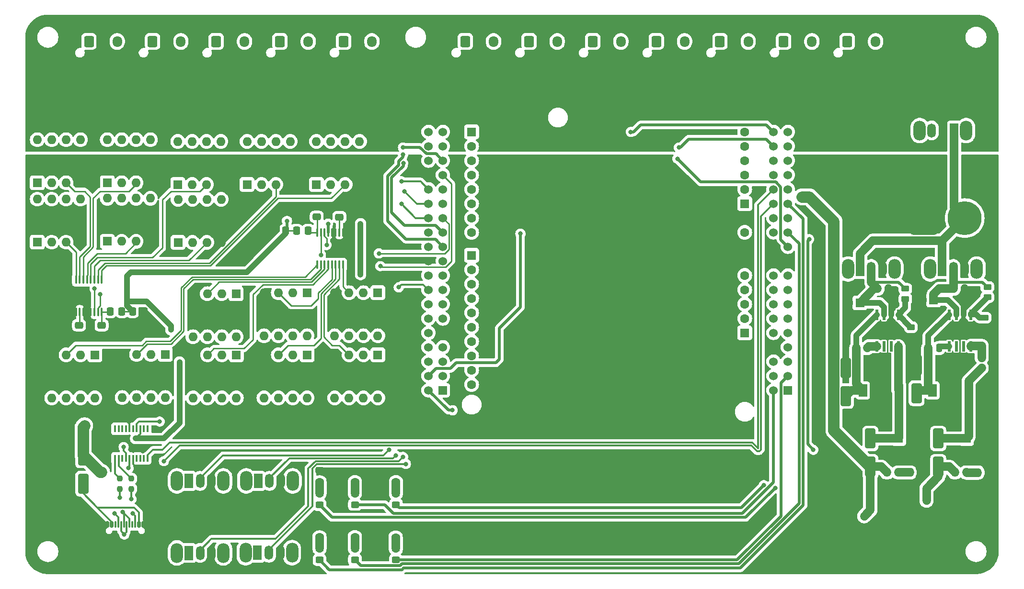
<source format=gbr>
%TF.GenerationSoftware,KiCad,Pcbnew,8.0.5*%
%TF.CreationDate,2024-10-01T19:03:57-07:00*%
%TF.ProjectId,MRIRobot_PCB,4d524952-6f62-46f7-945f-5043422e6b69,rev?*%
%TF.SameCoordinates,Original*%
%TF.FileFunction,Copper,L1,Top*%
%TF.FilePolarity,Positive*%
%FSLAX46Y46*%
G04 Gerber Fmt 4.6, Leading zero omitted, Abs format (unit mm)*
G04 Created by KiCad (PCBNEW 8.0.5) date 2024-10-01 19:03:57*
%MOMM*%
%LPD*%
G01*
G04 APERTURE LIST*
G04 Aperture macros list*
%AMRoundRect*
0 Rectangle with rounded corners*
0 $1 Rounding radius*
0 $2 $3 $4 $5 $6 $7 $8 $9 X,Y pos of 4 corners*
0 Add a 4 corners polygon primitive as box body*
4,1,4,$2,$3,$4,$5,$6,$7,$8,$9,$2,$3,0*
0 Add four circle primitives for the rounded corners*
1,1,$1+$1,$2,$3*
1,1,$1+$1,$4,$5*
1,1,$1+$1,$6,$7*
1,1,$1+$1,$8,$9*
0 Add four rect primitives between the rounded corners*
20,1,$1+$1,$2,$3,$4,$5,0*
20,1,$1+$1,$4,$5,$6,$7,0*
20,1,$1+$1,$6,$7,$8,$9,0*
20,1,$1+$1,$8,$9,$2,$3,0*%
G04 Aperture macros list end*
%TA.AperFunction,SMDPad,CuDef*%
%ADD10RoundRect,0.250000X0.475000X-0.337500X0.475000X0.337500X-0.475000X0.337500X-0.475000X-0.337500X0*%
%TD*%
%TA.AperFunction,ComponentPad*%
%ADD11RoundRect,0.250000X-0.600000X-0.725000X0.600000X-0.725000X0.600000X0.725000X-0.600000X0.725000X0*%
%TD*%
%TA.AperFunction,ComponentPad*%
%ADD12O,1.700000X1.950000*%
%TD*%
%TA.AperFunction,ComponentPad*%
%ADD13R,1.600000X1.600000*%
%TD*%
%TA.AperFunction,ComponentPad*%
%ADD14O,1.600000X1.600000*%
%TD*%
%TA.AperFunction,SMDPad,CuDef*%
%ADD15RoundRect,0.250000X-0.450000X0.262500X-0.450000X-0.262500X0.450000X-0.262500X0.450000X0.262500X0*%
%TD*%
%TA.AperFunction,SMDPad,CuDef*%
%ADD16R,0.610000X1.910000*%
%TD*%
%TA.AperFunction,SMDPad,CuDef*%
%ADD17R,1.550000X1.205000*%
%TD*%
%TA.AperFunction,SMDPad,CuDef*%
%ADD18RoundRect,0.250000X0.450000X-0.262500X0.450000X0.262500X-0.450000X0.262500X-0.450000X-0.262500X0*%
%TD*%
%TA.AperFunction,ComponentPad*%
%ADD19O,2.200000X3.500000*%
%TD*%
%TA.AperFunction,ComponentPad*%
%ADD20R,1.500000X2.500000*%
%TD*%
%TA.AperFunction,ComponentPad*%
%ADD21O,1.500000X2.500000*%
%TD*%
%TA.AperFunction,SMDPad,CuDef*%
%ADD22RoundRect,0.250000X-0.650000X1.500000X-0.650000X-1.500000X0.650000X-1.500000X0.650000X1.500000X0*%
%TD*%
%TA.AperFunction,SMDPad,CuDef*%
%ADD23RoundRect,0.250000X-0.450000X0.325000X-0.450000X-0.325000X0.450000X-0.325000X0.450000X0.325000X0*%
%TD*%
%TA.AperFunction,SMDPad,CuDef*%
%ADD24RoundRect,0.250000X0.325000X0.450000X-0.325000X0.450000X-0.325000X-0.450000X0.325000X-0.450000X0*%
%TD*%
%TA.AperFunction,SMDPad,CuDef*%
%ADD25RoundRect,0.250000X-0.337500X-0.475000X0.337500X-0.475000X0.337500X0.475000X-0.337500X0.475000X0*%
%TD*%
%TA.AperFunction,ComponentPad*%
%ADD26C,1.600000*%
%TD*%
%TA.AperFunction,SMDPad,CuDef*%
%ADD27RoundRect,0.100000X0.100000X-0.637500X0.100000X0.637500X-0.100000X0.637500X-0.100000X-0.637500X0*%
%TD*%
%TA.AperFunction,SMDPad,CuDef*%
%ADD28RoundRect,0.250000X-0.475000X0.337500X-0.475000X-0.337500X0.475000X-0.337500X0.475000X0.337500X0*%
%TD*%
%TA.AperFunction,SMDPad,CuDef*%
%ADD29RoundRect,0.250000X0.650000X-1.500000X0.650000X1.500000X-0.650000X1.500000X-0.650000X-1.500000X0*%
%TD*%
%TA.AperFunction,ComponentPad*%
%ADD30R,1.605000X1.605000*%
%TD*%
%TA.AperFunction,ComponentPad*%
%ADD31C,1.605000*%
%TD*%
%TA.AperFunction,ComponentPad*%
%ADD32R,1.530000X1.530000*%
%TD*%
%TA.AperFunction,ComponentPad*%
%ADD33C,1.530000*%
%TD*%
%TA.AperFunction,SMDPad,CuDef*%
%ADD34RoundRect,0.250000X-0.262500X-0.450000X0.262500X-0.450000X0.262500X0.450000X-0.262500X0.450000X0*%
%TD*%
%TA.AperFunction,ComponentPad*%
%ADD35RoundRect,1.500000X-1.500000X-1.500000X1.500000X-1.500000X1.500000X1.500000X-1.500000X1.500000X0*%
%TD*%
%TA.AperFunction,ComponentPad*%
%ADD36C,6.000000*%
%TD*%
%TA.AperFunction,SMDPad,CuDef*%
%ADD37R,0.400000X1.200000*%
%TD*%
%TA.AperFunction,SMDPad,CuDef*%
%ADD38R,1.500000X2.200000*%
%TD*%
%TA.AperFunction,SMDPad,CuDef*%
%ADD39RoundRect,0.250000X-0.250000X-0.475000X0.250000X-0.475000X0.250000X0.475000X-0.250000X0.475000X0*%
%TD*%
%TA.AperFunction,SMDPad,CuDef*%
%ADD40RoundRect,0.250000X0.250000X0.475000X-0.250000X0.475000X-0.250000X-0.475000X0.250000X-0.475000X0*%
%TD*%
%TA.AperFunction,SMDPad,CuDef*%
%ADD41RoundRect,0.237500X0.237500X-0.250000X0.237500X0.250000X-0.237500X0.250000X-0.237500X-0.250000X0*%
%TD*%
%TA.AperFunction,SMDPad,CuDef*%
%ADD42RoundRect,0.250000X0.337500X0.475000X-0.337500X0.475000X-0.337500X-0.475000X0.337500X-0.475000X0*%
%TD*%
%TA.AperFunction,SMDPad,CuDef*%
%ADD43RoundRect,0.150000X-0.150000X-0.425000X0.150000X-0.425000X0.150000X0.425000X-0.150000X0.425000X0*%
%TD*%
%TA.AperFunction,SMDPad,CuDef*%
%ADD44RoundRect,0.075000X-0.075000X-0.500000X0.075000X-0.500000X0.075000X0.500000X-0.075000X0.500000X0*%
%TD*%
%TA.AperFunction,ComponentPad*%
%ADD45O,1.000000X2.100000*%
%TD*%
%TA.AperFunction,ComponentPad*%
%ADD46O,1.000000X1.800000*%
%TD*%
%TA.AperFunction,SMDPad,CuDef*%
%ADD47RoundRect,0.100000X-0.100000X0.637500X-0.100000X-0.637500X0.100000X-0.637500X0.100000X0.637500X0*%
%TD*%
%TA.AperFunction,ViaPad*%
%ADD48C,0.800000*%
%TD*%
%TA.AperFunction,Conductor*%
%ADD49C,0.500000*%
%TD*%
%TA.AperFunction,Conductor*%
%ADD50C,1.500000*%
%TD*%
%TA.AperFunction,Conductor*%
%ADD51C,1.000000*%
%TD*%
%TA.AperFunction,Conductor*%
%ADD52C,0.300000*%
%TD*%
%TA.AperFunction,Conductor*%
%ADD53C,2.000000*%
%TD*%
%TA.AperFunction,Conductor*%
%ADD54C,0.250000*%
%TD*%
G04 APERTURE END LIST*
D10*
%TO.P,C22,1*%
%TO.N,Net-(U3-REFin{slash}REFout)*%
X109500000Y-103825000D03*
%TO.P,C22,2*%
%TO.N,GND*%
X109500000Y-101750000D03*
%TD*%
D11*
%TO.P,J3,1,Pin_1*%
%TO.N,GND*%
X87750000Y-72750000D03*
D12*
%TO.P,J3,2,Pin_2*%
%TO.N,/24V_P*%
X90250000Y-72750000D03*
%TO.P,J3,3,Pin_3*%
%TO.N,/An3*%
X92750000Y-72750000D03*
%TD*%
D13*
%TO.P,U18,1,NC*%
%TO.N,unconnected-(U18-NC-Pad1)*%
X80950000Y-98050000D03*
D14*
%TO.P,U18,2,5V*%
%TO.N,+5V*%
X83490000Y-98050000D03*
%TO.P,U18,3,Vout*%
%TO.N,/ADC1_CH3*%
X86030000Y-98050000D03*
%TO.P,U18,4,GND*%
%TO.N,GND*%
X88570000Y-98050000D03*
%TO.P,U18,5,NC*%
%TO.N,unconnected-(U18-NC-Pad5)*%
X88570000Y-90430000D03*
%TO.P,U18,6,NC*%
%TO.N,unconnected-(U18-NC-Pad6)*%
X86030000Y-90430000D03*
%TO.P,U18,7,NC*%
%TO.N,unconnected-(U18-NC-Pad7)*%
X83490000Y-90430000D03*
%TO.P,U18,8,NC*%
%TO.N,unconnected-(U18-NC-Pad8)*%
X80950000Y-90430000D03*
%TD*%
D13*
%TO.P,U13,1,NC*%
%TO.N,unconnected-(U13-NC-Pad1)*%
X116300000Y-128200000D03*
D14*
%TO.P,U13,2,5V*%
%TO.N,+5V*%
X113760000Y-128200000D03*
%TO.P,U13,3,Vout*%
%TO.N,/ADC0_CH6*%
X111220000Y-128200000D03*
%TO.P,U13,4,GND*%
%TO.N,GND*%
X108680000Y-128200000D03*
%TO.P,U13,5,NC*%
%TO.N,unconnected-(U13-NC-Pad5)*%
X108680000Y-135820000D03*
%TO.P,U13,6,NC*%
%TO.N,unconnected-(U13-NC-Pad6)*%
X111220000Y-135820000D03*
%TO.P,U13,7,NC*%
%TO.N,unconnected-(U13-NC-Pad7)*%
X113760000Y-135820000D03*
%TO.P,U13,8,NC*%
%TO.N,unconnected-(U13-NC-Pad8)*%
X116300000Y-135820000D03*
%TD*%
D15*
%TO.P,R58,1*%
%TO.N,/24V_3.3V*%
X224000000Y-116175000D03*
%TO.P,R58,2*%
%TO.N,Net-(U5-EN)*%
X224000000Y-118000000D03*
%TD*%
D16*
%TO.P,U4,1,BOOT*%
%TO.N,Net-(U4-BOOT)*%
X204460000Y-126677500D03*
%TO.P,U4,2,NC*%
%TO.N,unconnected-(U4-NC-Pad2)*%
X205730000Y-126677500D03*
%TO.P,U4,3,NC*%
%TO.N,unconnected-(U4-NC-Pad3)*%
X207000000Y-126677500D03*
%TO.P,U4,4,FB*%
%TO.N,Net-(D4-A)*%
X208270000Y-126677500D03*
%TO.P,U4,5,EN*%
%TO.N,Net-(U4-EN)*%
X208270000Y-121117500D03*
%TO.P,U4,6,GND*%
%TO.N,GND*%
X207000000Y-121117500D03*
%TO.P,U4,7,VIN*%
%TO.N,/24V_5V*%
X205730000Y-121117500D03*
%TO.P,U4,8,SW*%
%TO.N,Net-(D2-K)*%
X204460000Y-121117500D03*
D17*
%TO.P,U4,9,EP*%
%TO.N,GND*%
X205590000Y-124500000D03*
X207140000Y-124500000D03*
X205590000Y-123295000D03*
X207140000Y-123295000D03*
%TD*%
D18*
%TO.P,R63,1*%
%TO.N,Net-(D5-A)*%
X223000000Y-130530000D03*
%TO.P,R63,2*%
%TO.N,Net-(U5-FB)*%
X223000000Y-128705000D03*
%TD*%
D19*
%TO.P,SW4,*%
%TO.N,*%
X80800000Y-150500000D03*
X89000000Y-150500000D03*
D20*
%TO.P,SW4,1,A*%
%TO.N,+3.3V*%
X82900000Y-150500000D03*
D21*
%TO.P,SW4,2,B*%
%TO.N,/SW1*%
X84900000Y-150500000D03*
%TO.P,SW4,3,C*%
%TO.N,GND*%
X86900000Y-150500000D03*
%TD*%
D22*
%TO.P,D1,1,K*%
%TO.N,+5V*%
X64250000Y-146000000D03*
%TO.P,D1,2,A*%
%TO.N,Net-(D1-A)*%
X64250000Y-151000000D03*
%TD*%
D23*
%TO.P,D12,1,K*%
%TO.N,Net-(D12-K)*%
X119500000Y-152662500D03*
%TO.P,D12,2,A*%
%TO.N,/LED4*%
X119500000Y-154712500D03*
%TD*%
D24*
%TO.P,D7,1,K*%
%TO.N,Net-(D7-K)*%
X220317621Y-149000000D03*
%TO.P,D7,2,A*%
%TO.N,+3.3V*%
X218267621Y-149000000D03*
%TD*%
D25*
%TO.P,R69,1*%
%TO.N,Net-(D7-K)*%
X222292621Y-149040000D03*
%TO.P,R69,2*%
%TO.N,GND*%
X224367621Y-149040000D03*
%TD*%
D13*
%TO.P,U14,1,NC*%
%TO.N,unconnected-(U14-NC-Pad1)*%
X116300000Y-117200000D03*
D14*
%TO.P,U14,2,5V*%
%TO.N,+5V*%
X113760000Y-117200000D03*
%TO.P,U14,3,Vout*%
%TO.N,/ADC0_CH7*%
X111220000Y-117200000D03*
%TO.P,U14,4,GND*%
%TO.N,GND*%
X108680000Y-117200000D03*
%TO.P,U14,5,NC*%
%TO.N,unconnected-(U14-NC-Pad5)*%
X108680000Y-124820000D03*
%TO.P,U14,6,NC*%
%TO.N,unconnected-(U14-NC-Pad6)*%
X111220000Y-124820000D03*
%TO.P,U14,7,NC*%
%TO.N,unconnected-(U14-NC-Pad7)*%
X113760000Y-124820000D03*
%TO.P,U14,8,NC*%
%TO.N,unconnected-(U14-NC-Pad8)*%
X116300000Y-124820000D03*
%TD*%
D19*
%TO.P,SW2,*%
%TO.N,*%
X213900000Y-113000000D03*
X222100000Y-113000000D03*
D20*
%TO.P,SW2,1,A*%
%TO.N,+24V*%
X216000000Y-113000000D03*
D21*
%TO.P,SW2,2,B*%
%TO.N,/24V_3.3V*%
X218000000Y-113000000D03*
%TO.P,SW2,3,C*%
%TO.N,GND*%
X220000000Y-113000000D03*
%TD*%
D13*
%TO.P,U10,1,NC*%
%TO.N,unconnected-(U10-NC-Pad1)*%
X91300000Y-128200000D03*
D14*
%TO.P,U10,2,5V*%
%TO.N,+5V*%
X88760000Y-128200000D03*
%TO.P,U10,3,Vout*%
%TO.N,/ADC0_CH3*%
X86220000Y-128200000D03*
%TO.P,U10,4,GND*%
%TO.N,GND*%
X83680000Y-128200000D03*
%TO.P,U10,5,NC*%
%TO.N,unconnected-(U10-NC-Pad5)*%
X83680000Y-135820000D03*
%TO.P,U10,6,NC*%
%TO.N,unconnected-(U10-NC-Pad6)*%
X86220000Y-135820000D03*
%TO.P,U10,7,NC*%
%TO.N,unconnected-(U10-NC-Pad7)*%
X88760000Y-135820000D03*
%TO.P,U10,8,NC*%
%TO.N,unconnected-(U10-NC-Pad8)*%
X91300000Y-135820000D03*
%TD*%
D19*
%TO.P,SW7,*%
%TO.N,*%
X220250000Y-88500000D03*
X212050000Y-88500000D03*
D20*
%TO.P,SW7,1,A*%
%TO.N,+24V*%
X218150000Y-88500000D03*
D21*
%TO.P,SW7,2,B*%
%TO.N,/24V_P*%
X216150000Y-88500000D03*
%TO.P,SW7,3,C*%
%TO.N,GND*%
X214150000Y-88500000D03*
%TD*%
D13*
%TO.P,C11,1*%
%TO.N,Net-(D5-A)*%
X220317621Y-143000000D03*
D26*
%TO.P,C11,2*%
%TO.N,GND*%
X222817621Y-143000000D03*
%TD*%
D27*
%TO.P,U3,1,CH0*%
%TO.N,/ADC0_CH0*%
X105600000Y-112250000D03*
%TO.P,U3,2,CH1*%
%TO.N,/ADC0_CH1*%
X106250000Y-112250000D03*
%TO.P,U3,3,CH2*%
%TO.N,/ADC0_CH2*%
X106900000Y-112250000D03*
%TO.P,U3,4,CH3*%
%TO.N,/ADC0_CH3*%
X107550000Y-112250000D03*
%TO.P,U3,5,CH4*%
%TO.N,/ADC0_CH4*%
X108200000Y-112250000D03*
%TO.P,U3,6,CH5*%
%TO.N,/ADC0_CH5*%
X108850000Y-112250000D03*
%TO.P,U3,7,CH6*%
%TO.N,/ADC0_CH6*%
X109500000Y-112250000D03*
%TO.P,U3,8,CH7*%
%TO.N,/ADC0_CH7*%
X110150000Y-112250000D03*
%TO.P,U3,9,GND*%
%TO.N,GND*%
X110150000Y-106525000D03*
%TO.P,U3,10,REFin/REFout*%
%TO.N,Net-(U3-REFin{slash}REFout)*%
X109500000Y-106525000D03*
%TO.P,U3,11,COM*%
%TO.N,GND*%
X108850000Y-106525000D03*
%TO.P,U3,12,A0*%
X108200000Y-106525000D03*
%TO.P,U3,13,A1*%
%TO.N,+3.3V*%
X107550000Y-106525000D03*
%TO.P,U3,14,SCL*%
%TO.N,/SCL*%
X106900000Y-106525000D03*
%TO.P,U3,15,SDA*%
%TO.N,/SDA*%
X106250000Y-106525000D03*
%TO.P,U3,16,VDD*%
%TO.N,Net-(U3-VDD)*%
X105600000Y-106525000D03*
%TD*%
D13*
%TO.P,C3,1*%
%TO.N,/24V_3.3V*%
X214500000Y-118500000D03*
D26*
%TO.P,C3,2*%
%TO.N,GND*%
X212500000Y-118500000D03*
%TD*%
D28*
%TO.P,C23,1*%
%TO.N,Net-(U6-REFin{slash}REFout)*%
X63500000Y-122962500D03*
%TO.P,C23,2*%
%TO.N,GND*%
X63500000Y-125037500D03*
%TD*%
D16*
%TO.P,U5,1,BOOT*%
%TO.N,Net-(U5-BOOT)*%
X217230000Y-126677500D03*
%TO.P,U5,2,NC*%
%TO.N,unconnected-(U5-NC-Pad2)*%
X218500000Y-126677500D03*
%TO.P,U5,3,NC*%
%TO.N,unconnected-(U5-NC-Pad3)*%
X219770000Y-126677500D03*
%TO.P,U5,4,FB*%
%TO.N,Net-(U5-FB)*%
X221040000Y-126677500D03*
%TO.P,U5,5,EN*%
%TO.N,Net-(U5-EN)*%
X221040000Y-121117500D03*
%TO.P,U5,6,GND*%
%TO.N,GND*%
X219770000Y-121117500D03*
%TO.P,U5,7,VIN*%
%TO.N,/24V_3.3V*%
X218500000Y-121117500D03*
%TO.P,U5,8,SW*%
%TO.N,Net-(D3-K)*%
X217230000Y-121117500D03*
D17*
%TO.P,U5,9,EP*%
%TO.N,GND*%
X218360000Y-124500000D03*
X219910000Y-124500000D03*
X218360000Y-123295000D03*
X219910000Y-123295000D03*
%TD*%
D25*
%TO.P,R68,1*%
%TO.N,Net-(D6-K)*%
X210292621Y-149000000D03*
%TO.P,R68,2*%
%TO.N,GND*%
X212367621Y-149000000D03*
%TD*%
D10*
%TO.P,R6,1*%
%TO.N,Net-(D13-K)*%
X112250000Y-150787500D03*
%TO.P,R6,2*%
%TO.N,GND*%
X112250000Y-148712500D03*
%TD*%
D29*
%TO.P,D4,1,K*%
%TO.N,+5V*%
X203317621Y-148000000D03*
%TO.P,D4,2,A*%
%TO.N,Net-(D4-A)*%
X203317621Y-143000000D03*
%TD*%
D11*
%TO.P,J2,1,Pin_1*%
%TO.N,GND*%
X76500000Y-72750000D03*
D12*
%TO.P,J2,2,Pin_2*%
%TO.N,/24V_P*%
X79000000Y-72750000D03*
%TO.P,J2,3,Pin_3*%
%TO.N,/An2*%
X81500000Y-72750000D03*
%TD*%
D19*
%TO.P,SW3,*%
%TO.N,*%
X93050000Y-150500000D03*
X101250000Y-150500000D03*
D20*
%TO.P,SW3,1,A*%
%TO.N,+3.3V*%
X95150000Y-150500000D03*
D21*
%TO.P,SW3,2,B*%
%TO.N,/SW0*%
X97150000Y-150500000D03*
%TO.P,SW3,3,C*%
%TO.N,GND*%
X99150000Y-150500000D03*
%TD*%
D13*
%TO.P,U8,1,NC*%
%TO.N,unconnected-(U8-NC-Pad1)*%
X78750000Y-128130000D03*
D14*
%TO.P,U8,2,5V*%
%TO.N,+5V*%
X76210000Y-128130000D03*
%TO.P,U8,3,Vout*%
%TO.N,/ADC0_CH1*%
X73670000Y-128130000D03*
%TO.P,U8,4,GND*%
%TO.N,GND*%
X71130000Y-128130000D03*
%TO.P,U8,5,NC*%
%TO.N,unconnected-(U8-NC-Pad5)*%
X71130000Y-135750000D03*
%TO.P,U8,6,NC*%
%TO.N,unconnected-(U8-NC-Pad6)*%
X73670000Y-135750000D03*
%TO.P,U8,7,NC*%
%TO.N,unconnected-(U8-NC-Pad7)*%
X76210000Y-135750000D03*
%TO.P,U8,8,NC*%
%TO.N,unconnected-(U8-NC-Pad8)*%
X78750000Y-135750000D03*
%TD*%
D30*
%TO.P,U1,CN5_1,D8*%
%TO.N,unconnected-(U1F-D8-PadCN5_1)*%
X132870000Y-110580000D03*
D31*
%TO.P,U1,CN5_2,D9*%
%TO.N,unconnected-(U1F-D9-PadCN5_2)*%
X132870000Y-113120000D03*
%TO.P,U1,CN5_3,D10*%
%TO.N,unconnected-(U1F-D10-PadCN5_3)*%
X132870000Y-115660000D03*
%TO.P,U1,CN5_4,D11*%
%TO.N,unconnected-(U1F-D11-PadCN5_4)*%
X132870000Y-118200000D03*
%TO.P,U1,CN5_5,D12*%
%TO.N,unconnected-(U1F-D12-PadCN5_5)*%
X132870000Y-120740000D03*
%TO.P,U1,CN5_6,D13*%
%TO.N,unconnected-(U1F-D13-PadCN5_6)*%
X132870000Y-123280000D03*
%TO.P,U1,CN5_7,CN5_GND*%
%TO.N,unconnected-(U1F-CN5_GND-PadCN5_7)*%
X132870000Y-125820000D03*
%TO.P,U1,CN5_8,AREF*%
%TO.N,unconnected-(U1F-AREF-PadCN5_8)*%
X132870000Y-128360000D03*
%TO.P,U1,CN5_9,D14*%
%TO.N,unconnected-(U1F-D14-PadCN5_9)*%
X132870000Y-130900000D03*
%TO.P,U1,CN5_10,D15*%
%TO.N,unconnected-(U1F-D15-PadCN5_10)*%
X132870000Y-133440000D03*
D30*
%TO.P,U1,CN6_1*%
%TO.N,N/C*%
X181130000Y-124300000D03*
D31*
%TO.P,U1,CN6_2,CN6_IOREF*%
%TO.N,unconnected-(U1C-CN6_IOREF-PadCN6_2)*%
X181130000Y-121760000D03*
%TO.P,U1,CN6_3,CN6_RESET*%
%TO.N,unconnected-(U1C-CN6_RESET-PadCN6_3)*%
X181130000Y-119220000D03*
%TO.P,U1,CN6_4,CN6_+3V3*%
%TO.N,+3.3V*%
X181130000Y-116680000D03*
%TO.P,U1,CN6_5,CN6_+5V*%
%TO.N,+5V*%
X181130000Y-114140000D03*
%TO.P,U1,CN6_6,CN6_GND*%
%TO.N,GND*%
X181130000Y-111600000D03*
%TO.P,U1,CN6_7,CN6_GND*%
X181130000Y-109060000D03*
%TO.P,U1,CN6_8,CN6_VIN*%
%TO.N,unconnected-(U1C-CN6_VIN-PadCN6_8)*%
X181130000Y-106520000D03*
D32*
%TO.P,U1,CN7_1,PC10*%
%TO.N,/LED4*%
X188750000Y-134460000D03*
D33*
%TO.P,U1,CN7_2,PC11*%
%TO.N,/LED5*%
X186210000Y-134460000D03*
%TO.P,U1,CN7_3,PC12*%
%TO.N,/LED3*%
X188750000Y-131920000D03*
%TO.P,U1,CN7_4,PD2*%
%TO.N,unconnected-(U1A-PD2-PadCN7_4)*%
X186210000Y-131920000D03*
%TO.P,U1,CN7_5,VDD*%
%TO.N,unconnected-(U1A-VDD-PadCN7_5)*%
X188750000Y-129380000D03*
%TO.P,U1,CN7_6,E5V*%
%TO.N,unconnected-(U1A-E5V-PadCN7_6)*%
X186210000Y-129380000D03*
%TO.P,U1,CN7_7,BOOT0*%
%TO.N,unconnected-(U1A-BOOT0-PadCN7_7)*%
X188750000Y-126840000D03*
%TO.P,U1,CN7_8,CN7_GND*%
%TO.N,GND*%
X186210000Y-126840000D03*
%TO.P,U1,CN7_9*%
%TO.N,N/C*%
X188750000Y-124300000D03*
%TO.P,U1,CN7_10*%
X186210000Y-124300000D03*
%TO.P,U1,CN7_11*%
X188750000Y-121760000D03*
%TO.P,U1,CN7_12,CN7_IOREF*%
%TO.N,unconnected-(U1A-CN7_IOREF-PadCN7_12)*%
X186210000Y-121760000D03*
%TO.P,U1,CN7_13,PA13*%
%TO.N,unconnected-(U1A-PA13-PadCN7_13)*%
X188750000Y-119220000D03*
%TO.P,U1,CN7_14,CN7_RESET*%
%TO.N,unconnected-(U1A-CN7_RESET-PadCN7_14)*%
X186210000Y-119220000D03*
%TO.P,U1,CN7_15,PA14*%
%TO.N,unconnected-(U1A-PA14-PadCN7_15)*%
X188750000Y-116680000D03*
%TO.P,U1,CN7_16,CN7_+3V3*%
%TO.N,+3.3V*%
X186210000Y-116680000D03*
%TO.P,U1,CN7_17,PA15*%
%TO.N,unconnected-(U1A-PA15-PadCN7_17)*%
X188750000Y-114140000D03*
%TO.P,U1,CN7_18,CN7_+5V*%
%TO.N,+5V*%
X186210000Y-114140000D03*
%TO.P,U1,CN7_19,CN7_GND*%
%TO.N,GND*%
X188750000Y-111600000D03*
%TO.P,U1,CN7_20,CN7_GND*%
X186210000Y-111600000D03*
%TO.P,U1,CN7_21,PB7*%
%TO.N,/PWM6*%
X188750000Y-109060000D03*
%TO.P,U1,CN7_22,CN7_GND*%
%TO.N,GND*%
X186210000Y-109060000D03*
%TO.P,U1,CN7_23,PC13*%
%TO.N,/LED2*%
X188750000Y-106520000D03*
%TO.P,U1,CN7_24,CN7_VIN*%
%TO.N,unconnected-(U1A-CN7_VIN-PadCN7_24)*%
X186210000Y-106520000D03*
%TO.P,U1,CN7_25,PC14*%
%TO.N,/LED1*%
X188750000Y-103980000D03*
%TO.P,U1,CN7_26*%
%TO.N,N/C*%
X186210000Y-103980000D03*
%TO.P,U1,CN7_27,PC15*%
%TO.N,/LED0*%
X188750000Y-101440000D03*
%TO.P,U1,CN7_28,PA0*%
%TO.N,/UART4TX*%
X186210000Y-101440000D03*
%TO.P,U1,CN7_29,PH0*%
%TO.N,unconnected-(U1A-PH0-PadCN7_29)*%
X188750000Y-98900000D03*
%TO.P,U1,CN7_30,PA1*%
%TO.N,/UART4RX*%
X186210000Y-98900000D03*
%TO.P,U1,CN7_31,PH1*%
%TO.N,unconnected-(U1A-PH1-PadCN7_31)*%
X188750000Y-96360000D03*
%TO.P,U1,CN7_32,PA4*%
%TO.N,unconnected-(U1A-PA4-PadCN7_32)*%
X186210000Y-96360000D03*
%TO.P,U1,CN7_33,VBAT*%
%TO.N,unconnected-(U1A-VBAT-PadCN7_33)*%
X188750000Y-93820000D03*
%TO.P,U1,CN7_34,PB0*%
%TO.N,unconnected-(U1A-PB0-PadCN7_34)*%
X186210000Y-93820000D03*
%TO.P,U1,CN7_35,PC2*%
%TO.N,unconnected-(U1A-PC2-PadCN7_35)*%
X188750000Y-91280000D03*
%TO.P,U1,CN7_36,PC1/PB9*%
%TO.N,/PWM8*%
X186210000Y-91280000D03*
%TO.P,U1,CN7_37,PC3*%
%TO.N,unconnected-(U1A-PC3-PadCN7_37)*%
X188750000Y-88740000D03*
%TO.P,U1,CN7_38,PC0/PB8*%
%TO.N,/PWM7*%
X186210000Y-88740000D03*
D30*
%TO.P,U1,CN8_1,A0*%
%TO.N,unconnected-(U1E-A0-PadCN8_1)*%
X181130000Y-101440000D03*
D31*
%TO.P,U1,CN8_2,A1*%
%TO.N,unconnected-(U1E-A1-PadCN8_2)*%
X181130000Y-98900000D03*
%TO.P,U1,CN8_3,A2*%
%TO.N,unconnected-(U1E-A2-PadCN8_3)*%
X181130000Y-96360000D03*
%TO.P,U1,CN8_4,A3*%
%TO.N,unconnected-(U1E-A3-PadCN8_4)*%
X181130000Y-93820000D03*
%TO.P,U1,CN8_5,A4*%
%TO.N,unconnected-(U1E-A4-PadCN8_5)*%
X181130000Y-91280000D03*
%TO.P,U1,CN8_6,A5*%
%TO.N,unconnected-(U1E-A5-PadCN8_6)*%
X181130000Y-88740000D03*
D30*
%TO.P,U1,CN9_1,D0*%
%TO.N,unconnected-(U1D-D0-PadCN9_1)*%
X132870000Y-88740000D03*
D31*
%TO.P,U1,CN9_2,D1*%
%TO.N,unconnected-(U1D-D1-PadCN9_2)*%
X132870000Y-91280000D03*
%TO.P,U1,CN9_3,D2*%
%TO.N,unconnected-(U1D-D2-PadCN9_3)*%
X132870000Y-93820000D03*
%TO.P,U1,CN9_4,D3*%
%TO.N,unconnected-(U1D-D3-PadCN9_4)*%
X132870000Y-96360000D03*
%TO.P,U1,CN9_5,D4*%
%TO.N,unconnected-(U1D-D4-PadCN9_5)*%
X132870000Y-98900000D03*
%TO.P,U1,CN9_6,D5*%
%TO.N,unconnected-(U1D-D5-PadCN9_6)*%
X132870000Y-101440000D03*
%TO.P,U1,CN9_7,D6*%
%TO.N,unconnected-(U1D-D6-PadCN9_7)*%
X132870000Y-103980000D03*
%TO.P,U1,CN9_8,D7*%
%TO.N,unconnected-(U1D-D7-PadCN9_8)*%
X132870000Y-106520000D03*
D32*
%TO.P,U1,CN10_1,PC9*%
%TO.N,/PWM12*%
X127790000Y-134460000D03*
D33*
%TO.P,U1,CN10_2,PC8*%
%TO.N,/PWM11*%
X125250000Y-134460000D03*
%TO.P,U1,CN10_3,PB8*%
%TO.N,unconnected-(U1B-PB8-PadCN10_3)*%
X127790000Y-131920000D03*
%TO.P,U1,CN10_4,PC6*%
%TO.N,/PWM9*%
X125250000Y-131920000D03*
%TO.P,U1,CN10_5,PB9*%
%TO.N,unconnected-(U1B-PB9-PadCN10_5)*%
X127790000Y-129380000D03*
%TO.P,U1,CN10_6,PC5*%
%TO.N,unconnected-(U1B-PC5-PadCN10_6)*%
X125250000Y-129380000D03*
%TO.P,U1,CN10_7,AVDD*%
%TO.N,unconnected-(U1B-AVDD-PadCN10_7)*%
X127790000Y-126840000D03*
%TO.P,U1,CN10_8,U5V*%
%TO.N,unconnected-(U1B-U5V-PadCN10_8)*%
X125250000Y-126840000D03*
%TO.P,U1,CN10_9,CN10_GND*%
%TO.N,GND*%
X127790000Y-124300000D03*
%TO.P,U1,CN10_10*%
%TO.N,N/C*%
X125250000Y-124300000D03*
%TO.P,U1,CN10_11,PA5*%
%TO.N,unconnected-(U1B-PA5-PadCN10_11)*%
X127790000Y-121760000D03*
%TO.P,U1,CN10_12,PA12*%
%TO.N,unconnected-(U1B-PA12-PadCN10_12)*%
X125250000Y-121760000D03*
%TO.P,U1,CN10_13,PA6*%
%TO.N,unconnected-(U1B-PA6-PadCN10_13)*%
X127790000Y-119220000D03*
%TO.P,U1,CN10_14,PA11*%
%TO.N,/PWM4*%
X125250000Y-119220000D03*
%TO.P,U1,CN10_15,PA7*%
%TO.N,unconnected-(U1B-PA7-PadCN10_15)*%
X127790000Y-116680000D03*
%TO.P,U1,CN10_16,PB12*%
%TO.N,/SW0*%
X125250000Y-116680000D03*
%TO.P,U1,CN10_17,PB6*%
%TO.N,/PWM5*%
X127790000Y-114140000D03*
%TO.P,U1,CN10_18*%
%TO.N,N/C*%
X125250000Y-114140000D03*
%TO.P,U1,CN10_19,PC7*%
%TO.N,/PWM10*%
X127790000Y-111600000D03*
%TO.P,U1,CN10_20,CN10_GND*%
%TO.N,GND*%
X125250000Y-111600000D03*
%TO.P,U1,CN10_21,PA9*%
%TO.N,/PWM2*%
X127790000Y-109060000D03*
%TO.P,U1,CN10_22,PB2*%
%TO.N,unconnected-(U1B-PB2-PadCN10_22)*%
X125250000Y-109060000D03*
%TO.P,U1,CN10_23,PA8*%
%TO.N,/PWM1*%
X127790000Y-106520000D03*
%TO.P,U1,CN10_24,PB1*%
%TO.N,unconnected-(U1B-PB1-PadCN10_24)*%
X125250000Y-106520000D03*
%TO.P,U1,CN10_25,PB10*%
%TO.N,/SCL*%
X127790000Y-103980000D03*
%TO.P,U1,CN10_26,PB15*%
%TO.N,/SW3*%
X125250000Y-103980000D03*
%TO.P,U1,CN10_27,PB4*%
%TO.N,unconnected-(U1B-PB4-PadCN10_27)*%
X127790000Y-101440000D03*
%TO.P,U1,CN10_28,PB14*%
%TO.N,/SW2*%
X125250000Y-101440000D03*
%TO.P,U1,CN10_29,PB5*%
%TO.N,unconnected-(U1B-PB5-PadCN10_29)*%
X127790000Y-98900000D03*
%TO.P,U1,CN10_30,PB13*%
%TO.N,/SW1*%
X125250000Y-98900000D03*
%TO.P,U1,CN10_31,PB3*%
%TO.N,/SDA*%
X127790000Y-96360000D03*
%TO.P,U1,CN10_32,AGND*%
%TO.N,GND*%
X125250000Y-96360000D03*
%TO.P,U1,CN10_33,PA10*%
%TO.N,/PWM3*%
X127790000Y-93820000D03*
%TO.P,U1,CN10_34,PC4*%
%TO.N,unconnected-(U1B-PC4-PadCN10_34)*%
X125250000Y-93820000D03*
%TO.P,U1,CN10_35,PA2*%
%TO.N,unconnected-(U1B-PA2-PadCN10_35)*%
X127790000Y-91280000D03*
%TO.P,U1,CN10_36*%
%TO.N,N/C*%
X125250000Y-91280000D03*
%TO.P,U1,CN10_37,PA3*%
%TO.N,unconnected-(U1B-PA3-PadCN10_37)*%
X127790000Y-88740000D03*
%TO.P,U1,CN10_38*%
%TO.N,N/C*%
X125250000Y-88740000D03*
%TD*%
D13*
%TO.P,U15,1,NC*%
%TO.N,unconnected-(U15-NC-Pad1)*%
X105450000Y-98050000D03*
D14*
%TO.P,U15,2,5V*%
%TO.N,+5V*%
X107990000Y-98050000D03*
%TO.P,U15,3,Vout*%
%TO.N,/ADC1_CH0*%
X110530000Y-98050000D03*
%TO.P,U15,4,GND*%
%TO.N,GND*%
X113070000Y-98050000D03*
%TO.P,U15,5,NC*%
%TO.N,unconnected-(U15-NC-Pad5)*%
X113070000Y-90430000D03*
%TO.P,U15,6,NC*%
%TO.N,unconnected-(U15-NC-Pad6)*%
X110530000Y-90430000D03*
%TO.P,U15,7,NC*%
%TO.N,unconnected-(U15-NC-Pad7)*%
X107990000Y-90430000D03*
%TO.P,U15,8,NC*%
%TO.N,unconnected-(U15-NC-Pad8)*%
X105450000Y-90430000D03*
%TD*%
D15*
%TO.P,R56,1*%
%TO.N,/24V_5V*%
X209500000Y-116500000D03*
%TO.P,R56,2*%
%TO.N,Net-(U4-EN)*%
X209500000Y-118325000D03*
%TD*%
D34*
%TO.P,R62,1*%
%TO.N,Net-(U5-FB)*%
X223000000Y-126617500D03*
%TO.P,R62,2*%
%TO.N,GND*%
X224825000Y-126617500D03*
%TD*%
D13*
%TO.P,C10,1*%
%TO.N,Net-(D4-A)*%
X208317621Y-143000000D03*
D26*
%TO.P,C10,2*%
%TO.N,GND*%
X210817621Y-143000000D03*
%TD*%
D13*
%TO.P,U20,1,NC*%
%TO.N,unconnected-(U20-NC-Pad1)*%
X68500000Y-97750000D03*
D14*
%TO.P,U20,2,5V*%
%TO.N,+5V*%
X71040000Y-97750000D03*
%TO.P,U20,3,Vout*%
%TO.N,/ADC1_CH5*%
X73580000Y-97750000D03*
%TO.P,U20,4,GND*%
%TO.N,GND*%
X76120000Y-97750000D03*
%TO.P,U20,5,NC*%
%TO.N,unconnected-(U20-NC-Pad5)*%
X76120000Y-90130000D03*
%TO.P,U20,6,NC*%
%TO.N,unconnected-(U20-NC-Pad6)*%
X73580000Y-90130000D03*
%TO.P,U20,7,NC*%
%TO.N,unconnected-(U20-NC-Pad7)*%
X71040000Y-90130000D03*
%TO.P,U20,8,NC*%
%TO.N,unconnected-(U20-NC-Pad8)*%
X68500000Y-90130000D03*
%TD*%
D29*
%TO.P,D5,1,K*%
%TO.N,+3.3V*%
X215317621Y-148000000D03*
%TO.P,D5,2,A*%
%TO.N,Net-(D5-A)*%
X215317621Y-143000000D03*
%TD*%
D15*
%TO.P,R57,1*%
%TO.N,Net-(U4-EN)*%
X210500000Y-123292500D03*
%TO.P,R57,2*%
%TO.N,GND*%
X210500000Y-125117500D03*
%TD*%
D23*
%TO.P,D9,1,K*%
%TO.N,Net-(D9-K)*%
X106000000Y-152687500D03*
%TO.P,D9,2,A*%
%TO.N,/LED1*%
X106000000Y-154737500D03*
%TD*%
D13*
%TO.P,U21,1,NC*%
%TO.N,unconnected-(U21-NC-Pad1)*%
X56130000Y-97750000D03*
D14*
%TO.P,U21,2,5V*%
%TO.N,+5V*%
X58670000Y-97750000D03*
%TO.P,U21,3,Vout*%
%TO.N,/ADC1_CH6*%
X61210000Y-97750000D03*
%TO.P,U21,4,GND*%
%TO.N,GND*%
X63750000Y-97750000D03*
%TO.P,U21,5,NC*%
%TO.N,unconnected-(U21-NC-Pad5)*%
X63750000Y-90130000D03*
%TO.P,U21,6,NC*%
%TO.N,unconnected-(U21-NC-Pad6)*%
X61210000Y-90130000D03*
%TO.P,U21,7,NC*%
%TO.N,unconnected-(U21-NC-Pad7)*%
X58670000Y-90130000D03*
%TO.P,U21,8,NC*%
%TO.N,unconnected-(U21-NC-Pad8)*%
X56130000Y-90130000D03*
%TD*%
D10*
%TO.P,R74,1*%
%TO.N,Net-(D10-K)*%
X112250000Y-160462500D03*
%TO.P,R74,2*%
%TO.N,GND*%
X112250000Y-158387500D03*
%TD*%
D35*
%TO.P,J9,1,Pin_1*%
%TO.N,GND*%
X212800000Y-104000000D03*
D36*
%TO.P,J9,2,Pin_2*%
%TO.N,+24V*%
X220000000Y-104000000D03*
%TD*%
D10*
%TO.P,C27,1*%
%TO.N,Net-(U3-VDD)*%
X105500000Y-103787500D03*
%TO.P,C27,2*%
%TO.N,GND*%
X105500000Y-101712500D03*
%TD*%
D11*
%TO.P,J1,1,Pin_1*%
%TO.N,GND*%
X65250000Y-72750000D03*
D12*
%TO.P,J1,2,Pin_2*%
%TO.N,/24V_P*%
X67750000Y-72750000D03*
%TO.P,J1,3,Pin_3*%
%TO.N,/An1*%
X70250000Y-72750000D03*
%TD*%
D11*
%TO.P,J12,1,Pin_1*%
%TO.N,GND*%
X176750000Y-72750000D03*
D12*
%TO.P,J12,2,Pin_2*%
%TO.N,/24V_P*%
X179250000Y-72750000D03*
%TO.P,J12,3,Pin_3*%
%TO.N,/An10*%
X181750000Y-72750000D03*
%TD*%
D23*
%TO.P,D11,1,K*%
%TO.N,Net-(D11-K)*%
X119500000Y-162437500D03*
%TO.P,D11,2,A*%
%TO.N,/LED3*%
X119500000Y-164487500D03*
%TD*%
D10*
%TO.P,R70,1*%
%TO.N,Net-(D8-K)*%
X106000000Y-160500000D03*
%TO.P,R70,2*%
%TO.N,GND*%
X106000000Y-158425000D03*
%TD*%
D11*
%TO.P,J7,1,Pin_1*%
%TO.N,GND*%
X131750000Y-72750000D03*
D12*
%TO.P,J7,2,Pin_2*%
%TO.N,/24V_P*%
X134250000Y-72750000D03*
%TO.P,J7,3,Pin_3*%
%TO.N,/An6*%
X136750000Y-72750000D03*
%TD*%
D37*
%TO.P,U2,1,~{DTR}*%
%TO.N,unconnected-(U2-~{DTR}-Pad1)*%
X75607500Y-141300000D03*
%TO.P,U2,2,~{RTS}*%
%TO.N,unconnected-(U2-~{RTS}-Pad2)*%
X74972500Y-141300000D03*
%TO.P,U2,3,VCCIO*%
%TO.N,+3.3V*%
X74337500Y-141300000D03*
%TO.P,U2,4,RXD*%
%TO.N,/UART4TX*%
X73702500Y-141300000D03*
%TO.P,U2,5,~{RI}*%
%TO.N,unconnected-(U2-~{RI}-Pad5)*%
X73067500Y-141300000D03*
%TO.P,U2,6,GND*%
%TO.N,GND*%
X72432500Y-141300000D03*
%TO.P,U2,7,~{DSR}*%
%TO.N,unconnected-(U2-~{DSR}-Pad7)*%
X71797500Y-141300000D03*
%TO.P,U2,8,~{DCD}*%
%TO.N,unconnected-(U2-~{DCD}-Pad8)*%
X71162500Y-141300000D03*
%TO.P,U2,9,~{CTS}*%
%TO.N,unconnected-(U2-~{CTS}-Pad9)*%
X70527500Y-141300000D03*
%TO.P,U2,10,CBUS2*%
%TO.N,unconnected-(U2-CBUS2-Pad10)*%
X69892500Y-141300000D03*
%TO.P,U2,11,USBDP*%
%TO.N,Net-(U2-USBDP)*%
X69892500Y-146500000D03*
%TO.P,U2,12,USBDM*%
%TO.N,Net-(U2-USBDM)*%
X70527500Y-146500000D03*
%TO.P,U2,13,3V3OUT*%
%TO.N,unconnected-(U2-3V3OUT-Pad13)*%
X71162500Y-146500000D03*
%TO.P,U2,14,~{RESET}*%
%TO.N,+3.3V*%
X71797500Y-146500000D03*
%TO.P,U2,15,VCC*%
%TO.N,+5V*%
X72432500Y-146500000D03*
%TO.P,U2,16,GND*%
%TO.N,GND*%
X73067500Y-146500000D03*
%TO.P,U2,17,CBUS1*%
%TO.N,unconnected-(U2-CBUS1-Pad17)*%
X73702500Y-146500000D03*
%TO.P,U2,18,CBUS0*%
%TO.N,unconnected-(U2-CBUS0-Pad18)*%
X74337500Y-146500000D03*
%TO.P,U2,19,CBUS3*%
%TO.N,unconnected-(U2-CBUS3-Pad19)*%
X74972500Y-146500000D03*
%TO.P,U2,20,TXD*%
%TO.N,/UART4RX*%
X75607500Y-146500000D03*
%TD*%
D38*
%TO.P,L1,1,1*%
%TO.N,Net-(D2-K)*%
X202000000Y-134500000D03*
%TO.P,L1,2,2*%
%TO.N,Net-(D4-A)*%
X208400000Y-134500000D03*
%TD*%
D39*
%TO.P,C5,1*%
%TO.N,/24V_3.3V*%
X218050000Y-116500000D03*
%TO.P,C5,2*%
%TO.N,GND*%
X219950000Y-116500000D03*
%TD*%
D11*
%TO.P,J13,1,Pin_1*%
%TO.N,GND*%
X188000000Y-72750000D03*
D12*
%TO.P,J13,2,Pin_2*%
%TO.N,/24V_P*%
X190500000Y-72750000D03*
%TO.P,J13,3,Pin_3*%
%TO.N,/An11*%
X193000000Y-72750000D03*
%TD*%
D13*
%TO.P,U22,1,NC*%
%TO.N,unconnected-(U22-NC-Pad1)*%
X56130000Y-108250000D03*
D14*
%TO.P,U22,2,5V*%
%TO.N,+5V*%
X58670000Y-108250000D03*
%TO.P,U22,3,Vout*%
%TO.N,/ADC1_CH7*%
X61210000Y-108250000D03*
%TO.P,U22,4,GND*%
%TO.N,GND*%
X63750000Y-108250000D03*
%TO.P,U22,5,NC*%
%TO.N,unconnected-(U22-NC-Pad5)*%
X63750000Y-100630000D03*
%TO.P,U22,6,NC*%
%TO.N,unconnected-(U22-NC-Pad6)*%
X61210000Y-100630000D03*
%TO.P,U22,7,NC*%
%TO.N,unconnected-(U22-NC-Pad7)*%
X58670000Y-100630000D03*
%TO.P,U22,8,NC*%
%TO.N,unconnected-(U22-NC-Pad8)*%
X56130000Y-100630000D03*
%TD*%
D40*
%TO.P,C9,1*%
%TO.N,Net-(U5-BOOT)*%
X215450000Y-127000000D03*
%TO.P,C9,2*%
%TO.N,Net-(D3-K)*%
X213550000Y-127000000D03*
%TD*%
D25*
%TO.P,R20,1*%
%TO.N,+3.3V*%
X101925000Y-106250000D03*
%TO.P,R20,2*%
%TO.N,Net-(U3-VDD)*%
X104000000Y-106250000D03*
%TD*%
D29*
%TO.P,D2,1,K*%
%TO.N,Net-(D2-K)*%
X199000000Y-135500000D03*
%TO.P,D2,2,A*%
%TO.N,GND*%
X199000000Y-130500000D03*
%TD*%
D41*
%TO.P,R22,1*%
%TO.N,/USB_DP1*%
X70750000Y-151912500D03*
%TO.P,R22,2*%
%TO.N,Net-(U2-USBDP)*%
X70750000Y-150087500D03*
%TD*%
D13*
%TO.P,U16,1,NC*%
%TO.N,unconnected-(U16-NC-Pad1)*%
X93200000Y-98050000D03*
D14*
%TO.P,U16,2,5V*%
%TO.N,+5V*%
X95740000Y-98050000D03*
%TO.P,U16,3,Vout*%
%TO.N,/ADC1_CH1*%
X98280000Y-98050000D03*
%TO.P,U16,4,GND*%
%TO.N,GND*%
X100820000Y-98050000D03*
%TO.P,U16,5,NC*%
%TO.N,unconnected-(U16-NC-Pad5)*%
X100820000Y-90430000D03*
%TO.P,U16,6,NC*%
%TO.N,unconnected-(U16-NC-Pad6)*%
X98280000Y-90430000D03*
%TO.P,U16,7,NC*%
%TO.N,unconnected-(U16-NC-Pad7)*%
X95740000Y-90430000D03*
%TO.P,U16,8,NC*%
%TO.N,unconnected-(U16-NC-Pad8)*%
X93200000Y-90430000D03*
%TD*%
D10*
%TO.P,R5,1*%
%TO.N,Net-(D12-K)*%
X119500000Y-150787500D03*
%TO.P,R5,2*%
%TO.N,GND*%
X119500000Y-148712500D03*
%TD*%
D28*
%TO.P,C26,1*%
%TO.N,Net-(U6-VDD)*%
X67500000Y-122962500D03*
%TO.P,C26,2*%
%TO.N,GND*%
X67500000Y-125037500D03*
%TD*%
D42*
%TO.P,R23,1*%
%TO.N,+3.3V*%
X71075000Y-120500000D03*
%TO.P,R23,2*%
%TO.N,Net-(U6-VDD)*%
X69000000Y-120500000D03*
%TD*%
D11*
%TO.P,J8,1,Pin_1*%
%TO.N,GND*%
X143000000Y-72750000D03*
D12*
%TO.P,J8,2,Pin_2*%
%TO.N,/24V_P*%
X145500000Y-72750000D03*
%TO.P,J8,3,Pin_3*%
%TO.N,/An7*%
X148000000Y-72750000D03*
%TD*%
D19*
%TO.P,SW6,*%
%TO.N,*%
X80800000Y-163250000D03*
X89000000Y-163250000D03*
D20*
%TO.P,SW6,1,A*%
%TO.N,+3.3V*%
X82900000Y-163250000D03*
D21*
%TO.P,SW6,2,B*%
%TO.N,/SW3*%
X84900000Y-163250000D03*
%TO.P,SW6,3,C*%
%TO.N,GND*%
X86900000Y-163250000D03*
%TD*%
D13*
%TO.P,U12,1,NC*%
%TO.N,unconnected-(U12-NC-Pad1)*%
X103800000Y-128200000D03*
D14*
%TO.P,U12,2,5V*%
%TO.N,+5V*%
X101260000Y-128200000D03*
%TO.P,U12,3,Vout*%
%TO.N,/ADC0_CH5*%
X98720000Y-128200000D03*
%TO.P,U12,4,GND*%
%TO.N,GND*%
X96180000Y-128200000D03*
%TO.P,U12,5,NC*%
%TO.N,unconnected-(U12-NC-Pad5)*%
X96180000Y-135820000D03*
%TO.P,U12,6,NC*%
%TO.N,unconnected-(U12-NC-Pad6)*%
X98720000Y-135820000D03*
%TO.P,U12,7,NC*%
%TO.N,unconnected-(U12-NC-Pad7)*%
X101260000Y-135820000D03*
%TO.P,U12,8,NC*%
%TO.N,unconnected-(U12-NC-Pad8)*%
X103800000Y-135820000D03*
%TD*%
D10*
%TO.P,R75,1*%
%TO.N,Net-(D11-K)*%
X119460000Y-160537500D03*
%TO.P,R75,2*%
%TO.N,GND*%
X119460000Y-158462500D03*
%TD*%
D43*
%TO.P,J4,A1,GND*%
%TO.N,GND*%
X68480000Y-158245000D03*
%TO.P,J4,A4,VBUS*%
%TO.N,Net-(D1-A)*%
X69280000Y-158245000D03*
D44*
%TO.P,J4,A5,CC1*%
%TO.N,Net-(J4-CC1)*%
X70430000Y-158245000D03*
%TO.P,J4,A6,D+*%
%TO.N,/USB_DP1*%
X71430000Y-158245000D03*
%TO.P,J4,A7,D-*%
%TO.N,/USB_DM1*%
X71930000Y-158245000D03*
%TO.P,J4,A8,SBU1*%
%TO.N,unconnected-(J4-SBU1-PadA8)*%
X72930000Y-158245000D03*
D43*
%TO.P,J4,A9,VBUS*%
%TO.N,Net-(D1-A)*%
X74080000Y-158245000D03*
%TO.P,J4,A12,GND*%
%TO.N,GND*%
X74880000Y-158245000D03*
%TO.P,J4,B1,GND*%
X74880000Y-158245000D03*
%TO.P,J4,B4,VBUS*%
%TO.N,Net-(D1-A)*%
X74080000Y-158245000D03*
D44*
%TO.P,J4,B5,CC2*%
%TO.N,Net-(J4-CC2)*%
X73430000Y-158245000D03*
%TO.P,J4,B6,D+*%
%TO.N,/USB_DP1*%
X72430000Y-158245000D03*
%TO.P,J4,B7,D-*%
%TO.N,/USB_DM1*%
X70930000Y-158245000D03*
%TO.P,J4,B8,SBU2*%
%TO.N,unconnected-(J4-SBU2-PadB8)*%
X69930000Y-158245000D03*
D43*
%TO.P,J4,B9,VBUS*%
%TO.N,Net-(D1-A)*%
X69280000Y-158245000D03*
%TO.P,J4,B12,GND*%
%TO.N,GND*%
X68480000Y-158245000D03*
D45*
%TO.P,J4,S1,SHIELD*%
X67360000Y-158820000D03*
D46*
X67360000Y-163000000D03*
D45*
X76000000Y-158820000D03*
D46*
X76000000Y-163000000D03*
%TD*%
D25*
%TO.P,C25,1*%
%TO.N,+3.3V*%
X72962500Y-120500000D03*
%TO.P,C25,2*%
%TO.N,GND*%
X75037500Y-120500000D03*
%TD*%
D29*
%TO.P,D3,1,K*%
%TO.N,Net-(D3-K)*%
X211500000Y-135000000D03*
%TO.P,D3,2,A*%
%TO.N,GND*%
X211500000Y-130000000D03*
%TD*%
D13*
%TO.P,C2,1*%
%TO.N,/24V_5V*%
X201500000Y-119000000D03*
D26*
%TO.P,C2,2*%
%TO.N,GND*%
X199500000Y-119000000D03*
%TD*%
D11*
%TO.P,J6,1,Pin_1*%
%TO.N,GND*%
X110250000Y-72750000D03*
D12*
%TO.P,J6,2,Pin_2*%
%TO.N,/24V_P*%
X112750000Y-72750000D03*
%TO.P,J6,3,Pin_3*%
%TO.N,/An5*%
X115250000Y-72750000D03*
%TD*%
D47*
%TO.P,U6,1,CH0*%
%TO.N,/ADC1_CH0*%
X67525000Y-114887500D03*
%TO.P,U6,2,CH1*%
%TO.N,/ADC1_CH1*%
X66875000Y-114887500D03*
%TO.P,U6,3,CH2*%
%TO.N,/ADC1_CH2*%
X66225000Y-114887500D03*
%TO.P,U6,4,CH3*%
%TO.N,/ADC1_CH3*%
X65575000Y-114887500D03*
%TO.P,U6,5,CH4*%
%TO.N,/ADC1_CH4*%
X64925000Y-114887500D03*
%TO.P,U6,6,CH5*%
%TO.N,/ADC1_CH5*%
X64275000Y-114887500D03*
%TO.P,U6,7,CH6*%
%TO.N,/ADC1_CH6*%
X63625000Y-114887500D03*
%TO.P,U6,8,CH7*%
%TO.N,/ADC1_CH7*%
X62975000Y-114887500D03*
%TO.P,U6,9,GND*%
%TO.N,GND*%
X62975000Y-120612500D03*
%TO.P,U6,10,REFin/REFout*%
%TO.N,Net-(U6-REFin{slash}REFout)*%
X63625000Y-120612500D03*
%TO.P,U6,11,COM*%
%TO.N,GND*%
X64275000Y-120612500D03*
%TO.P,U6,12,A0*%
X64925000Y-120612500D03*
%TO.P,U6,13,A1*%
X65575000Y-120612500D03*
%TO.P,U6,14,SCL*%
%TO.N,/SCL*%
X66225000Y-120612500D03*
%TO.P,U6,15,SDA*%
%TO.N,/SDA*%
X66875000Y-120612500D03*
%TO.P,U6,16,VDD*%
%TO.N,Net-(U6-VDD)*%
X67525000Y-120612500D03*
%TD*%
D40*
%TO.P,C8,1*%
%TO.N,Net-(U4-BOOT)*%
X202750000Y-127000000D03*
%TO.P,C8,2*%
%TO.N,Net-(D2-K)*%
X200850000Y-127000000D03*
%TD*%
D24*
%TO.P,D6,1,K*%
%TO.N,Net-(D6-K)*%
X208317621Y-149000000D03*
%TO.P,D6,2,A*%
%TO.N,+5V*%
X206267621Y-149000000D03*
%TD*%
D11*
%TO.P,J11,1,Pin_1*%
%TO.N,GND*%
X165500000Y-72750000D03*
D12*
%TO.P,J11,2,Pin_2*%
%TO.N,/24V_P*%
X168000000Y-72750000D03*
%TO.P,J11,3,Pin_3*%
%TO.N,/An9*%
X170500000Y-72750000D03*
%TD*%
D19*
%TO.P,SW5,*%
%TO.N,*%
X92950000Y-163202500D03*
X101150000Y-163202500D03*
D20*
%TO.P,SW5,1,A*%
%TO.N,+3.3V*%
X95050000Y-163202500D03*
D21*
%TO.P,SW5,2,B*%
%TO.N,/SW2*%
X97050000Y-163202500D03*
%TO.P,SW5,3,C*%
%TO.N,GND*%
X99050000Y-163202500D03*
%TD*%
D23*
%TO.P,D10,1,K*%
%TO.N,Net-(D10-K)*%
X112250000Y-162400000D03*
%TO.P,D10,2,A*%
%TO.N,/LED2*%
X112250000Y-164450000D03*
%TD*%
D38*
%TO.P,L2,1,1*%
%TO.N,Net-(D3-K)*%
X214300000Y-134500000D03*
%TO.P,L2,2,2*%
%TO.N,Net-(D5-A)*%
X220700000Y-134500000D03*
%TD*%
D23*
%TO.P,D8,1,K*%
%TO.N,Net-(D8-K)*%
X106000000Y-162437500D03*
%TO.P,D8,2,A*%
%TO.N,/LED0*%
X106000000Y-164487500D03*
%TD*%
D41*
%TO.P,R21,1*%
%TO.N,/USB_DM1*%
X72750000Y-151912500D03*
%TO.P,R21,2*%
%TO.N,Net-(U2-USBDM)*%
X72750000Y-150087500D03*
%TD*%
D23*
%TO.P,D13,1,K*%
%TO.N,Net-(D13-K)*%
X112250000Y-152662500D03*
%TO.P,D13,2,A*%
%TO.N,/LED5*%
X112250000Y-154712500D03*
%TD*%
D13*
%TO.P,U11,1,NC*%
%TO.N,unconnected-(U11-NC-Pad1)*%
X103800000Y-117200000D03*
D14*
%TO.P,U11,2,5V*%
%TO.N,+5V*%
X101260000Y-117200000D03*
%TO.P,U11,3,Vout*%
%TO.N,/ADC0_CH4*%
X98720000Y-117200000D03*
%TO.P,U11,4,GND*%
%TO.N,GND*%
X96180000Y-117200000D03*
%TO.P,U11,5,NC*%
%TO.N,unconnected-(U11-NC-Pad5)*%
X96180000Y-124820000D03*
%TO.P,U11,6,NC*%
%TO.N,unconnected-(U11-NC-Pad6)*%
X98720000Y-124820000D03*
%TO.P,U11,7,NC*%
%TO.N,unconnected-(U11-NC-Pad7)*%
X101260000Y-124820000D03*
%TO.P,U11,8,NC*%
%TO.N,unconnected-(U11-NC-Pad8)*%
X103800000Y-124820000D03*
%TD*%
D11*
%TO.P,J5,1,Pin_1*%
%TO.N,GND*%
X99000000Y-72750000D03*
D12*
%TO.P,J5,2,Pin_2*%
%TO.N,/24V_P*%
X101500000Y-72750000D03*
%TO.P,J5,3,Pin_3*%
%TO.N,/An4*%
X104000000Y-72750000D03*
%TD*%
D13*
%TO.P,U17,1,NC*%
%TO.N,unconnected-(U17-NC-Pad1)*%
X81000000Y-108300000D03*
D14*
%TO.P,U17,2,5V*%
%TO.N,+5V*%
X83540000Y-108300000D03*
%TO.P,U17,3,Vout*%
%TO.N,/ADC1_CH2*%
X86080000Y-108300000D03*
%TO.P,U17,4,GND*%
%TO.N,GND*%
X88620000Y-108300000D03*
%TO.P,U17,5,NC*%
%TO.N,unconnected-(U17-NC-Pad5)*%
X88620000Y-100680000D03*
%TO.P,U17,6,NC*%
%TO.N,unconnected-(U17-NC-Pad6)*%
X86080000Y-100680000D03*
%TO.P,U17,7,NC*%
%TO.N,unconnected-(U17-NC-Pad7)*%
X83540000Y-100680000D03*
%TO.P,U17,8,NC*%
%TO.N,unconnected-(U17-NC-Pad8)*%
X81000000Y-100680000D03*
%TD*%
D13*
%TO.P,U19,1,NC*%
%TO.N,unconnected-(U19-NC-Pad1)*%
X68500000Y-108120000D03*
D14*
%TO.P,U19,2,5V*%
%TO.N,+5V*%
X71040000Y-108120000D03*
%TO.P,U19,3,Vout*%
%TO.N,/ADC1_CH4*%
X73580000Y-108120000D03*
%TO.P,U19,4,GND*%
%TO.N,GND*%
X76120000Y-108120000D03*
%TO.P,U19,5,NC*%
%TO.N,unconnected-(U19-NC-Pad5)*%
X76120000Y-100500000D03*
%TO.P,U19,6,NC*%
%TO.N,unconnected-(U19-NC-Pad6)*%
X73580000Y-100500000D03*
%TO.P,U19,7,NC*%
%TO.N,unconnected-(U19-NC-Pad7)*%
X71040000Y-100500000D03*
%TO.P,U19,8,NC*%
%TO.N,unconnected-(U19-NC-Pad8)*%
X68500000Y-100500000D03*
%TD*%
D19*
%TO.P,SW1,*%
%TO.N,*%
X199400000Y-113000000D03*
X207600000Y-113000000D03*
D20*
%TO.P,SW1,1,A*%
%TO.N,+24V*%
X201500000Y-113000000D03*
D21*
%TO.P,SW1,2,B*%
%TO.N,/24V_5V*%
X203500000Y-113000000D03*
%TO.P,SW1,3,C*%
%TO.N,GND*%
X205500000Y-113000000D03*
%TD*%
D39*
%TO.P,C4,1*%
%TO.N,/24V_5V*%
X204600000Y-116500000D03*
%TO.P,C4,2*%
%TO.N,GND*%
X206500000Y-116500000D03*
%TD*%
D11*
%TO.P,J10,1,Pin_1*%
%TO.N,GND*%
X154250000Y-72750000D03*
D12*
%TO.P,J10,2,Pin_2*%
%TO.N,/24V_P*%
X156750000Y-72750000D03*
%TO.P,J10,3,Pin_3*%
%TO.N,/An8*%
X159250000Y-72750000D03*
%TD*%
D15*
%TO.P,R59,1*%
%TO.N,Net-(U5-EN)*%
X223500000Y-121617500D03*
%TO.P,R59,2*%
%TO.N,GND*%
X223500000Y-123442500D03*
%TD*%
D13*
%TO.P,U9,1,NC*%
%TO.N,unconnected-(U9-NC-Pad1)*%
X91250000Y-117380000D03*
D14*
%TO.P,U9,2,5V*%
%TO.N,+5V*%
X88710000Y-117380000D03*
%TO.P,U9,3,Vout*%
%TO.N,/ADC0_CH2*%
X86170000Y-117380000D03*
%TO.P,U9,4,GND*%
%TO.N,GND*%
X83630000Y-117380000D03*
%TO.P,U9,5,NC*%
%TO.N,unconnected-(U9-NC-Pad5)*%
X83630000Y-125000000D03*
%TO.P,U9,6,NC*%
%TO.N,unconnected-(U9-NC-Pad6)*%
X86170000Y-125000000D03*
%TO.P,U9,7,NC*%
%TO.N,unconnected-(U9-NC-Pad7)*%
X88710000Y-125000000D03*
%TO.P,U9,8,NC*%
%TO.N,unconnected-(U9-NC-Pad8)*%
X91250000Y-125000000D03*
%TD*%
D42*
%TO.P,C24,1*%
%TO.N,+3.3V*%
X100037500Y-106250000D03*
%TO.P,C24,2*%
%TO.N,GND*%
X97962500Y-106250000D03*
%TD*%
D13*
%TO.P,U7,1,NC*%
%TO.N,unconnected-(U7-NC-Pad1)*%
X66300000Y-128200000D03*
D14*
%TO.P,U7,2,5V*%
%TO.N,+5V*%
X63760000Y-128200000D03*
%TO.P,U7,3,Vout*%
%TO.N,/ADC0_CH0*%
X61220000Y-128200000D03*
%TO.P,U7,4,GND*%
%TO.N,GND*%
X58680000Y-128200000D03*
%TO.P,U7,5,NC*%
%TO.N,unconnected-(U7-NC-Pad5)*%
X58680000Y-135820000D03*
%TO.P,U7,6,NC*%
%TO.N,unconnected-(U7-NC-Pad6)*%
X61220000Y-135820000D03*
%TO.P,U7,7,NC*%
%TO.N,unconnected-(U7-NC-Pad7)*%
X63760000Y-135820000D03*
%TO.P,U7,8,NC*%
%TO.N,unconnected-(U7-NC-Pad8)*%
X66300000Y-135820000D03*
%TD*%
D11*
%TO.P,J14,1,Pin_1*%
%TO.N,GND*%
X199250000Y-72750000D03*
D12*
%TO.P,J14,2,Pin_2*%
%TO.N,/24V_P*%
X201750000Y-72750000D03*
%TO.P,J14,3,Pin_3*%
%TO.N,/An12*%
X204250000Y-72750000D03*
%TD*%
D10*
%TO.P,R71,1*%
%TO.N,Net-(D9-K)*%
X106000000Y-150750000D03*
%TO.P,R71,2*%
%TO.N,GND*%
X106000000Y-148675000D03*
%TD*%
D48*
%TO.N,GND*%
X70750000Y-103000000D03*
X200500000Y-140500000D03*
X224750000Y-139750000D03*
X221500000Y-117500000D03*
X62750000Y-104250000D03*
X71500000Y-139750000D03*
X199500000Y-123000000D03*
X206000000Y-152000000D03*
X199000000Y-126750000D03*
X202000000Y-106000000D03*
X209000000Y-151000000D03*
X118250000Y-126750000D03*
X204500000Y-135000000D03*
X111750000Y-139250000D03*
X93750000Y-128000000D03*
X206000000Y-118000000D03*
X74750000Y-145250000D03*
X207000000Y-119000000D03*
X63250000Y-132500000D03*
X211750000Y-127000000D03*
X159000000Y-95250000D03*
X212750000Y-140250000D03*
X216000000Y-154000000D03*
X223500000Y-135000000D03*
X219000000Y-118000000D03*
X199500000Y-149500000D03*
X89250000Y-133750000D03*
X102250000Y-121250000D03*
X202000000Y-97250000D03*
X74250000Y-148750000D03*
X217000000Y-136000000D03*
X220500000Y-129000000D03*
X70000000Y-143000000D03*
X115250000Y-122000000D03*
X221000000Y-152500000D03*
X115750000Y-114250000D03*
X204000000Y-129500000D03*
X115250000Y-133000000D03*
X208000000Y-117500000D03*
X76000000Y-133500000D03*
X223500000Y-156500000D03*
X213250000Y-122000000D03*
X57250000Y-94500000D03*
X60000000Y-99250000D03*
X219500000Y-119000000D03*
X89000000Y-122000000D03*
X102500000Y-133250000D03*
X96750000Y-142750000D03*
%TO.N,+5V*%
X191250000Y-100250000D03*
X72250000Y-148250000D03*
X64500000Y-140750000D03*
X67500000Y-149000000D03*
X202250000Y-156750000D03*
%TO.N,+3.3V*%
X81250000Y-129470000D03*
X72000000Y-118750000D03*
X113250000Y-114000000D03*
X100250000Y-104500000D03*
X93250000Y-113500000D03*
X71387500Y-144500000D03*
X72000000Y-114250000D03*
X213250000Y-154000000D03*
X107500000Y-105000000D03*
X73500000Y-143000000D03*
X113250000Y-105000000D03*
X79750000Y-123750000D03*
%TO.N,/LED4*%
X184500000Y-151250000D03*
%TO.N,/SDA*%
X106250000Y-110500000D03*
X67250000Y-117500000D03*
X116750000Y-112500000D03*
%TO.N,/SCL*%
X107250000Y-108750000D03*
X116500000Y-110250000D03*
X66250000Y-116500000D03*
%TO.N,/PWM2*%
X120750000Y-92750000D03*
%TO.N,/PWM3*%
X120750000Y-91500000D03*
%TO.N,/PWM6*%
X169250000Y-93500000D03*
%TO.N,/PWM7*%
X161000000Y-88750000D03*
%TO.N,/PWM8*%
X169500000Y-91500000D03*
%TO.N,/PWM9*%
X141500000Y-106750000D03*
%TO.N,/PWM11*%
X129500000Y-138000000D03*
%TO.N,/PWM1*%
X120801041Y-94301041D03*
%TO.N,Net-(J4-CC1)*%
X69750000Y-156250000D03*
%TO.N,/LED1*%
X192510000Y-107740000D03*
X193250000Y-145000000D03*
X186500000Y-151750000D03*
%TO.N,Net-(J4-CC2)*%
X73000000Y-156250000D03*
%TO.N,/USB_DP1*%
X71250000Y-155989369D03*
X70750000Y-153500000D03*
%TO.N,/USB_DM1*%
X71500000Y-160000000D03*
X72750000Y-153750000D03*
%TO.N,/UART4TX*%
X77750000Y-140000000D03*
X78500000Y-147000000D03*
%TO.N,/SW0*%
X120000000Y-116250000D03*
X119500000Y-146000000D03*
%TO.N,/SW1*%
X120500000Y-97500000D03*
X118250000Y-145000000D03*
%TO.N,/SW2*%
X121250000Y-147500000D03*
X121000000Y-99250000D03*
%TO.N,/SW3*%
X120750000Y-146250000D03*
X120500000Y-101500000D03*
%TD*%
D49*
%TO.N,/24V_5V*%
X203575000Y-115325000D02*
X203500000Y-115400000D01*
X208325000Y-115325000D02*
X203575000Y-115325000D01*
X209500000Y-116500000D02*
X208325000Y-115325000D01*
D50*
X203500000Y-113000000D02*
X203500000Y-115400000D01*
X203500000Y-115400000D02*
X204600000Y-116500000D01*
X204000000Y-116500000D02*
X201500000Y-119000000D01*
X204600000Y-116500000D02*
X204000000Y-116500000D01*
D51*
X205730000Y-121117500D02*
X205730000Y-119727500D01*
X205002500Y-119000000D02*
X201500000Y-119000000D01*
X205730000Y-119727500D02*
X205002500Y-119000000D01*
%TO.N,GND*%
X207000000Y-121117500D02*
X207000000Y-119000000D01*
D52*
X73067500Y-147567500D02*
X74250000Y-148750000D01*
X71782500Y-139750000D02*
X71500000Y-139750000D01*
X72432500Y-140400000D02*
X71782500Y-139750000D01*
D51*
X219770000Y-119270000D02*
X219500000Y-119000000D01*
X219770000Y-121117500D02*
X219770000Y-119270000D01*
D52*
X73067500Y-146500000D02*
X73067500Y-147567500D01*
X72432500Y-141300000D02*
X72432500Y-140400000D01*
D53*
%TO.N,+5V*%
X64250000Y-146000000D02*
X64250000Y-141000000D01*
D52*
X72432500Y-148067500D02*
X72250000Y-148250000D01*
X72432500Y-146500000D02*
X72432500Y-148067500D01*
D53*
X64250000Y-146000000D02*
X67250000Y-149000000D01*
X196900000Y-104600000D02*
X196900000Y-141582379D01*
X64250000Y-141000000D02*
X64500000Y-140750000D01*
X196900000Y-104600000D02*
X192550000Y-100250000D01*
D50*
X205267621Y-148000000D02*
X206267621Y-149000000D01*
X202250000Y-156750000D02*
X203317621Y-155682379D01*
D53*
X67250000Y-149000000D02*
X67500000Y-149000000D01*
X192550000Y-100250000D02*
X191250000Y-100250000D01*
X196900000Y-141582379D02*
X203317621Y-148000000D01*
D50*
X203317621Y-155682379D02*
X203317621Y-148000000D01*
X203317621Y-148000000D02*
X205267621Y-148000000D01*
%TO.N,/24V_3.3V*%
X218000000Y-115500000D02*
X218000000Y-116450000D01*
X215500000Y-116500000D02*
X214500000Y-117500000D01*
D49*
X218175000Y-115325000D02*
X218000000Y-115500000D01*
D50*
X218050000Y-116500000D02*
X215500000Y-116500000D01*
X214500000Y-117500000D02*
X214500000Y-118500000D01*
D49*
X223150000Y-115325000D02*
X218175000Y-115325000D01*
D50*
X218000000Y-113000000D02*
X218000000Y-115500000D01*
X218000000Y-116450000D02*
X218050000Y-116500000D01*
D49*
X224000000Y-116175000D02*
X223150000Y-115325000D01*
D51*
X218500000Y-120000000D02*
X217000000Y-118500000D01*
X218500000Y-121117500D02*
X218500000Y-120000000D01*
X217000000Y-118500000D02*
X214500000Y-118500000D01*
D50*
%TO.N,Net-(U4-BOOT)*%
X204460000Y-126677500D02*
X203072500Y-126677500D01*
X203072500Y-126677500D02*
X202750000Y-127000000D01*
%TO.N,Net-(D6-K)*%
X210292621Y-149000000D02*
X208317621Y-149000000D01*
D52*
%TO.N,+3.3V*%
X74337500Y-142162500D02*
X73500000Y-143000000D01*
X71387500Y-145190000D02*
X71797500Y-145600000D01*
D51*
X75450430Y-118750000D02*
X79750000Y-123049570D01*
D52*
X71387500Y-144500000D02*
X71387500Y-145190000D01*
D51*
X79750000Y-123049570D02*
X79750000Y-123750000D01*
X100037500Y-106712500D02*
X100037500Y-106250000D01*
D50*
X213250000Y-151817621D02*
X215317621Y-149750000D01*
D51*
X78500000Y-143000000D02*
X73500000Y-143000000D01*
X72675000Y-113575000D02*
X93175000Y-113575000D01*
X72000000Y-119537500D02*
X72962500Y-120500000D01*
D54*
X72962500Y-120500000D02*
X71075000Y-120500000D01*
D49*
X107550000Y-106525000D02*
X107550000Y-105050000D01*
X100250000Y-104500000D02*
X100250000Y-106037500D01*
D50*
X215317621Y-149750000D02*
X215317621Y-148000000D01*
D51*
X72000000Y-118750000D02*
X75450430Y-118750000D01*
D50*
X215317621Y-148000000D02*
X217267621Y-148000000D01*
D51*
X113250000Y-114000000D02*
X113250000Y-105000000D01*
X81250000Y-129470000D02*
X81250000Y-140250000D01*
X72000000Y-118750000D02*
X72000000Y-119537500D01*
D50*
X213250000Y-154000000D02*
X213250000Y-151817621D01*
D51*
X93175000Y-113575000D02*
X100037500Y-106712500D01*
D49*
X100250000Y-106037500D02*
X100037500Y-106250000D01*
D54*
X101925000Y-106250000D02*
X100037500Y-106250000D01*
D51*
X81250000Y-140250000D02*
X78500000Y-143000000D01*
D49*
X107550000Y-105050000D02*
X107500000Y-105000000D01*
D52*
X74337500Y-142162500D02*
X74337500Y-141300000D01*
D50*
X217267621Y-148000000D02*
X218267621Y-149000000D01*
D51*
X72000000Y-114250000D02*
X72000000Y-118750000D01*
D52*
X71797500Y-145600000D02*
X71797500Y-146500000D01*
D51*
X72000000Y-114250000D02*
X72675000Y-113575000D01*
D54*
%TO.N,Net-(U6-VDD)*%
X67525000Y-122937500D02*
X67500000Y-122962500D01*
X67525000Y-120612500D02*
X67525000Y-122937500D01*
X67525000Y-120612500D02*
X68887500Y-120612500D01*
X68887500Y-120612500D02*
X69000000Y-120500000D01*
%TO.N,Net-(U3-VDD)*%
X104275000Y-106525000D02*
X104000000Y-106250000D01*
X105600000Y-106525000D02*
X105600000Y-103887500D01*
X105600000Y-106525000D02*
X104275000Y-106525000D01*
X105600000Y-103887500D02*
X105500000Y-103787500D01*
D50*
%TO.N,Net-(D12-K)*%
X119500000Y-150743750D02*
X119500000Y-152681250D01*
D49*
%TO.N,/LED4*%
X120037500Y-155250000D02*
X119500000Y-154712500D01*
X180500000Y-155250000D02*
X120037500Y-155250000D01*
X184500000Y-151250000D02*
X180500000Y-155250000D01*
%TO.N,/LED5*%
X117519378Y-154712500D02*
X119056878Y-156250000D01*
X119056878Y-156250000D02*
X180702082Y-156250000D01*
X180702082Y-156250000D02*
X186210000Y-150742082D01*
X112250000Y-154712500D02*
X117519378Y-154712500D01*
X186210000Y-150742082D02*
X186210000Y-134460000D01*
D51*
%TO.N,Net-(D2-K)*%
X204460000Y-121117500D02*
X200850000Y-124727500D01*
D50*
X200850000Y-133350000D02*
X200850000Y-127000000D01*
X202000000Y-134500000D02*
X200850000Y-133350000D01*
X200000000Y-134500000D02*
X199000000Y-135500000D01*
D51*
X200850000Y-124727500D02*
X200850000Y-127000000D01*
D50*
X202000000Y-134500000D02*
X200000000Y-134500000D01*
%TO.N,Net-(D3-K)*%
X212000000Y-134500000D02*
X211500000Y-135000000D01*
D51*
X213550000Y-124797500D02*
X213550000Y-127000000D01*
D50*
X213550000Y-133750000D02*
X213550000Y-127000000D01*
X214300000Y-134500000D02*
X213550000Y-133750000D01*
D51*
X217230000Y-121117500D02*
X213550000Y-124797500D01*
D50*
X214300000Y-134500000D02*
X212000000Y-134500000D01*
%TO.N,+24V*%
X203750000Y-108000000D02*
X201500000Y-110250000D01*
X201500000Y-110250000D02*
X201500000Y-113000000D01*
X216000000Y-108000000D02*
X203750000Y-108000000D01*
X218150000Y-102150000D02*
X218150000Y-88500000D01*
X216000000Y-108000000D02*
X220000000Y-104000000D01*
X220000000Y-104000000D02*
X218150000Y-102150000D01*
X216000000Y-113000000D02*
X216000000Y-108000000D01*
%TO.N,Net-(D13-K)*%
X112250000Y-150743750D02*
X112250000Y-152681250D01*
D54*
%TO.N,/ADC0_CH0*%
X103450000Y-114400000D02*
X83463604Y-114400000D01*
X81550000Y-116313604D02*
X81550000Y-123813604D01*
X74663604Y-126500000D02*
X62920000Y-126500000D01*
X62920000Y-126500000D02*
X61220000Y-128200000D01*
X81550000Y-123813604D02*
X79563604Y-125800000D01*
X105600000Y-112250000D02*
X103450000Y-114400000D01*
X79563604Y-125800000D02*
X75363604Y-125800000D01*
X75363604Y-125800000D02*
X74663604Y-126500000D01*
X83463604Y-114400000D02*
X81550000Y-116313604D01*
%TO.N,/ADC0_CH1*%
X82000000Y-124000000D02*
X79750000Y-126250000D01*
X104387499Y-114850000D02*
X83650000Y-114850000D01*
X83650000Y-114850000D02*
X82000000Y-116500000D01*
X79750000Y-126250000D02*
X75550000Y-126250000D01*
X75550000Y-126250000D02*
X73670000Y-128130000D01*
X82000000Y-116500000D02*
X82000000Y-124000000D01*
X106250000Y-112987499D02*
X104387499Y-114850000D01*
X106250000Y-112250000D02*
X106250000Y-112987499D01*
%TO.N,/ADC0_CH2*%
X88250000Y-115300000D02*
X86170000Y-117380000D01*
X106900000Y-112987499D02*
X104587499Y-115300000D01*
X106900000Y-112250000D02*
X106900000Y-112987499D01*
X104587499Y-115300000D02*
X88250000Y-115300000D01*
%TO.N,/ADC0_CH3*%
X107550000Y-112987499D02*
X104787499Y-115750000D01*
X104787499Y-115750000D02*
X96000000Y-115750000D01*
X96000000Y-115750000D02*
X94250000Y-117500000D01*
X94250000Y-117500000D02*
X94250000Y-125500000D01*
X107550000Y-112250000D02*
X107550000Y-112987499D01*
X92675000Y-127075000D02*
X87345000Y-127075000D01*
X94250000Y-125500000D02*
X92675000Y-127075000D01*
X87345000Y-127075000D02*
X86220000Y-128200000D01*
%TO.N,/ADC0_CH4*%
X105750000Y-118250000D02*
X104500000Y-119500000D01*
X104500000Y-119500000D02*
X101020000Y-119500000D01*
X101020000Y-119500000D02*
X98720000Y-117200000D01*
X108200000Y-112250000D02*
X108200000Y-114816217D01*
X105750000Y-117266217D02*
X105750000Y-118250000D01*
X108200000Y-114816217D02*
X105750000Y-117266217D01*
%TO.N,/ADC0_CH5*%
X100420000Y-126500000D02*
X98720000Y-128200000D01*
X108850000Y-112250000D02*
X108850000Y-114802613D01*
X105000000Y-126500000D02*
X100420000Y-126500000D01*
X108850000Y-114802613D02*
X106250000Y-117402613D01*
X106250000Y-125250000D02*
X105000000Y-126500000D01*
X106250000Y-117402613D02*
X106250000Y-125250000D01*
%TO.N,/ADC0_CH6*%
X109520000Y-126500000D02*
X111220000Y-128200000D01*
X106750000Y-117539009D02*
X106750000Y-125000000D01*
X106750000Y-125000000D02*
X108250000Y-126500000D01*
X109500000Y-114789009D02*
X106750000Y-117539009D01*
X109500000Y-112250000D02*
X109500000Y-114789009D01*
X108250000Y-126500000D02*
X109520000Y-126500000D01*
%TO.N,/ADC0_CH7*%
X110150000Y-112250000D02*
X110150000Y-116130000D01*
X110150000Y-116130000D02*
X111220000Y-117200000D01*
%TO.N,/ADC1_CH0*%
X67525000Y-114887500D02*
X67525000Y-113225000D01*
X67525000Y-113225000D02*
X68350000Y-112400000D01*
X98647387Y-100500000D02*
X108080000Y-100500000D01*
X86747387Y-112400000D02*
X98647387Y-100500000D01*
X108080000Y-100500000D02*
X110530000Y-98050000D01*
X68350000Y-112400000D02*
X86747387Y-112400000D01*
%TO.N,/ADC1_CH1*%
X66875000Y-114887500D02*
X66875000Y-113125000D01*
X68050000Y-111950000D02*
X86560991Y-111950000D01*
X66875000Y-113125000D02*
X68050000Y-111950000D01*
X86560991Y-111950000D02*
X98280000Y-100230991D01*
X98280000Y-100230991D02*
X98280000Y-98050000D01*
%TO.N,/ADC1_CH2*%
X82880000Y-111500000D02*
X86080000Y-108300000D01*
X66225000Y-114887500D02*
X66225000Y-112525000D01*
X67250000Y-111500000D02*
X82880000Y-111500000D01*
X66225000Y-112525000D02*
X67250000Y-111500000D01*
%TO.N,/ADC1_CH3*%
X78250000Y-100750000D02*
X79750000Y-99250000D01*
X65575000Y-112175000D02*
X66750000Y-111000000D01*
X78250000Y-109250000D02*
X78250000Y-100750000D01*
X84830000Y-99250000D02*
X86030000Y-98050000D01*
X66750000Y-111000000D02*
X76500000Y-111000000D01*
X79750000Y-99250000D02*
X84830000Y-99250000D01*
X76500000Y-111000000D02*
X78250000Y-109250000D01*
X65575000Y-114887500D02*
X65575000Y-112175000D01*
%TO.N,/ADC1_CH4*%
X65000000Y-112000000D02*
X66750000Y-110250000D01*
X66750000Y-110250000D02*
X71700000Y-110250000D01*
X64925000Y-114175000D02*
X65000000Y-114100000D01*
X64925000Y-114887500D02*
X64925000Y-114175000D01*
X71700000Y-110250000D02*
X73830000Y-108120000D01*
X65000000Y-114100000D02*
X65000000Y-112000000D01*
%TO.N,/ADC1_CH5*%
X64275000Y-110861396D02*
X66000000Y-109136396D01*
X66000000Y-109136396D02*
X66000000Y-100500000D01*
X67250000Y-99250000D02*
X72330000Y-99250000D01*
X72330000Y-99250000D02*
X73830000Y-97750000D01*
X64275000Y-114887500D02*
X64275000Y-110861396D01*
X66000000Y-100500000D02*
X67250000Y-99250000D01*
%TO.N,/ADC1_CH6*%
X62710000Y-99250000D02*
X64500000Y-99250000D01*
X65500000Y-100250000D02*
X65500000Y-109000000D01*
X65500000Y-109000000D02*
X63625000Y-110875000D01*
X64500000Y-99250000D02*
X65500000Y-100250000D01*
X63625000Y-110875000D02*
X63625000Y-114887500D01*
X61210000Y-97750000D02*
X62710000Y-99250000D01*
%TO.N,/ADC1_CH7*%
X62975000Y-114887500D02*
X62975000Y-110015000D01*
X62975000Y-110015000D02*
X61210000Y-108250000D01*
%TO.N,/SDA*%
X66875000Y-119875001D02*
X66875000Y-120612500D01*
X116750000Y-112500000D02*
X116940000Y-112690000D01*
X67250000Y-119500001D02*
X66875000Y-119875001D01*
X128241493Y-112690000D02*
X129330000Y-111601493D01*
X106250000Y-110500000D02*
X106250000Y-106525000D01*
X116940000Y-112690000D02*
X128241493Y-112690000D01*
X67250000Y-117500000D02*
X67250000Y-119500001D01*
X129330000Y-97900000D02*
X127790000Y-96360000D01*
X129330000Y-111601493D02*
X129330000Y-97900000D01*
%TO.N,/SCL*%
X128880000Y-105070000D02*
X127790000Y-103980000D01*
X107250000Y-108750000D02*
X107250000Y-107612499D01*
X116500000Y-110250000D02*
X128141493Y-110250000D01*
X107250000Y-107612499D02*
X106900000Y-107262499D01*
X66225000Y-119875001D02*
X66225000Y-120612500D01*
X106900000Y-107262499D02*
X106900000Y-106525000D01*
X128880000Y-109511493D02*
X128880000Y-105070000D01*
X128141493Y-110250000D02*
X128880000Y-109511493D01*
X66250000Y-116500000D02*
X66250000Y-119850001D01*
X66250000Y-119850001D02*
X66225000Y-119875001D01*
D50*
%TO.N,Net-(D4-A)*%
X208400000Y-142917621D02*
X208317621Y-143000000D01*
X208270000Y-126677500D02*
X208270000Y-134370000D01*
X208270000Y-134370000D02*
X208400000Y-134500000D01*
X208400000Y-134500000D02*
X208400000Y-142917621D01*
X208317621Y-143000000D02*
X203317621Y-143000000D01*
%TO.N,Net-(D5-A)*%
X220317621Y-143000000D02*
X215317621Y-143000000D01*
X220700000Y-134500000D02*
X220700000Y-132830000D01*
X220700000Y-134500000D02*
X220700000Y-142617621D01*
X220700000Y-142617621D02*
X220317621Y-143000000D01*
X220700000Y-132830000D02*
X223000000Y-130530000D01*
%TO.N,Net-(D10-K)*%
X112250000Y-160462500D02*
X112250000Y-162400000D01*
D49*
%TO.N,/PWM2*%
X126465000Y-107735000D02*
X127790000Y-109060000D01*
X118000000Y-96604164D02*
X118000000Y-104500000D01*
X120750000Y-93150000D02*
X119951041Y-93948959D01*
X119951041Y-93948959D02*
X119951041Y-94653123D01*
X121235000Y-107735000D02*
X126465000Y-107735000D01*
X119951041Y-94653123D02*
X118000000Y-96604164D01*
X120750000Y-92750000D02*
X120750000Y-93150000D01*
X118000000Y-104500000D02*
X121235000Y-107735000D01*
%TO.N,/PWM3*%
X120750000Y-91500000D02*
X123751730Y-91500000D01*
X126575000Y-92605000D02*
X127790000Y-93820000D01*
X124856730Y-92605000D02*
X126575000Y-92605000D01*
X123751730Y-91500000D02*
X124856730Y-92605000D01*
%TO.N,/PWM6*%
X187500000Y-98471730D02*
X186640770Y-97612500D01*
X187500000Y-107810000D02*
X187500000Y-98471730D01*
X173362500Y-97612500D02*
X169250000Y-93500000D01*
X186640770Y-97612500D02*
X173362500Y-97612500D01*
X188750000Y-109060000D02*
X187500000Y-107810000D01*
%TO.N,/PWM7*%
X161500000Y-88750000D02*
X162762500Y-87487500D01*
X184957500Y-87487500D02*
X186210000Y-88740000D01*
X162762500Y-87487500D02*
X184957500Y-87487500D01*
X161000000Y-88750000D02*
X161500000Y-88750000D01*
%TO.N,/PWM8*%
X171222500Y-90027500D02*
X184957500Y-90027500D01*
X184957500Y-90027500D02*
X186210000Y-91280000D01*
X169750000Y-91500000D02*
X171222500Y-90027500D01*
X169500000Y-91500000D02*
X169750000Y-91500000D01*
%TO.N,/PWM9*%
X129155000Y-130595000D02*
X126575000Y-130595000D01*
X137750000Y-123500001D02*
X137750000Y-129000000D01*
X130137500Y-129612500D02*
X129155000Y-130595000D01*
X126575000Y-130595000D02*
X125250000Y-131920000D01*
X137750000Y-129000000D02*
X137137500Y-129612500D01*
X141500000Y-119750001D02*
X137750000Y-123500001D01*
X137137500Y-129612500D02*
X130137500Y-129612500D01*
X141500000Y-106750000D02*
X141500000Y-119750001D01*
%TO.N,/PWM11*%
X128790000Y-138000000D02*
X125250000Y-134460000D01*
X129500000Y-138000000D02*
X128790000Y-138000000D01*
%TO.N,/PWM1*%
X126520000Y-105250000D02*
X127790000Y-106520000D01*
X118750000Y-103000000D02*
X121000000Y-105250000D01*
X120801041Y-94301041D02*
X120801041Y-94793073D01*
X118750000Y-96844114D02*
X118750000Y-103000000D01*
X120801041Y-94793073D02*
X118750000Y-96844114D01*
X121000000Y-105250000D02*
X126520000Y-105250000D01*
D50*
%TO.N,Net-(D11-K)*%
X119460000Y-160537500D02*
X119460000Y-162397500D01*
X119460000Y-162397500D02*
X119500000Y-162437500D01*
D51*
%TO.N,Net-(U4-EN)*%
X209500000Y-118325000D02*
X209500000Y-119887500D01*
X210500000Y-123292500D02*
X210445000Y-123292500D01*
X210445000Y-123292500D02*
X208270000Y-121117500D01*
X209500000Y-119887500D02*
X208270000Y-121117500D01*
D52*
%TO.N,Net-(J4-CC1)*%
X70430000Y-156930000D02*
X69750000Y-156250000D01*
X70430000Y-158245000D02*
X70430000Y-156930000D01*
D51*
%TO.N,Net-(U5-BOOT)*%
X215772500Y-126677500D02*
X215450000Y-127000000D01*
X217230000Y-126677500D02*
X215772500Y-126677500D01*
D52*
%TO.N,Net-(D1-A)*%
X66760631Y-155239369D02*
X64250000Y-152728738D01*
X69280000Y-157758738D02*
X66760631Y-155239369D01*
X73269700Y-155239369D02*
X66760631Y-155239369D01*
X74080000Y-158245000D02*
X74080000Y-156049669D01*
X74080000Y-156049669D02*
X73269700Y-155239369D01*
X69280000Y-158245000D02*
X69280000Y-157758738D01*
D49*
%TO.N,/LED0*%
X191450000Y-104140000D02*
X188750000Y-101440000D01*
X120861827Y-165887500D02*
X180352450Y-165887500D01*
X120536828Y-166212500D02*
X120861827Y-165887500D01*
X106000000Y-164487500D02*
X107725000Y-166212500D01*
X180352450Y-165887500D02*
X191450000Y-154789950D01*
X107725000Y-166212500D02*
X120536828Y-166212500D01*
X191450000Y-154789950D02*
X191450000Y-104140000D01*
D50*
%TO.N,Net-(D7-K)*%
X222292621Y-149040000D02*
X220357621Y-149040000D01*
X220357621Y-149040000D02*
X220317621Y-149000000D01*
D49*
%TO.N,/LED1*%
X106000000Y-154737500D02*
X108212500Y-156950000D01*
X181300000Y-156950000D02*
X186500000Y-151750000D01*
X108212500Y-156950000D02*
X125250000Y-156950000D01*
X192250000Y-108000000D02*
X192250000Y-144000000D01*
X125250000Y-156950000D02*
X181300000Y-156950000D01*
X192510000Y-107740000D02*
X192250000Y-108000000D01*
X192250000Y-144000000D02*
X193250000Y-145000000D01*
D50*
%TO.N,Net-(D8-K)*%
X106000000Y-160500000D02*
X106000000Y-162437500D01*
D49*
%TO.N,/LED2*%
X190750000Y-154500000D02*
X180062500Y-165187500D01*
X120571878Y-165187500D02*
X120246878Y-165512500D01*
X190750000Y-108520000D02*
X190750000Y-154500000D01*
X180062500Y-165187500D02*
X120571878Y-165187500D01*
X120246878Y-165512500D02*
X113312500Y-165512500D01*
X188750000Y-106520000D02*
X190750000Y-108520000D01*
X113312500Y-165512500D02*
X112250000Y-164450000D01*
%TO.N,/LED3*%
X187535000Y-133135000D02*
X188750000Y-131920000D01*
X179772550Y-164487500D02*
X187535000Y-156725050D01*
X119500000Y-164487500D02*
X179772550Y-164487500D01*
X187535000Y-156725050D02*
X187535000Y-133135000D01*
D50*
%TO.N,Net-(D9-K)*%
X106000000Y-150750000D02*
X106000000Y-152687500D01*
D52*
%TO.N,Net-(J4-CC2)*%
X73430000Y-156680000D02*
X73000000Y-156250000D01*
X73430000Y-158245000D02*
X73430000Y-156680000D01*
%TO.N,/USB_DP1*%
X70750000Y-153500000D02*
X70750000Y-151912500D01*
X72430000Y-157169369D02*
X72430000Y-158245000D01*
X71250000Y-155989369D02*
X72430000Y-157169369D01*
X71430000Y-156169369D02*
X71430000Y-158245000D01*
X71250000Y-155989369D02*
X71430000Y-156169369D01*
%TO.N,/USB_DM1*%
X71930000Y-158245000D02*
X71930000Y-159570000D01*
X70930000Y-159430000D02*
X70930000Y-158245000D01*
X71930000Y-159570000D02*
X71500000Y-160000000D01*
X71500000Y-160000000D02*
X70930000Y-159430000D01*
X72750000Y-153750000D02*
X72750000Y-151912500D01*
%TO.N,/UART4RX*%
X183500000Y-144750000D02*
X183500000Y-101610000D01*
X79500000Y-143750000D02*
X182500000Y-143750000D01*
X78250000Y-145000000D02*
X79500000Y-143750000D01*
X182500000Y-143750000D02*
X183500000Y-144750000D01*
X75607500Y-145935394D02*
X76542894Y-145000000D01*
X76542894Y-145000000D02*
X78250000Y-145000000D01*
X75607500Y-146500000D02*
X75607500Y-145935394D01*
X183500000Y-101610000D02*
X186210000Y-98900000D01*
%TO.N,/UART4TX*%
X74102500Y-140000000D02*
X77750000Y-140000000D01*
X73702500Y-140400000D02*
X74102500Y-140000000D01*
X73702500Y-141300000D02*
X73702500Y-140400000D01*
X183707107Y-145250000D02*
X183292894Y-145250000D01*
X182292894Y-144250000D02*
X81250000Y-144250000D01*
X186210000Y-101440000D02*
X184000000Y-103650000D01*
X183292894Y-145250000D02*
X182292894Y-144250000D01*
X184000000Y-144957107D02*
X183707107Y-145250000D01*
X184000000Y-103650000D02*
X184000000Y-144957107D01*
X81250000Y-144250000D02*
X78500000Y-147000000D01*
D54*
%TO.N,Net-(U3-REFin{slash}REFout)*%
X109500000Y-106525000D02*
X109500000Y-103825000D01*
%TO.N,Net-(U6-REFin{slash}REFout)*%
X63625000Y-120612500D02*
X63625000Y-122837500D01*
X63625000Y-122837500D02*
X63500000Y-122962500D01*
D51*
%TO.N,Net-(U5-EN)*%
X221040000Y-120960000D02*
X224000000Y-118000000D01*
X221040000Y-121000000D02*
X221040000Y-120960000D01*
X222000000Y-121000000D02*
X222617500Y-121617500D01*
X221040000Y-121117500D02*
X221040000Y-121000000D01*
X221040000Y-121000000D02*
X222000000Y-121000000D01*
X222617500Y-121617500D02*
X223500000Y-121617500D01*
D50*
%TO.N,Net-(U5-FB)*%
X223000000Y-126617500D02*
X221100000Y-126617500D01*
X223000000Y-128705000D02*
X223000000Y-126617500D01*
X221100000Y-126617500D02*
X221040000Y-126677500D01*
D52*
%TO.N,/SW0*%
X100650000Y-146500000D02*
X119000000Y-146500000D01*
X120000000Y-116250000D02*
X120500000Y-115750000D01*
X97150000Y-150000000D02*
X100650000Y-146500000D01*
X119000000Y-146500000D02*
X119500000Y-146000000D01*
X97150000Y-150500000D02*
X97150000Y-150000000D01*
X120500000Y-115750000D02*
X124320000Y-115750000D01*
X124320000Y-115750000D02*
X125250000Y-116680000D01*
%TO.N,/SW1*%
X123850000Y-97500000D02*
X125250000Y-98900000D01*
X118250000Y-145000000D02*
X117250000Y-146000000D01*
X120500000Y-97500000D02*
X123850000Y-97500000D01*
X88900000Y-146000000D02*
X84900000Y-150000000D01*
X117250000Y-146000000D02*
X88900000Y-146000000D01*
X84900000Y-150000000D02*
X84900000Y-150500000D01*
%TO.N,/SW2*%
X97050000Y-162702500D02*
X104750000Y-155002500D01*
X104750000Y-155002500D02*
X104750000Y-148257044D01*
X105507044Y-147500000D02*
X121250000Y-147500000D01*
X123190000Y-101440000D02*
X125250000Y-101440000D01*
X97050000Y-163202500D02*
X97050000Y-162702500D01*
X121000000Y-99250000D02*
X123190000Y-101440000D01*
X104750000Y-148257044D02*
X105507044Y-147500000D01*
%TO.N,/SW3*%
X86900000Y-160750000D02*
X98250000Y-160750000D01*
X120500000Y-101500000D02*
X122980000Y-103980000D01*
X105299937Y-147000000D02*
X120000000Y-147000000D01*
X84900000Y-163250000D02*
X84900000Y-162750000D01*
X98250000Y-160750000D02*
X104000000Y-155000000D01*
X120000000Y-147000000D02*
X120750000Y-146250000D01*
X104000000Y-155000000D02*
X104000000Y-148299937D01*
X84900000Y-162750000D02*
X86900000Y-160750000D01*
X122980000Y-103980000D02*
X125250000Y-103980000D01*
X104000000Y-148299937D02*
X105299937Y-147000000D01*
%TO.N,Net-(U2-USBDM)*%
X70527500Y-147865000D02*
X70527500Y-146500000D01*
X72750000Y-150087500D02*
X70527500Y-147865000D01*
%TO.N,Net-(U2-USBDP)*%
X70750000Y-150087500D02*
X69892500Y-149230000D01*
X69892500Y-149230000D02*
X69892500Y-146500000D01*
%TD*%
%TA.AperFunction,Conductor*%
%TO.N,GND*%
G36*
X86957587Y-115495185D02*
G01*
X87003342Y-115547989D01*
X87013286Y-115617147D01*
X86984261Y-115680703D01*
X86978229Y-115687181D01*
X86584822Y-116080586D01*
X86523499Y-116114071D01*
X86465049Y-116112680D01*
X86396699Y-116094367D01*
X86396702Y-116094367D01*
X86396692Y-116094365D01*
X86396689Y-116094364D01*
X86396686Y-116094364D01*
X86170001Y-116074532D01*
X86169998Y-116074532D01*
X85943313Y-116094364D01*
X85943302Y-116094366D01*
X85723511Y-116153258D01*
X85723502Y-116153261D01*
X85517267Y-116249431D01*
X85517265Y-116249432D01*
X85330858Y-116379954D01*
X85169954Y-116540858D01*
X85039432Y-116727265D01*
X85039431Y-116727267D01*
X84943261Y-116933502D01*
X84943258Y-116933511D01*
X84884366Y-117153302D01*
X84884364Y-117153313D01*
X84864532Y-117379998D01*
X84864532Y-117380001D01*
X84884364Y-117606686D01*
X84884366Y-117606697D01*
X84943258Y-117826488D01*
X84943261Y-117826497D01*
X85039431Y-118032732D01*
X85039432Y-118032734D01*
X85169954Y-118219141D01*
X85330858Y-118380045D01*
X85330861Y-118380047D01*
X85517266Y-118510568D01*
X85723504Y-118606739D01*
X85943308Y-118665635D01*
X86105230Y-118679801D01*
X86169998Y-118685468D01*
X86170000Y-118685468D01*
X86170002Y-118685468D01*
X86226807Y-118680498D01*
X86396692Y-118665635D01*
X86616496Y-118606739D01*
X86822734Y-118510568D01*
X87009139Y-118380047D01*
X87170047Y-118219139D01*
X87300568Y-118032734D01*
X87327618Y-117974724D01*
X87373790Y-117922285D01*
X87440983Y-117903133D01*
X87507865Y-117923348D01*
X87552382Y-117974725D01*
X87579429Y-118032728D01*
X87579432Y-118032734D01*
X87709954Y-118219141D01*
X87870858Y-118380045D01*
X87870861Y-118380047D01*
X88057266Y-118510568D01*
X88263504Y-118606739D01*
X88483308Y-118665635D01*
X88645230Y-118679801D01*
X88709998Y-118685468D01*
X88710000Y-118685468D01*
X88710002Y-118685468D01*
X88766807Y-118680498D01*
X88936692Y-118665635D01*
X89156496Y-118606739D01*
X89362734Y-118510568D01*
X89549139Y-118380047D01*
X89710047Y-118219139D01*
X89727272Y-118194539D01*
X89781848Y-118150913D01*
X89851346Y-118143718D01*
X89913701Y-118175239D01*
X89949116Y-118235468D01*
X89952138Y-118252406D01*
X89955908Y-118287483D01*
X90006202Y-118422328D01*
X90006206Y-118422335D01*
X90092452Y-118537544D01*
X90092455Y-118537547D01*
X90207664Y-118623793D01*
X90207671Y-118623797D01*
X90342517Y-118674091D01*
X90342516Y-118674091D01*
X90349444Y-118674835D01*
X90402127Y-118680500D01*
X92097872Y-118680499D01*
X92157483Y-118674091D01*
X92292331Y-118623796D01*
X92407546Y-118537546D01*
X92493796Y-118422331D01*
X92544091Y-118287483D01*
X92550500Y-118227873D01*
X92550499Y-116532128D01*
X92544091Y-116472517D01*
X92539202Y-116459409D01*
X92493797Y-116337670D01*
X92493793Y-116337664D01*
X92407547Y-116222455D01*
X92407544Y-116222452D01*
X92309113Y-116148766D01*
X92267242Y-116092832D01*
X92262258Y-116023141D01*
X92295744Y-115961818D01*
X92357067Y-115928334D01*
X92383424Y-115925500D01*
X94640548Y-115925500D01*
X94707587Y-115945185D01*
X94753342Y-115997989D01*
X94763286Y-116067147D01*
X94734261Y-116130703D01*
X94728231Y-116137178D01*
X93851270Y-117014139D01*
X93851267Y-117014142D01*
X93823027Y-117042382D01*
X93764142Y-117101266D01*
X93755313Y-117114480D01*
X93738077Y-117140276D01*
X93695690Y-117203710D01*
X93695685Y-117203719D01*
X93670450Y-117264645D01*
X93670450Y-117264646D01*
X93648537Y-117317547D01*
X93648535Y-117317555D01*
X93636574Y-117377684D01*
X93636575Y-117377685D01*
X93636037Y-117380390D01*
X93626828Y-117426692D01*
X93624500Y-117438394D01*
X93624500Y-117438397D01*
X93624500Y-125189547D01*
X93604815Y-125256586D01*
X93588181Y-125277228D01*
X92452229Y-126413181D01*
X92390906Y-126446666D01*
X92364548Y-126449500D01*
X91778111Y-126449500D01*
X91711072Y-126429815D01*
X91665317Y-126377011D01*
X91655373Y-126307853D01*
X91684398Y-126244297D01*
X91725706Y-126213118D01*
X91902734Y-126130568D01*
X92089139Y-126000047D01*
X92250047Y-125839139D01*
X92380568Y-125652734D01*
X92476739Y-125446496D01*
X92535635Y-125226692D01*
X92555468Y-125000000D01*
X92535635Y-124773308D01*
X92476739Y-124553504D01*
X92380568Y-124347266D01*
X92265165Y-124182452D01*
X92250045Y-124160858D01*
X92089141Y-123999954D01*
X91902734Y-123869432D01*
X91902732Y-123869431D01*
X91696497Y-123773261D01*
X91696488Y-123773258D01*
X91476697Y-123714366D01*
X91476693Y-123714365D01*
X91476692Y-123714365D01*
X91476691Y-123714364D01*
X91476686Y-123714364D01*
X91250002Y-123694532D01*
X91249998Y-123694532D01*
X91023313Y-123714364D01*
X91023302Y-123714366D01*
X90803511Y-123773258D01*
X90803502Y-123773261D01*
X90597267Y-123869431D01*
X90597265Y-123869432D01*
X90410858Y-123999954D01*
X90249954Y-124160858D01*
X90119432Y-124347265D01*
X90119431Y-124347267D01*
X90092382Y-124405275D01*
X90046209Y-124457714D01*
X89979016Y-124476866D01*
X89912135Y-124456650D01*
X89867618Y-124405275D01*
X89859461Y-124387782D01*
X89840568Y-124347266D01*
X89725165Y-124182452D01*
X89710045Y-124160858D01*
X89549141Y-123999954D01*
X89362734Y-123869432D01*
X89362732Y-123869431D01*
X89156497Y-123773261D01*
X89156488Y-123773258D01*
X88936697Y-123714366D01*
X88936693Y-123714365D01*
X88936692Y-123714365D01*
X88936691Y-123714364D01*
X88936686Y-123714364D01*
X88710002Y-123694532D01*
X88709998Y-123694532D01*
X88483313Y-123714364D01*
X88483302Y-123714366D01*
X88263511Y-123773258D01*
X88263502Y-123773261D01*
X88057267Y-123869431D01*
X88057265Y-123869432D01*
X87870858Y-123999954D01*
X87709954Y-124160858D01*
X87579432Y-124347265D01*
X87579431Y-124347267D01*
X87552382Y-124405275D01*
X87506209Y-124457714D01*
X87439016Y-124476866D01*
X87372135Y-124456650D01*
X87327618Y-124405275D01*
X87319461Y-124387782D01*
X87300568Y-124347266D01*
X87185165Y-124182452D01*
X87170045Y-124160858D01*
X87009141Y-123999954D01*
X86822734Y-123869432D01*
X86822732Y-123869431D01*
X86616497Y-123773261D01*
X86616488Y-123773258D01*
X86396697Y-123714366D01*
X86396693Y-123714365D01*
X86396692Y-123714365D01*
X86396691Y-123714364D01*
X86396686Y-123714364D01*
X86170002Y-123694532D01*
X86169998Y-123694532D01*
X85943313Y-123714364D01*
X85943302Y-123714366D01*
X85723511Y-123773258D01*
X85723502Y-123773261D01*
X85517267Y-123869431D01*
X85517265Y-123869432D01*
X85330858Y-123999954D01*
X85169954Y-124160858D01*
X85039432Y-124347265D01*
X85039431Y-124347267D01*
X85012382Y-124405275D01*
X84966209Y-124457714D01*
X84899016Y-124476866D01*
X84832135Y-124456650D01*
X84787618Y-124405275D01*
X84779461Y-124387782D01*
X84760568Y-124347266D01*
X84645165Y-124182452D01*
X84630045Y-124160858D01*
X84469141Y-123999954D01*
X84282734Y-123869432D01*
X84282732Y-123869431D01*
X84076497Y-123773261D01*
X84076488Y-123773258D01*
X83856697Y-123714366D01*
X83856693Y-123714365D01*
X83856692Y-123714365D01*
X83856691Y-123714364D01*
X83856686Y-123714364D01*
X83630002Y-123694532D01*
X83629998Y-123694532D01*
X83403313Y-123714364D01*
X83403302Y-123714366D01*
X83183511Y-123773258D01*
X83183502Y-123773261D01*
X82977267Y-123869431D01*
X82977265Y-123869432D01*
X82820623Y-123979113D01*
X82754416Y-124001441D01*
X82686649Y-123984429D01*
X82638837Y-123933481D01*
X82625500Y-123877538D01*
X82625500Y-116810452D01*
X82645185Y-116743413D01*
X82661819Y-116722771D01*
X83872772Y-115511819D01*
X83934095Y-115478334D01*
X83960453Y-115475500D01*
X86890548Y-115475500D01*
X86957587Y-115495185D01*
G37*
%TD.AperFunction*%
%TA.AperFunction,Conductor*%
G36*
X97541926Y-116395185D02*
G01*
X97587681Y-116447989D01*
X97597625Y-116517147D01*
X97587269Y-116551903D01*
X97510820Y-116715848D01*
X97493262Y-116753502D01*
X97493258Y-116753511D01*
X97434366Y-116973302D01*
X97434364Y-116973313D01*
X97414532Y-117199998D01*
X97414532Y-117200001D01*
X97434364Y-117426686D01*
X97434366Y-117426697D01*
X97493258Y-117646488D01*
X97493261Y-117646497D01*
X97589431Y-117852732D01*
X97589432Y-117852734D01*
X97719954Y-118039141D01*
X97880858Y-118200045D01*
X97880861Y-118200047D01*
X98067266Y-118330568D01*
X98273504Y-118426739D01*
X98273509Y-118426740D01*
X98273511Y-118426741D01*
X98297852Y-118433263D01*
X98493308Y-118485635D01*
X98650780Y-118499412D01*
X98719998Y-118505468D01*
X98720000Y-118505468D01*
X98720002Y-118505468D01*
X98789220Y-118499412D01*
X98946692Y-118485635D01*
X99015048Y-118467319D01*
X99084896Y-118468980D01*
X99134822Y-118499412D01*
X100531016Y-119895606D01*
X100531045Y-119895637D01*
X100621263Y-119985855D01*
X100621267Y-119985858D01*
X100723707Y-120054307D01*
X100723716Y-120054312D01*
X100739249Y-120060746D01*
X100837548Y-120101463D01*
X100897400Y-120113368D01*
X100958391Y-120125499D01*
X100958392Y-120125500D01*
X100958393Y-120125500D01*
X104561608Y-120125500D01*
X104561608Y-120125499D01*
X104622600Y-120113368D01*
X104682452Y-120101463D01*
X104723962Y-120084269D01*
X104796286Y-120054312D01*
X104824981Y-120035138D01*
X104850706Y-120017949D01*
X104850708Y-120017948D01*
X104882505Y-119996701D01*
X104898733Y-119985858D01*
X104985858Y-119898733D01*
X104985859Y-119898730D01*
X104992925Y-119891665D01*
X104992927Y-119891661D01*
X105412820Y-119471769D01*
X105474142Y-119438285D01*
X105543834Y-119443269D01*
X105599767Y-119485141D01*
X105624184Y-119550605D01*
X105624500Y-119559451D01*
X105624500Y-124939548D01*
X105604815Y-125006587D01*
X105588181Y-125027229D01*
X105236045Y-125379364D01*
X105174722Y-125412849D01*
X105105030Y-125407865D01*
X105049097Y-125365993D01*
X105024680Y-125300529D01*
X105028588Y-125259593D01*
X105085635Y-125046692D01*
X105105468Y-124820000D01*
X105105295Y-124818027D01*
X105097986Y-124734480D01*
X105085635Y-124593308D01*
X105037253Y-124412742D01*
X105026741Y-124373511D01*
X105026738Y-124373502D01*
X104995028Y-124305500D01*
X104930568Y-124167266D01*
X104802815Y-123984814D01*
X104800045Y-123980858D01*
X104639141Y-123819954D01*
X104452734Y-123689432D01*
X104452732Y-123689431D01*
X104246497Y-123593261D01*
X104246488Y-123593258D01*
X104026697Y-123534366D01*
X104026693Y-123534365D01*
X104026692Y-123534365D01*
X104026691Y-123534364D01*
X104026686Y-123534364D01*
X103800002Y-123514532D01*
X103799998Y-123514532D01*
X103573313Y-123534364D01*
X103573302Y-123534366D01*
X103353511Y-123593258D01*
X103353502Y-123593261D01*
X103147267Y-123689431D01*
X103147265Y-123689432D01*
X102960858Y-123819954D01*
X102799954Y-123980858D01*
X102669432Y-124167265D01*
X102669431Y-124167267D01*
X102655095Y-124198012D01*
X102643017Y-124223914D01*
X102642382Y-124225275D01*
X102596209Y-124277714D01*
X102529016Y-124296866D01*
X102462135Y-124276650D01*
X102417618Y-124225275D01*
X102416986Y-124223920D01*
X102390568Y-124167266D01*
X102262815Y-123984814D01*
X102260045Y-123980858D01*
X102099141Y-123819954D01*
X101912734Y-123689432D01*
X101912732Y-123689431D01*
X101706497Y-123593261D01*
X101706488Y-123593258D01*
X101486697Y-123534366D01*
X101486693Y-123534365D01*
X101486692Y-123534365D01*
X101486691Y-123534364D01*
X101486686Y-123534364D01*
X101260002Y-123514532D01*
X101259998Y-123514532D01*
X101033313Y-123534364D01*
X101033302Y-123534366D01*
X100813511Y-123593258D01*
X100813502Y-123593261D01*
X100607267Y-123689431D01*
X100607265Y-123689432D01*
X100420858Y-123819954D01*
X100259954Y-123980858D01*
X100129432Y-124167265D01*
X100129431Y-124167267D01*
X100115095Y-124198012D01*
X100103017Y-124223914D01*
X100102382Y-124225275D01*
X100056209Y-124277714D01*
X99989016Y-124296866D01*
X99922135Y-124276650D01*
X99877618Y-124225275D01*
X99876986Y-124223920D01*
X99850568Y-124167266D01*
X99722815Y-123984814D01*
X99720045Y-123980858D01*
X99559141Y-123819954D01*
X99372734Y-123689432D01*
X99372732Y-123689431D01*
X99166497Y-123593261D01*
X99166488Y-123593258D01*
X98946697Y-123534366D01*
X98946693Y-123534365D01*
X98946692Y-123534365D01*
X98946691Y-123534364D01*
X98946686Y-123534364D01*
X98720002Y-123514532D01*
X98719998Y-123514532D01*
X98493313Y-123534364D01*
X98493302Y-123534366D01*
X98273511Y-123593258D01*
X98273502Y-123593261D01*
X98067267Y-123689431D01*
X98067265Y-123689432D01*
X97880858Y-123819954D01*
X97719954Y-123980858D01*
X97589432Y-124167265D01*
X97589431Y-124167267D01*
X97575095Y-124198012D01*
X97563017Y-124223914D01*
X97562382Y-124225275D01*
X97516209Y-124277714D01*
X97449016Y-124296866D01*
X97382135Y-124276650D01*
X97337618Y-124225275D01*
X97336986Y-124223920D01*
X97310568Y-124167266D01*
X97182815Y-123984814D01*
X97180045Y-123980858D01*
X97019141Y-123819954D01*
X96832734Y-123689432D01*
X96832732Y-123689431D01*
X96626497Y-123593261D01*
X96626488Y-123593258D01*
X96406697Y-123534366D01*
X96406693Y-123534365D01*
X96406692Y-123534365D01*
X96406691Y-123534364D01*
X96406686Y-123534364D01*
X96180002Y-123514532D01*
X96179998Y-123514532D01*
X95953313Y-123534364D01*
X95953302Y-123534366D01*
X95733511Y-123593258D01*
X95733502Y-123593261D01*
X95527267Y-123689431D01*
X95527265Y-123689432D01*
X95340858Y-123819954D01*
X95179954Y-123980858D01*
X95101075Y-124093511D01*
X95046498Y-124137136D01*
X94977000Y-124144330D01*
X94914645Y-124112807D01*
X94879231Y-124052578D01*
X94875500Y-124022388D01*
X94875500Y-117810452D01*
X94895185Y-117743413D01*
X94911819Y-117722771D01*
X96222771Y-116411819D01*
X96284094Y-116378334D01*
X96310452Y-116375500D01*
X97474887Y-116375500D01*
X97541926Y-116395185D01*
G37*
%TD.AperFunction*%
%TA.AperFunction,Conductor*%
G36*
X67114361Y-100372742D02*
G01*
X67170294Y-100414614D01*
X67194711Y-100480078D01*
X67194556Y-100499723D01*
X67194532Y-100499997D01*
X67194532Y-100500001D01*
X67214364Y-100726686D01*
X67214366Y-100726697D01*
X67273258Y-100946488D01*
X67273261Y-100946497D01*
X67369431Y-101152732D01*
X67369432Y-101152734D01*
X67499954Y-101339141D01*
X67660858Y-101500045D01*
X67660861Y-101500047D01*
X67847266Y-101630568D01*
X68053504Y-101726739D01*
X68273308Y-101785635D01*
X68435230Y-101799801D01*
X68499998Y-101805468D01*
X68500000Y-101805468D01*
X68500002Y-101805468D01*
X68556673Y-101800509D01*
X68726692Y-101785635D01*
X68946496Y-101726739D01*
X69152734Y-101630568D01*
X69339139Y-101500047D01*
X69500047Y-101339139D01*
X69630568Y-101152734D01*
X69657618Y-101094724D01*
X69703790Y-101042285D01*
X69770983Y-101023133D01*
X69837865Y-101043348D01*
X69882381Y-101094724D01*
X69896517Y-101125038D01*
X69909429Y-101152728D01*
X69909432Y-101152734D01*
X70039954Y-101339141D01*
X70200858Y-101500045D01*
X70200861Y-101500047D01*
X70387266Y-101630568D01*
X70593504Y-101726739D01*
X70813308Y-101785635D01*
X70975230Y-101799801D01*
X71039998Y-101805468D01*
X71040000Y-101805468D01*
X71040002Y-101805468D01*
X71096673Y-101800509D01*
X71266692Y-101785635D01*
X71486496Y-101726739D01*
X71692734Y-101630568D01*
X71879139Y-101500047D01*
X72040047Y-101339139D01*
X72170568Y-101152734D01*
X72197618Y-101094724D01*
X72243790Y-101042285D01*
X72310983Y-101023133D01*
X72377865Y-101043348D01*
X72422381Y-101094724D01*
X72436517Y-101125038D01*
X72449429Y-101152728D01*
X72449432Y-101152734D01*
X72579954Y-101339141D01*
X72740858Y-101500045D01*
X72740861Y-101500047D01*
X72927266Y-101630568D01*
X73133504Y-101726739D01*
X73353308Y-101785635D01*
X73515230Y-101799801D01*
X73579998Y-101805468D01*
X73580000Y-101805468D01*
X73580002Y-101805468D01*
X73636673Y-101800509D01*
X73806692Y-101785635D01*
X74026496Y-101726739D01*
X74232734Y-101630568D01*
X74419139Y-101500047D01*
X74580047Y-101339139D01*
X74710568Y-101152734D01*
X74737618Y-101094724D01*
X74783790Y-101042285D01*
X74850983Y-101023133D01*
X74917865Y-101043348D01*
X74962381Y-101094724D01*
X74976517Y-101125038D01*
X74989429Y-101152728D01*
X74989432Y-101152734D01*
X75119954Y-101339141D01*
X75280858Y-101500045D01*
X75280861Y-101500047D01*
X75467266Y-101630568D01*
X75673504Y-101726739D01*
X75893308Y-101785635D01*
X76055230Y-101799801D01*
X76119998Y-101805468D01*
X76120000Y-101805468D01*
X76120002Y-101805468D01*
X76176673Y-101800509D01*
X76346692Y-101785635D01*
X76566496Y-101726739D01*
X76772734Y-101630568D01*
X76959139Y-101500047D01*
X77120047Y-101339139D01*
X77250568Y-101152734D01*
X77346739Y-100946496D01*
X77378728Y-100827111D01*
X77380725Y-100819658D01*
X77417090Y-100759997D01*
X77479937Y-100729468D01*
X77549312Y-100737763D01*
X77603190Y-100782248D01*
X77624465Y-100848800D01*
X77624500Y-100851751D01*
X77624500Y-108939548D01*
X77604815Y-109006587D01*
X77588181Y-109027229D01*
X76277229Y-110338181D01*
X76215906Y-110371666D01*
X76189548Y-110374500D01*
X72759452Y-110374500D01*
X72692413Y-110354815D01*
X72646658Y-110302011D01*
X72636714Y-110232853D01*
X72665739Y-110169297D01*
X72671771Y-110162819D01*
X72819681Y-110014909D01*
X73381984Y-109452604D01*
X73443305Y-109419121D01*
X73480465Y-109416759D01*
X73580000Y-109425468D01*
X73580000Y-109425467D01*
X73580001Y-109425468D01*
X73580002Y-109425468D01*
X73643048Y-109419952D01*
X73806692Y-109405635D01*
X74026496Y-109346739D01*
X74232734Y-109250568D01*
X74419139Y-109120047D01*
X74580047Y-108959139D01*
X74710568Y-108772734D01*
X74806739Y-108566496D01*
X74865635Y-108346692D01*
X74885468Y-108120000D01*
X74884442Y-108108277D01*
X74877009Y-108023313D01*
X74865635Y-107893308D01*
X74817515Y-107713720D01*
X74806741Y-107673511D01*
X74806738Y-107673502D01*
X74797057Y-107652741D01*
X74710568Y-107467266D01*
X74580047Y-107280861D01*
X74580045Y-107280858D01*
X74419141Y-107119954D01*
X74232734Y-106989432D01*
X74232732Y-106989431D01*
X74026497Y-106893261D01*
X74026488Y-106893258D01*
X73806697Y-106834366D01*
X73806693Y-106834365D01*
X73806692Y-106834365D01*
X73806691Y-106834364D01*
X73806686Y-106834364D01*
X73580002Y-106814532D01*
X73579998Y-106814532D01*
X73353313Y-106834364D01*
X73353302Y-106834366D01*
X73133511Y-106893258D01*
X73133502Y-106893261D01*
X72927267Y-106989431D01*
X72927265Y-106989432D01*
X72740858Y-107119954D01*
X72579954Y-107280858D01*
X72449432Y-107467265D01*
X72449431Y-107467267D01*
X72431694Y-107505304D01*
X72423924Y-107521969D01*
X72422382Y-107525275D01*
X72376209Y-107577714D01*
X72309016Y-107596866D01*
X72242135Y-107576650D01*
X72197618Y-107525275D01*
X72196078Y-107521972D01*
X72170568Y-107467266D01*
X72040047Y-107280861D01*
X72040045Y-107280858D01*
X71879141Y-107119954D01*
X71692734Y-106989432D01*
X71692732Y-106989431D01*
X71486497Y-106893261D01*
X71486488Y-106893258D01*
X71266697Y-106834366D01*
X71266693Y-106834365D01*
X71266692Y-106834365D01*
X71266691Y-106834364D01*
X71266686Y-106834364D01*
X71040002Y-106814532D01*
X71039998Y-106814532D01*
X70813313Y-106834364D01*
X70813302Y-106834366D01*
X70593511Y-106893258D01*
X70593502Y-106893261D01*
X70387267Y-106989431D01*
X70387265Y-106989432D01*
X70200858Y-107119954D01*
X70039954Y-107280858D01*
X70022725Y-107305464D01*
X69968147Y-107349088D01*
X69898648Y-107356280D01*
X69836294Y-107324757D01*
X69800882Y-107264526D01*
X69797861Y-107247591D01*
X69794091Y-107212516D01*
X69743797Y-107077671D01*
X69743793Y-107077664D01*
X69657547Y-106962455D01*
X69657544Y-106962452D01*
X69542335Y-106876206D01*
X69542328Y-106876202D01*
X69407482Y-106825908D01*
X69407483Y-106825908D01*
X69347883Y-106819501D01*
X69347881Y-106819500D01*
X69347873Y-106819500D01*
X69347864Y-106819500D01*
X67652129Y-106819500D01*
X67652123Y-106819501D01*
X67592516Y-106825908D01*
X67457671Y-106876202D01*
X67457664Y-106876206D01*
X67342455Y-106962452D01*
X67342452Y-106962455D01*
X67256206Y-107077664D01*
X67256202Y-107077671D01*
X67205908Y-107212517D01*
X67199501Y-107272116D01*
X67199500Y-107272135D01*
X67199500Y-108967870D01*
X67199501Y-108967876D01*
X67205908Y-109027483D01*
X67256202Y-109162328D01*
X67256206Y-109162335D01*
X67342452Y-109277544D01*
X67342455Y-109277547D01*
X67457664Y-109363793D01*
X67457671Y-109363797D01*
X67512690Y-109384318D01*
X67568624Y-109426189D01*
X67593041Y-109491654D01*
X67578189Y-109559927D01*
X67528784Y-109609332D01*
X67469357Y-109624500D01*
X66688389Y-109624500D01*
X66679545Y-109626259D01*
X66609953Y-109620027D01*
X66554779Y-109577160D01*
X66531539Y-109511268D01*
X66547612Y-109443272D01*
X66552247Y-109435770D01*
X66554311Y-109432682D01*
X66601463Y-109318848D01*
X66625500Y-109198003D01*
X66625500Y-109074790D01*
X66625500Y-100810451D01*
X66645185Y-100743412D01*
X66661815Y-100722774D01*
X66983346Y-100401242D01*
X67044669Y-100367758D01*
X67114361Y-100372742D01*
G37*
%TD.AperFunction*%
%TA.AperFunction,Conductor*%
G36*
X119799928Y-92769685D02*
G01*
X119845683Y-92822489D01*
X119856210Y-92861039D01*
X119861572Y-92912056D01*
X119849002Y-92980786D01*
X119825932Y-93012698D01*
X119368090Y-93470540D01*
X119318853Y-93544230D01*
X119285962Y-93593455D01*
X119285955Y-93593467D01*
X119229383Y-93730045D01*
X119229381Y-93730051D01*
X119200541Y-93875038D01*
X119200541Y-94290893D01*
X119180856Y-94357932D01*
X119164222Y-94378574D01*
X117417047Y-96125748D01*
X117417043Y-96125753D01*
X117381447Y-96179029D01*
X117381447Y-96179030D01*
X117334913Y-96248672D01*
X117278343Y-96385246D01*
X117278340Y-96385256D01*
X117249500Y-96530243D01*
X117249500Y-96530246D01*
X117249500Y-104573918D01*
X117249500Y-104573920D01*
X117249499Y-104573920D01*
X117278340Y-104718907D01*
X117278343Y-104718917D01*
X117334913Y-104855490D01*
X117334914Y-104855491D01*
X117334916Y-104855495D01*
X117348012Y-104875094D01*
X117348282Y-104875498D01*
X117348283Y-104875501D01*
X117417046Y-104978414D01*
X117417052Y-104978421D01*
X120756584Y-108317952D01*
X120756586Y-108317954D01*
X120794042Y-108342980D01*
X120812771Y-108355494D01*
X120879505Y-108400084D01*
X120879506Y-108400084D01*
X120879507Y-108400085D01*
X121016082Y-108456656D01*
X121016087Y-108456658D01*
X121016091Y-108456658D01*
X121016092Y-108456659D01*
X121161079Y-108485500D01*
X121161082Y-108485500D01*
X121161083Y-108485500D01*
X121308917Y-108485500D01*
X123932195Y-108485500D01*
X123999234Y-108505185D01*
X124044989Y-108557989D01*
X124054933Y-108627147D01*
X124051970Y-108641594D01*
X123998965Y-108839407D01*
X123998964Y-108839414D01*
X123979666Y-109059998D01*
X123979666Y-109060001D01*
X123998964Y-109280585D01*
X123998966Y-109280596D01*
X124049290Y-109468407D01*
X124047627Y-109538256D01*
X124008464Y-109596119D01*
X123944236Y-109623623D01*
X123929515Y-109624500D01*
X117203748Y-109624500D01*
X117136709Y-109604815D01*
X117111600Y-109583474D01*
X117105873Y-109577114D01*
X117105869Y-109577110D01*
X116952734Y-109465851D01*
X116952729Y-109465848D01*
X116779807Y-109388857D01*
X116779802Y-109388855D01*
X116634001Y-109357865D01*
X116594646Y-109349500D01*
X116405354Y-109349500D01*
X116372897Y-109356398D01*
X116220197Y-109388855D01*
X116220192Y-109388857D01*
X116047270Y-109465848D01*
X116047265Y-109465851D01*
X115894129Y-109577111D01*
X115767466Y-109717785D01*
X115672821Y-109881715D01*
X115672818Y-109881722D01*
X115614327Y-110061740D01*
X115614326Y-110061744D01*
X115594540Y-110250000D01*
X115614326Y-110438256D01*
X115614327Y-110438259D01*
X115672818Y-110618277D01*
X115672821Y-110618284D01*
X115767467Y-110782216D01*
X115868743Y-110894694D01*
X115894129Y-110922888D01*
X116047265Y-111034148D01*
X116047270Y-111034151D01*
X116220192Y-111111142D01*
X116220197Y-111111144D01*
X116405354Y-111150500D01*
X116405355Y-111150500D01*
X116594644Y-111150500D01*
X116594646Y-111150500D01*
X116779803Y-111111144D01*
X116952730Y-111034151D01*
X117105871Y-110922888D01*
X117108788Y-110919647D01*
X117111600Y-110916526D01*
X117171087Y-110879879D01*
X117203748Y-110875500D01*
X126536874Y-110875500D01*
X126603913Y-110895185D01*
X126649668Y-110947989D01*
X126659612Y-111017147D01*
X126649256Y-111051904D01*
X126596279Y-111165513D01*
X126596275Y-111165524D01*
X126538965Y-111379407D01*
X126538964Y-111379414D01*
X126519666Y-111599998D01*
X126519666Y-111600001D01*
X126538964Y-111820585D01*
X126538966Y-111820596D01*
X126562495Y-111908407D01*
X126560832Y-111978257D01*
X126521669Y-112036119D01*
X126457441Y-112063623D01*
X126442720Y-112064500D01*
X117609963Y-112064500D01*
X117542924Y-112044815D01*
X117502576Y-112002500D01*
X117482533Y-111967784D01*
X117355871Y-111827112D01*
X117355870Y-111827111D01*
X117202734Y-111715851D01*
X117202729Y-111715848D01*
X117029807Y-111638857D01*
X117029802Y-111638855D01*
X116884001Y-111607865D01*
X116844646Y-111599500D01*
X116655354Y-111599500D01*
X116622897Y-111606398D01*
X116470197Y-111638855D01*
X116470192Y-111638857D01*
X116297270Y-111715848D01*
X116297265Y-111715851D01*
X116144129Y-111827111D01*
X116017466Y-111967785D01*
X115922821Y-112131715D01*
X115922818Y-112131722D01*
X115874885Y-112279246D01*
X115864326Y-112311744D01*
X115844540Y-112500000D01*
X115864326Y-112688256D01*
X115864327Y-112688259D01*
X115922818Y-112868277D01*
X115922821Y-112868284D01*
X116017467Y-113032216D01*
X116118896Y-113144864D01*
X116144129Y-113172888D01*
X116297265Y-113284148D01*
X116297270Y-113284151D01*
X116470192Y-113361142D01*
X116470197Y-113361144D01*
X116655354Y-113400500D01*
X116655355Y-113400500D01*
X116844644Y-113400500D01*
X116844646Y-113400500D01*
X117029803Y-113361144D01*
X117088107Y-113335185D01*
X117108241Y-113326221D01*
X117158677Y-113315500D01*
X124044395Y-113315500D01*
X124111434Y-113335185D01*
X124157189Y-113387989D01*
X124167133Y-113457147D01*
X124151785Y-113501495D01*
X124149857Y-113504834D01*
X124056279Y-113705513D01*
X124056275Y-113705524D01*
X123998965Y-113919407D01*
X123998964Y-113919414D01*
X123979666Y-114139998D01*
X123979666Y-114140001D01*
X123998964Y-114360585D01*
X123998965Y-114360592D01*
X124056275Y-114574475D01*
X124056279Y-114574486D01*
X124147534Y-114770184D01*
X124149858Y-114775167D01*
X124238771Y-114902147D01*
X124240332Y-114904376D01*
X124262659Y-114970582D01*
X124245649Y-115038350D01*
X124194701Y-115086163D01*
X124138757Y-115099500D01*
X120435929Y-115099500D01*
X120310261Y-115124497D01*
X120310255Y-115124499D01*
X120268072Y-115141972D01*
X120194369Y-115172501D01*
X120194367Y-115172502D01*
X120194366Y-115172501D01*
X120191876Y-115173533D01*
X120191873Y-115173534D01*
X120191873Y-115173535D01*
X120085331Y-115244723D01*
X120016871Y-115313182D01*
X119955551Y-115346666D01*
X119929192Y-115349500D01*
X119905354Y-115349500D01*
X119872897Y-115356398D01*
X119720197Y-115388855D01*
X119720192Y-115388857D01*
X119547270Y-115465848D01*
X119547265Y-115465851D01*
X119394129Y-115577111D01*
X119267466Y-115717785D01*
X119172821Y-115881715D01*
X119172818Y-115881722D01*
X119116384Y-116055409D01*
X119114326Y-116061744D01*
X119094540Y-116250000D01*
X119114326Y-116438256D01*
X119114327Y-116438259D01*
X119172818Y-116618277D01*
X119172821Y-116618284D01*
X119267467Y-116782216D01*
X119386988Y-116914957D01*
X119394129Y-116922888D01*
X119547265Y-117034148D01*
X119547270Y-117034151D01*
X119720192Y-117111142D01*
X119720197Y-117111144D01*
X119905354Y-117150500D01*
X119905355Y-117150500D01*
X120094644Y-117150500D01*
X120094646Y-117150500D01*
X120279803Y-117111144D01*
X120452730Y-117034151D01*
X120605871Y-116922888D01*
X120732533Y-116782216D01*
X120827179Y-116618284D01*
X120869361Y-116488462D01*
X120870102Y-116486182D01*
X120909540Y-116428506D01*
X120973898Y-116401308D01*
X120988033Y-116400500D01*
X123868797Y-116400500D01*
X123935836Y-116420185D01*
X123981591Y-116472989D01*
X123992325Y-116535307D01*
X123979666Y-116679998D01*
X123979666Y-116680001D01*
X123998964Y-116900585D01*
X123998965Y-116900592D01*
X124056275Y-117114475D01*
X124056279Y-117114486D01*
X124128257Y-117268844D01*
X124149858Y-117315167D01*
X124276868Y-117496555D01*
X124433445Y-117653132D01*
X124614833Y-117780142D01*
X124676828Y-117809050D01*
X124738091Y-117837618D01*
X124790531Y-117883790D01*
X124809683Y-117950983D01*
X124789467Y-118017865D01*
X124738091Y-118062382D01*
X124614836Y-118119856D01*
X124614834Y-118119857D01*
X124433444Y-118246868D01*
X124276868Y-118403444D01*
X124149857Y-118584834D01*
X124149856Y-118584836D01*
X124056279Y-118785513D01*
X124056275Y-118785524D01*
X123998965Y-118999407D01*
X123998964Y-118999414D01*
X123979666Y-119219998D01*
X123979666Y-119220001D01*
X123998964Y-119440585D01*
X123998965Y-119440592D01*
X124056275Y-119654475D01*
X124056279Y-119654486D01*
X124132717Y-119818408D01*
X124149858Y-119855167D01*
X124276868Y-120036555D01*
X124433445Y-120193132D01*
X124614833Y-120320142D01*
X124676828Y-120349050D01*
X124738091Y-120377618D01*
X124790531Y-120423790D01*
X124809683Y-120490983D01*
X124789467Y-120557865D01*
X124738091Y-120602382D01*
X124614836Y-120659856D01*
X124614834Y-120659857D01*
X124433444Y-120786868D01*
X124276868Y-120943444D01*
X124149857Y-121124834D01*
X124149856Y-121124836D01*
X124056279Y-121325513D01*
X124056275Y-121325524D01*
X123998965Y-121539407D01*
X123998964Y-121539414D01*
X123979666Y-121759998D01*
X123979666Y-121760001D01*
X123998964Y-121980585D01*
X123998965Y-121980592D01*
X124056275Y-122194475D01*
X124056279Y-122194486D01*
X124128170Y-122348657D01*
X124149858Y-122395167D01*
X124276868Y-122576555D01*
X124433445Y-122733132D01*
X124614833Y-122860142D01*
X124651421Y-122877203D01*
X124738091Y-122917618D01*
X124790531Y-122963790D01*
X124809683Y-123030983D01*
X124789467Y-123097865D01*
X124738091Y-123142382D01*
X124614836Y-123199856D01*
X124614834Y-123199857D01*
X124433444Y-123326868D01*
X124276868Y-123483444D01*
X124149857Y-123664834D01*
X124149856Y-123664836D01*
X124056279Y-123865513D01*
X124056275Y-123865524D01*
X123998965Y-124079407D01*
X123998964Y-124079414D01*
X123979666Y-124299998D01*
X123979666Y-124300001D01*
X123998964Y-124520585D01*
X123998965Y-124520592D01*
X124056275Y-124734475D01*
X124056279Y-124734486D01*
X124113533Y-124857267D01*
X124149858Y-124935167D01*
X124276868Y-125116555D01*
X124433445Y-125273132D01*
X124614833Y-125400142D01*
X124663587Y-125422876D01*
X124738091Y-125457618D01*
X124790531Y-125503790D01*
X124809683Y-125570983D01*
X124789467Y-125637865D01*
X124738091Y-125682382D01*
X124614836Y-125739856D01*
X124614834Y-125739857D01*
X124433444Y-125866868D01*
X124276868Y-126023444D01*
X124149857Y-126204834D01*
X124149856Y-126204836D01*
X124056279Y-126405513D01*
X124056275Y-126405524D01*
X123998965Y-126619407D01*
X123998964Y-126619414D01*
X123979666Y-126839998D01*
X123979666Y-126840001D01*
X123998964Y-127060585D01*
X123998965Y-127060592D01*
X124056275Y-127274475D01*
X124056279Y-127274486D01*
X124129726Y-127431994D01*
X124149858Y-127475167D01*
X124276868Y-127656555D01*
X124433445Y-127813132D01*
X124614833Y-127940142D01*
X124666679Y-127964318D01*
X124738091Y-127997618D01*
X124790531Y-128043790D01*
X124809683Y-128110983D01*
X124789467Y-128177865D01*
X124738091Y-128222382D01*
X124614836Y-128279856D01*
X124614834Y-128279857D01*
X124433444Y-128406868D01*
X124276868Y-128563444D01*
X124149857Y-128744834D01*
X124149856Y-128744836D01*
X124056279Y-128945513D01*
X124056275Y-128945524D01*
X123998965Y-129159407D01*
X123998964Y-129159414D01*
X123979666Y-129379998D01*
X123979666Y-129380001D01*
X123998964Y-129600585D01*
X123998965Y-129600592D01*
X124056275Y-129814475D01*
X124056279Y-129814486D01*
X124118615Y-129948166D01*
X124149858Y-130015167D01*
X124276868Y-130196555D01*
X124433445Y-130353132D01*
X124614833Y-130480142D01*
X124667385Y-130504647D01*
X124738091Y-130537618D01*
X124790531Y-130583790D01*
X124809683Y-130650983D01*
X124789467Y-130717865D01*
X124738091Y-130762382D01*
X124614836Y-130819856D01*
X124614834Y-130819857D01*
X124433444Y-130946868D01*
X124276868Y-131103444D01*
X124149857Y-131284834D01*
X124149856Y-131284836D01*
X124056279Y-131485513D01*
X124056275Y-131485524D01*
X123998965Y-131699407D01*
X123998964Y-131699414D01*
X123979666Y-131919998D01*
X123979666Y-131920001D01*
X123998964Y-132140585D01*
X123998965Y-132140592D01*
X124056273Y-132354467D01*
X124056279Y-132354486D01*
X124141468Y-132537174D01*
X124149858Y-132555167D01*
X124276868Y-132736555D01*
X124433445Y-132893132D01*
X124614833Y-133020142D01*
X124662682Y-133042454D01*
X124738091Y-133077618D01*
X124790531Y-133123790D01*
X124809683Y-133190983D01*
X124789467Y-133257865D01*
X124738091Y-133302382D01*
X124614836Y-133359856D01*
X124614834Y-133359857D01*
X124433444Y-133486868D01*
X124276868Y-133643444D01*
X124149857Y-133824834D01*
X124149856Y-133824836D01*
X124056279Y-134025513D01*
X124056275Y-134025524D01*
X123998965Y-134239407D01*
X123998964Y-134239414D01*
X123979666Y-134459998D01*
X123979666Y-134460001D01*
X123998964Y-134680585D01*
X123998965Y-134680592D01*
X124056275Y-134894475D01*
X124056279Y-134894486D01*
X124149856Y-135095163D01*
X124149858Y-135095167D01*
X124276868Y-135276555D01*
X124433445Y-135433132D01*
X124614833Y-135560142D01*
X124685969Y-135593313D01*
X124815513Y-135653720D01*
X124815515Y-135653720D01*
X124815520Y-135653723D01*
X125029409Y-135711035D01*
X125186974Y-135724820D01*
X125249998Y-135730334D01*
X125249999Y-135730334D01*
X125249999Y-135730333D01*
X125250000Y-135730334D01*
X125384553Y-135718561D01*
X125453051Y-135732327D01*
X125483040Y-135754408D01*
X128311586Y-138582954D01*
X128340804Y-138602476D01*
X128355415Y-138612238D01*
X128434505Y-138665084D01*
X128434506Y-138665084D01*
X128434507Y-138665085D01*
X128568402Y-138720546D01*
X128571087Y-138721658D01*
X128571091Y-138721658D01*
X128571092Y-138721659D01*
X128716079Y-138750500D01*
X128716082Y-138750500D01*
X128716083Y-138750500D01*
X128863917Y-138750500D01*
X128960663Y-138750500D01*
X129027702Y-138770185D01*
X129033548Y-138774182D01*
X129047265Y-138784148D01*
X129047270Y-138784151D01*
X129220192Y-138861142D01*
X129220197Y-138861144D01*
X129405354Y-138900500D01*
X129405355Y-138900500D01*
X129594644Y-138900500D01*
X129594646Y-138900500D01*
X129779803Y-138861144D01*
X129952730Y-138784151D01*
X130105871Y-138672888D01*
X130232533Y-138532216D01*
X130327179Y-138368284D01*
X130385674Y-138188256D01*
X130405460Y-138000000D01*
X130385674Y-137811744D01*
X130327179Y-137631716D01*
X130232533Y-137467784D01*
X130105871Y-137327112D01*
X130105870Y-137327111D01*
X129952734Y-137215851D01*
X129952729Y-137215848D01*
X129779807Y-137138857D01*
X129779802Y-137138855D01*
X129623509Y-137105635D01*
X129594646Y-137099500D01*
X129405354Y-137099500D01*
X129376491Y-137105635D01*
X129220198Y-137138855D01*
X129220193Y-137138857D01*
X129138924Y-137175040D01*
X129069674Y-137184324D01*
X129006398Y-137154695D01*
X129000809Y-137149441D01*
X128736626Y-136885258D01*
X131119500Y-136885258D01*
X131119500Y-137114741D01*
X131137374Y-137250498D01*
X131149452Y-137342238D01*
X131190145Y-137494109D01*
X131208842Y-137563887D01*
X131296650Y-137775876D01*
X131296656Y-137775888D01*
X131384338Y-137927759D01*
X131411392Y-137974617D01*
X131551081Y-138156661D01*
X131551089Y-138156670D01*
X131713330Y-138318911D01*
X131713338Y-138318918D01*
X131895382Y-138458607D01*
X131895385Y-138458608D01*
X131895388Y-138458611D01*
X132094112Y-138573344D01*
X132094117Y-138573346D01*
X132094123Y-138573349D01*
X132185480Y-138611190D01*
X132306113Y-138661158D01*
X132527762Y-138720548D01*
X132755266Y-138750500D01*
X132755273Y-138750500D01*
X132984727Y-138750500D01*
X132984734Y-138750500D01*
X133212238Y-138720548D01*
X133433887Y-138661158D01*
X133645888Y-138573344D01*
X133844612Y-138458611D01*
X134026661Y-138318919D01*
X134026665Y-138318914D01*
X134026670Y-138318911D01*
X134188911Y-138156670D01*
X134188914Y-138156665D01*
X134188919Y-138156661D01*
X134328611Y-137974612D01*
X134443344Y-137775888D01*
X134531158Y-137563887D01*
X134590548Y-137342238D01*
X134620500Y-137114734D01*
X134620500Y-136885266D01*
X134619881Y-136880568D01*
X134619057Y-136874312D01*
X134590548Y-136657762D01*
X134531158Y-136436113D01*
X134443344Y-136224112D01*
X134328611Y-136025388D01*
X134328608Y-136025385D01*
X134328607Y-136025382D01*
X134206147Y-135865791D01*
X134188919Y-135843339D01*
X134188918Y-135843338D01*
X134188911Y-135843330D01*
X134026670Y-135681089D01*
X134026661Y-135681081D01*
X133844617Y-135541392D01*
X133645890Y-135426657D01*
X133645876Y-135426650D01*
X133433887Y-135338842D01*
X133212238Y-135279452D01*
X133174215Y-135274446D01*
X132984741Y-135249500D01*
X132984734Y-135249500D01*
X132755266Y-135249500D01*
X132755258Y-135249500D01*
X132549045Y-135276650D01*
X132527762Y-135279452D01*
X132452516Y-135299614D01*
X132306112Y-135338842D01*
X132094123Y-135426650D01*
X132094109Y-135426657D01*
X131895382Y-135541392D01*
X131713338Y-135681081D01*
X131551081Y-135843338D01*
X131411392Y-136025382D01*
X131296657Y-136224109D01*
X131296650Y-136224123D01*
X131208842Y-136436112D01*
X131178473Y-136549452D01*
X131150783Y-136652797D01*
X131149453Y-136657759D01*
X131149451Y-136657770D01*
X131119500Y-136885258D01*
X128736626Y-136885258D01*
X127788548Y-135937180D01*
X127755063Y-135875857D01*
X127760047Y-135806165D01*
X127801919Y-135750232D01*
X127867383Y-135725815D01*
X127876229Y-135725499D01*
X128602871Y-135725499D01*
X128602872Y-135725499D01*
X128662483Y-135719091D01*
X128797331Y-135668796D01*
X128912546Y-135582546D01*
X128998796Y-135467331D01*
X129049091Y-135332483D01*
X129055500Y-135272873D01*
X129055499Y-133647128D01*
X129049091Y-133587517D01*
X129011551Y-133486868D01*
X128998797Y-133452671D01*
X128998793Y-133452664D01*
X128912547Y-133337455D01*
X128912544Y-133337452D01*
X128797335Y-133251206D01*
X128797328Y-133251202D01*
X128662482Y-133200908D01*
X128662483Y-133200908D01*
X128602883Y-133194501D01*
X128602881Y-133194500D01*
X128602873Y-133194500D01*
X128602865Y-133194500D01*
X128569435Y-133194500D01*
X128502396Y-133174815D01*
X128456641Y-133122011D01*
X128446697Y-133052853D01*
X128475722Y-132989297D01*
X128498307Y-132968928D01*
X128606555Y-132893132D01*
X128763132Y-132736555D01*
X128890142Y-132555167D01*
X128983723Y-132354480D01*
X128983725Y-132354472D01*
X128983727Y-132354467D01*
X129022194Y-132210904D01*
X129041035Y-132140591D01*
X129060334Y-131920000D01*
X129041035Y-131699409D01*
X128988030Y-131501593D01*
X128989693Y-131431744D01*
X129028855Y-131373881D01*
X129093084Y-131346377D01*
X129107805Y-131345500D01*
X129228920Y-131345500D01*
X129326462Y-131326096D01*
X129373913Y-131316658D01*
X129510495Y-131260084D01*
X129559729Y-131227186D01*
X129633416Y-131177952D01*
X130412049Y-130399319D01*
X130473372Y-130365834D01*
X130499730Y-130363000D01*
X131503325Y-130363000D01*
X131570364Y-130382685D01*
X131616119Y-130435489D01*
X131626063Y-130504647D01*
X131623102Y-130519080D01*
X131606207Y-130582136D01*
X131581894Y-130672870D01*
X131581893Y-130672877D01*
X131562023Y-130899998D01*
X131562023Y-130900001D01*
X131581893Y-131127122D01*
X131581894Y-131127129D01*
X131640902Y-131347349D01*
X131640903Y-131347351D01*
X131640904Y-131347354D01*
X131712827Y-131501594D01*
X131737259Y-131553989D01*
X131737261Y-131553993D01*
X131868027Y-131740746D01*
X131868032Y-131740752D01*
X132029247Y-131901967D01*
X132029253Y-131901972D01*
X132216006Y-132032738D01*
X132216008Y-132032739D01*
X132216011Y-132032741D01*
X132260688Y-132053574D01*
X132269360Y-132057618D01*
X132321800Y-132103790D01*
X132340952Y-132170983D01*
X132320737Y-132237865D01*
X132269361Y-132282382D01*
X132216013Y-132307258D01*
X132216011Y-132307259D01*
X132029246Y-132438032D01*
X131868032Y-132599246D01*
X131737259Y-132786011D01*
X131737258Y-132786013D01*
X131640905Y-132992642D01*
X131581894Y-133212870D01*
X131581893Y-133212877D01*
X131562023Y-133439998D01*
X131562023Y-133440001D01*
X131581893Y-133667122D01*
X131581894Y-133667129D01*
X131640902Y-133887349D01*
X131640903Y-133887351D01*
X131640904Y-133887354D01*
X131737259Y-134093989D01*
X131737261Y-134093993D01*
X131868027Y-134280746D01*
X131868032Y-134280752D01*
X132029247Y-134441967D01*
X132029253Y-134441972D01*
X132216006Y-134572738D01*
X132216008Y-134572739D01*
X132216011Y-134572741D01*
X132422646Y-134669096D01*
X132642872Y-134728106D01*
X132805106Y-134742299D01*
X132869998Y-134747977D01*
X132870000Y-134747977D01*
X132870002Y-134747977D01*
X132926782Y-134743009D01*
X133097128Y-134728106D01*
X133317354Y-134669096D01*
X133523989Y-134572741D01*
X133710751Y-134441969D01*
X133871969Y-134280751D01*
X134002741Y-134093989D01*
X134099096Y-133887354D01*
X134158106Y-133667128D01*
X134177977Y-133440000D01*
X134158106Y-133212872D01*
X134099096Y-132992646D01*
X134002741Y-132786012D01*
X133871969Y-132599249D01*
X133710751Y-132438031D01*
X133710747Y-132438028D01*
X133710746Y-132438027D01*
X133523993Y-132307261D01*
X133523985Y-132307257D01*
X133470640Y-132282382D01*
X133418200Y-132236210D01*
X133399048Y-132169017D01*
X133419263Y-132102135D01*
X133470640Y-132057618D01*
X133475021Y-132055574D01*
X133523989Y-132032741D01*
X133710751Y-131901969D01*
X133871969Y-131740751D01*
X134002741Y-131553989D01*
X134099096Y-131347354D01*
X134158106Y-131127128D01*
X134177977Y-130900000D01*
X134158106Y-130672872D01*
X134116900Y-130519090D01*
X134118563Y-130449244D01*
X134157725Y-130391382D01*
X134221953Y-130363877D01*
X134236675Y-130363000D01*
X137211420Y-130363000D01*
X137308962Y-130343596D01*
X137356413Y-130334158D01*
X137424704Y-130305871D01*
X137492991Y-130277586D01*
X137492992Y-130277585D01*
X137492995Y-130277584D01*
X137549983Y-130239506D01*
X137615916Y-130195452D01*
X138332952Y-129478416D01*
X138382186Y-129404729D01*
X138415084Y-129355495D01*
X138471658Y-129218913D01*
X138489335Y-129130047D01*
X138500500Y-129073920D01*
X138500500Y-123862231D01*
X138520185Y-123795192D01*
X138536819Y-123774550D01*
X142082950Y-120228419D01*
X142082952Y-120228417D01*
X142143601Y-120137648D01*
X142165084Y-120105496D01*
X142221658Y-119968914D01*
X142237932Y-119887101D01*
X142250500Y-119823921D01*
X142250500Y-114139998D01*
X179822023Y-114139998D01*
X179822023Y-114140001D01*
X179841893Y-114367122D01*
X179841894Y-114367129D01*
X179900902Y-114587349D01*
X179900903Y-114587351D01*
X179900904Y-114587354D01*
X179973991Y-114744091D01*
X179997259Y-114793989D01*
X179997261Y-114793993D01*
X180128027Y-114980746D01*
X180128032Y-114980752D01*
X180289247Y-115141967D01*
X180289253Y-115141972D01*
X180476006Y-115272738D01*
X180476008Y-115272739D01*
X180476011Y-115272741D01*
X180520688Y-115293574D01*
X180529360Y-115297618D01*
X180581800Y-115343790D01*
X180600952Y-115410983D01*
X180580737Y-115477865D01*
X180529361Y-115522382D01*
X180476013Y-115547258D01*
X180476011Y-115547259D01*
X180289246Y-115678032D01*
X180128032Y-115839246D01*
X179997259Y-116026011D01*
X179997258Y-116026013D01*
X179900905Y-116232642D01*
X179841894Y-116452870D01*
X179841893Y-116452877D01*
X179822023Y-116679998D01*
X179822023Y-116680001D01*
X179841893Y-116907122D01*
X179841894Y-116907129D01*
X179900902Y-117127349D01*
X179900903Y-117127351D01*
X179900904Y-117127354D01*
X179989596Y-117317555D01*
X179997259Y-117333989D01*
X179997261Y-117333993D01*
X180128027Y-117520746D01*
X180128032Y-117520752D01*
X180289247Y-117681967D01*
X180289253Y-117681972D01*
X180476006Y-117812738D01*
X180476008Y-117812739D01*
X180476011Y-117812741D01*
X180505492Y-117826488D01*
X180529360Y-117837618D01*
X180581800Y-117883790D01*
X180600952Y-117950983D01*
X180580737Y-118017865D01*
X180529361Y-118062382D01*
X180476013Y-118087258D01*
X180476011Y-118087259D01*
X180289246Y-118218032D01*
X180128032Y-118379246D01*
X179997259Y-118566011D01*
X179997258Y-118566013D01*
X179900905Y-118772642D01*
X179841894Y-118992870D01*
X179841893Y-118992877D01*
X179822023Y-119219998D01*
X179822023Y-119220001D01*
X179841893Y-119447122D01*
X179841894Y-119447129D01*
X179900902Y-119667349D01*
X179900903Y-119667351D01*
X179900904Y-119667354D01*
X179971266Y-119818246D01*
X179997259Y-119873989D01*
X179997261Y-119873993D01*
X180128027Y-120060746D01*
X180128032Y-120060752D01*
X180289247Y-120221967D01*
X180289253Y-120221972D01*
X180476006Y-120352738D01*
X180476008Y-120352739D01*
X180476011Y-120352741D01*
X180520688Y-120373574D01*
X180529360Y-120377618D01*
X180581800Y-120423790D01*
X180600952Y-120490983D01*
X180580737Y-120557865D01*
X180529361Y-120602382D01*
X180476013Y-120627258D01*
X180476011Y-120627259D01*
X180289246Y-120758032D01*
X180128032Y-120919246D01*
X179997259Y-121106011D01*
X179997258Y-121106013D01*
X179900905Y-121312642D01*
X179841894Y-121532870D01*
X179841893Y-121532877D01*
X179822023Y-121759998D01*
X179822023Y-121760001D01*
X179841893Y-121987122D01*
X179841894Y-121987129D01*
X179900902Y-122207349D01*
X179900903Y-122207351D01*
X179900904Y-122207354D01*
X179988236Y-122394639D01*
X179997259Y-122413989D01*
X179997261Y-122413993D01*
X180126647Y-122598775D01*
X180128031Y-122600751D01*
X180289249Y-122761969D01*
X180308258Y-122775279D01*
X180351882Y-122829856D01*
X180359075Y-122899355D01*
X180327553Y-122961709D01*
X180267323Y-122997123D01*
X180250388Y-123000144D01*
X180220016Y-123003409D01*
X180085171Y-123053702D01*
X180085164Y-123053706D01*
X179969955Y-123139952D01*
X179969952Y-123139955D01*
X179883706Y-123255164D01*
X179883702Y-123255171D01*
X179833408Y-123390017D01*
X179827001Y-123449616D01*
X179827001Y-123449623D01*
X179827000Y-123449635D01*
X179827000Y-125150370D01*
X179827001Y-125150376D01*
X179833408Y-125209983D01*
X179883702Y-125344828D01*
X179883706Y-125344835D01*
X179969952Y-125460044D01*
X179969955Y-125460047D01*
X180085164Y-125546293D01*
X180085171Y-125546297D01*
X180220017Y-125596591D01*
X180220016Y-125596591D01*
X180226944Y-125597335D01*
X180279627Y-125603000D01*
X181980372Y-125602999D01*
X182039983Y-125596591D01*
X182174831Y-125546296D01*
X182290046Y-125460046D01*
X182376296Y-125344831D01*
X182426591Y-125209983D01*
X182433000Y-125150373D01*
X182432999Y-123449628D01*
X182426591Y-123390017D01*
X182385961Y-123281083D01*
X182376297Y-123255171D01*
X182376293Y-123255164D01*
X182290047Y-123139955D01*
X182290044Y-123139952D01*
X182174835Y-123053706D01*
X182174828Y-123053702D01*
X182039982Y-123003408D01*
X182039984Y-123003408D01*
X182009609Y-123000143D01*
X181945058Y-122973405D01*
X181905210Y-122916012D01*
X181902717Y-122846187D01*
X181938370Y-122786098D01*
X181951742Y-122775279D01*
X181970751Y-122761969D01*
X182131969Y-122600751D01*
X182262741Y-122413989D01*
X182359096Y-122207354D01*
X182418106Y-121987128D01*
X182437701Y-121763151D01*
X182437977Y-121760001D01*
X182437977Y-121759998D01*
X182429019Y-121657613D01*
X182418106Y-121532872D01*
X182359096Y-121312646D01*
X182262741Y-121106012D01*
X182148911Y-120943445D01*
X182131970Y-120919250D01*
X182074175Y-120861455D01*
X181970751Y-120758031D01*
X181970747Y-120758028D01*
X181970746Y-120758027D01*
X181783993Y-120627261D01*
X181783985Y-120627257D01*
X181730640Y-120602382D01*
X181678200Y-120556210D01*
X181659048Y-120489017D01*
X181679263Y-120422135D01*
X181730640Y-120377618D01*
X181735021Y-120375574D01*
X181783989Y-120352741D01*
X181970751Y-120221969D01*
X182131969Y-120060751D01*
X182262741Y-119873989D01*
X182359096Y-119667354D01*
X182418106Y-119447128D01*
X182437977Y-119220000D01*
X182418106Y-118992872D01*
X182359096Y-118772646D01*
X182262741Y-118566012D01*
X182148911Y-118403445D01*
X182131970Y-118379250D01*
X182065229Y-118312509D01*
X181970751Y-118218031D01*
X181970747Y-118218028D01*
X181970746Y-118218027D01*
X181783993Y-118087261D01*
X181783985Y-118087257D01*
X181730640Y-118062382D01*
X181678200Y-118016210D01*
X181659048Y-117949017D01*
X181679263Y-117882135D01*
X181730640Y-117837618D01*
X181744476Y-117831166D01*
X181783989Y-117812741D01*
X181970751Y-117681969D01*
X182131969Y-117520751D01*
X182262741Y-117333989D01*
X182359096Y-117127354D01*
X182418106Y-116907128D01*
X182435138Y-116712446D01*
X182437977Y-116680001D01*
X182437977Y-116679998D01*
X182425040Y-116532127D01*
X182418106Y-116452872D01*
X182359096Y-116232646D01*
X182262741Y-116026012D01*
X182184566Y-115914366D01*
X182131970Y-115839250D01*
X182052420Y-115759700D01*
X181970751Y-115678031D01*
X181970747Y-115678028D01*
X181970746Y-115678027D01*
X181783993Y-115547261D01*
X181783985Y-115547257D01*
X181730640Y-115522382D01*
X181678200Y-115476210D01*
X181659048Y-115409017D01*
X181679263Y-115342135D01*
X181730640Y-115297618D01*
X181735021Y-115295574D01*
X181783989Y-115272741D01*
X181970751Y-115141969D01*
X182131969Y-114980751D01*
X182262741Y-114793989D01*
X182359096Y-114587354D01*
X182418106Y-114367128D01*
X182435138Y-114172446D01*
X182437977Y-114140001D01*
X182437977Y-114139998D01*
X182427897Y-114024785D01*
X182418106Y-113912872D01*
X182359096Y-113692646D01*
X182262741Y-113486012D01*
X182165490Y-113347122D01*
X182131970Y-113299250D01*
X182063423Y-113230703D01*
X181970751Y-113138031D01*
X181970747Y-113138028D01*
X181970746Y-113138027D01*
X181783993Y-113007261D01*
X181783989Y-113007259D01*
X181653216Y-112946279D01*
X181577354Y-112910904D01*
X181577351Y-112910903D01*
X181577349Y-112910902D01*
X181357129Y-112851894D01*
X181357122Y-112851893D01*
X181130002Y-112832023D01*
X181129998Y-112832023D01*
X180902877Y-112851893D01*
X180902870Y-112851894D01*
X180682642Y-112910905D01*
X180476013Y-113007258D01*
X180476011Y-113007259D01*
X180289246Y-113138032D01*
X180128032Y-113299246D01*
X179997259Y-113486011D01*
X179997258Y-113486013D01*
X179900905Y-113692642D01*
X179841894Y-113912870D01*
X179841893Y-113912877D01*
X179822023Y-114139998D01*
X142250500Y-114139998D01*
X142250500Y-107284321D01*
X142267113Y-107222321D01*
X142267550Y-107221564D01*
X142327179Y-107118284D01*
X142385674Y-106938256D01*
X142405460Y-106750000D01*
X142385674Y-106561744D01*
X142372110Y-106519998D01*
X179822023Y-106519998D01*
X179822023Y-106520001D01*
X179841893Y-106747122D01*
X179841894Y-106747129D01*
X179900902Y-106967349D01*
X179900903Y-106967351D01*
X179900904Y-106967354D01*
X179971818Y-107119431D01*
X179997259Y-107173989D01*
X179997261Y-107173993D01*
X180128027Y-107360746D01*
X180128032Y-107360752D01*
X180289247Y-107521967D01*
X180289253Y-107521972D01*
X180476006Y-107652738D01*
X180476008Y-107652739D01*
X180476011Y-107652741D01*
X180682646Y-107749096D01*
X180902872Y-107808106D01*
X181065106Y-107822299D01*
X181129998Y-107827977D01*
X181130000Y-107827977D01*
X181130002Y-107827977D01*
X181186782Y-107823009D01*
X181357128Y-107808106D01*
X181577354Y-107749096D01*
X181783989Y-107652741D01*
X181970751Y-107521969D01*
X182131969Y-107360751D01*
X182262741Y-107173989D01*
X182359096Y-106967354D01*
X182418106Y-106747128D01*
X182437977Y-106520000D01*
X182418106Y-106292872D01*
X182359096Y-106072646D01*
X182262741Y-105866012D01*
X182168027Y-105730746D01*
X182131970Y-105679250D01*
X182062492Y-105609772D01*
X181970751Y-105518031D01*
X181970747Y-105518028D01*
X181970746Y-105518027D01*
X181783993Y-105387261D01*
X181783989Y-105387259D01*
X181730640Y-105362382D01*
X181577354Y-105290904D01*
X181577351Y-105290903D01*
X181577349Y-105290902D01*
X181357129Y-105231894D01*
X181357122Y-105231893D01*
X181130002Y-105212023D01*
X181129998Y-105212023D01*
X180902877Y-105231893D01*
X180902870Y-105231894D01*
X180682642Y-105290905D01*
X180476013Y-105387258D01*
X180476011Y-105387259D01*
X180289246Y-105518032D01*
X180128032Y-105679246D01*
X179997259Y-105866011D01*
X179997258Y-105866013D01*
X179900905Y-106072642D01*
X179841894Y-106292870D01*
X179841893Y-106292877D01*
X179822023Y-106519998D01*
X142372110Y-106519998D01*
X142327179Y-106381716D01*
X142232533Y-106217784D01*
X142105871Y-106077112D01*
X142105870Y-106077111D01*
X141952734Y-105965851D01*
X141952729Y-105965848D01*
X141779807Y-105888857D01*
X141779802Y-105888855D01*
X141634001Y-105857865D01*
X141594646Y-105849500D01*
X141405354Y-105849500D01*
X141372897Y-105856398D01*
X141220197Y-105888855D01*
X141220192Y-105888857D01*
X141047270Y-105965848D01*
X141047265Y-105965851D01*
X140894129Y-106077111D01*
X140767466Y-106217785D01*
X140672821Y-106381715D01*
X140672818Y-106381722D01*
X140627889Y-106520001D01*
X140614326Y-106561744D01*
X140594540Y-106750000D01*
X140614326Y-106938256D01*
X140614327Y-106938259D01*
X140672818Y-107118277D01*
X140672821Y-107118284D01*
X140727226Y-107212517D01*
X140732887Y-107222321D01*
X140749500Y-107284321D01*
X140749500Y-119387771D01*
X140729815Y-119454810D01*
X140713181Y-119475452D01*
X137167047Y-123021585D01*
X137167045Y-123021587D01*
X137136053Y-123067974D01*
X137136051Y-123067977D01*
X137084919Y-123144500D01*
X137084912Y-123144512D01*
X137028343Y-123281083D01*
X137028340Y-123281093D01*
X136999500Y-123426080D01*
X136999500Y-128637770D01*
X136979815Y-128704809D01*
X136963181Y-128725451D01*
X136862951Y-128825681D01*
X136801628Y-128859166D01*
X136775270Y-128862000D01*
X134246054Y-128862000D01*
X134179015Y-128842315D01*
X134133260Y-128789511D01*
X134123316Y-128720353D01*
X134126279Y-128705906D01*
X134129774Y-128692863D01*
X134158106Y-128587128D01*
X134177977Y-128360000D01*
X134158106Y-128132872D01*
X134099096Y-127912646D01*
X134002741Y-127706012D01*
X133871969Y-127519249D01*
X133710751Y-127358031D01*
X133710747Y-127358028D01*
X133710746Y-127358027D01*
X133523993Y-127227261D01*
X133523985Y-127227257D01*
X133470640Y-127202382D01*
X133418200Y-127156210D01*
X133399048Y-127089017D01*
X133419263Y-127022135D01*
X133470640Y-126977618D01*
X133481714Y-126972454D01*
X133523989Y-126952741D01*
X133710751Y-126821969D01*
X133871969Y-126660751D01*
X134002741Y-126473989D01*
X134099096Y-126267354D01*
X134158106Y-126047128D01*
X134177977Y-125820000D01*
X134177869Y-125818770D01*
X134171476Y-125745693D01*
X134158106Y-125592872D01*
X134099096Y-125372646D01*
X134002741Y-125166012D01*
X133871969Y-124979249D01*
X133710751Y-124818031D01*
X133710747Y-124818028D01*
X133710746Y-124818027D01*
X133523993Y-124687261D01*
X133523985Y-124687257D01*
X133470640Y-124662382D01*
X133418200Y-124616210D01*
X133399048Y-124549017D01*
X133419263Y-124482135D01*
X133470640Y-124437618D01*
X133475021Y-124435574D01*
X133523989Y-124412741D01*
X133710751Y-124281969D01*
X133871969Y-124120751D01*
X134002741Y-123933989D01*
X134099096Y-123727354D01*
X134158106Y-123507128D01*
X134177977Y-123280000D01*
X134158106Y-123052872D01*
X134099096Y-122832646D01*
X134002741Y-122626012D01*
X133917400Y-122504132D01*
X133871970Y-122439250D01*
X133827359Y-122394639D01*
X133710751Y-122278031D01*
X133710747Y-122278028D01*
X133710746Y-122278027D01*
X133523993Y-122147261D01*
X133523985Y-122147257D01*
X133470640Y-122122382D01*
X133418200Y-122076210D01*
X133399048Y-122009017D01*
X133419263Y-121942135D01*
X133470640Y-121897618D01*
X133481564Y-121892524D01*
X133523989Y-121872741D01*
X133710751Y-121741969D01*
X133871969Y-121580751D01*
X134002741Y-121393989D01*
X134099096Y-121187354D01*
X134158106Y-120967128D01*
X134177977Y-120740000D01*
X134158106Y-120512872D01*
X134099096Y-120292646D01*
X134002741Y-120086012D01*
X133925009Y-119974998D01*
X133871970Y-119899250D01*
X133796639Y-119823919D01*
X133710751Y-119738031D01*
X133710747Y-119738028D01*
X133710746Y-119738027D01*
X133523993Y-119607261D01*
X133523985Y-119607257D01*
X133470640Y-119582382D01*
X133418200Y-119536210D01*
X133399048Y-119469017D01*
X133419263Y-119402135D01*
X133470640Y-119357618D01*
X133488797Y-119349151D01*
X133523989Y-119332741D01*
X133710751Y-119201969D01*
X133871969Y-119040751D01*
X134002741Y-118853989D01*
X134099096Y-118647354D01*
X134158106Y-118427128D01*
X134176302Y-118219141D01*
X134177977Y-118200001D01*
X134177977Y-118199998D01*
X134171997Y-118131648D01*
X134158106Y-117972872D01*
X134099096Y-117752646D01*
X134002741Y-117546012D01*
X133903807Y-117404719D01*
X133871970Y-117359250D01*
X133824460Y-117311740D01*
X133710751Y-117198031D01*
X133710747Y-117198028D01*
X133710746Y-117198027D01*
X133523993Y-117067261D01*
X133523985Y-117067257D01*
X133470640Y-117042382D01*
X133418200Y-116996210D01*
X133399048Y-116929017D01*
X133419263Y-116862135D01*
X133470640Y-116817618D01*
X133475021Y-116815574D01*
X133523989Y-116792741D01*
X133710751Y-116661969D01*
X133871969Y-116500751D01*
X134002741Y-116313989D01*
X134099096Y-116107354D01*
X134158106Y-115887128D01*
X134177977Y-115660000D01*
X134158106Y-115432872D01*
X134099096Y-115212646D01*
X134002741Y-115006012D01*
X133881735Y-114833196D01*
X133871970Y-114819250D01*
X133794766Y-114742046D01*
X133710751Y-114658031D01*
X133710747Y-114658028D01*
X133710746Y-114658027D01*
X133523993Y-114527261D01*
X133523985Y-114527257D01*
X133470640Y-114502382D01*
X133418200Y-114456210D01*
X133399048Y-114389017D01*
X133419263Y-114322135D01*
X133470640Y-114277618D01*
X133475021Y-114275574D01*
X133523989Y-114252741D01*
X133710751Y-114121969D01*
X133871969Y-113960751D01*
X134002741Y-113773989D01*
X134099096Y-113567354D01*
X134158106Y-113347128D01*
X134177977Y-113120000D01*
X134158106Y-112892872D01*
X134099096Y-112672646D01*
X134002741Y-112466012D01*
X133871969Y-112279249D01*
X133710751Y-112118031D01*
X133710747Y-112118028D01*
X133710746Y-112118027D01*
X133710743Y-112118024D01*
X133691741Y-112104719D01*
X133648116Y-112050142D01*
X133640924Y-111980643D01*
X133672447Y-111918289D01*
X133732677Y-111882876D01*
X133749608Y-111879856D01*
X133779983Y-111876591D01*
X133914831Y-111826296D01*
X134030046Y-111740046D01*
X134116296Y-111624831D01*
X134166591Y-111489983D01*
X134173000Y-111430373D01*
X134172999Y-109729628D01*
X134166591Y-109670017D01*
X134163732Y-109662352D01*
X134116297Y-109535171D01*
X134116293Y-109535164D01*
X134030047Y-109419955D01*
X134030044Y-109419952D01*
X133914835Y-109333706D01*
X133914828Y-109333702D01*
X133779982Y-109283408D01*
X133779983Y-109283408D01*
X133720383Y-109277001D01*
X133720381Y-109277000D01*
X133720373Y-109277000D01*
X133720364Y-109277000D01*
X132019629Y-109277000D01*
X132019623Y-109277001D01*
X131960016Y-109283408D01*
X131825171Y-109333702D01*
X131825164Y-109333706D01*
X131709955Y-109419952D01*
X131709952Y-109419955D01*
X131623706Y-109535164D01*
X131623702Y-109535171D01*
X131573408Y-109670017D01*
X131568173Y-109718715D01*
X131567001Y-109729623D01*
X131567000Y-109729635D01*
X131567000Y-111430370D01*
X131567001Y-111430376D01*
X131573408Y-111489983D01*
X131623702Y-111624828D01*
X131623706Y-111624835D01*
X131709952Y-111740044D01*
X131709955Y-111740047D01*
X131825164Y-111826293D01*
X131825171Y-111826297D01*
X131870118Y-111843061D01*
X131960017Y-111876591D01*
X131990391Y-111879856D01*
X132054939Y-111906592D01*
X132094788Y-111963984D01*
X132097283Y-112033809D01*
X132061631Y-112093899D01*
X132048260Y-112104718D01*
X132029247Y-112118031D01*
X131868032Y-112279246D01*
X131737259Y-112466011D01*
X131737258Y-112466013D01*
X131640905Y-112672642D01*
X131581894Y-112892870D01*
X131581893Y-112892877D01*
X131562023Y-113119998D01*
X131562023Y-113120001D01*
X131581893Y-113347122D01*
X131581894Y-113347129D01*
X131640902Y-113567349D01*
X131640903Y-113567351D01*
X131640904Y-113567354D01*
X131720562Y-113738181D01*
X131737259Y-113773989D01*
X131737261Y-113773993D01*
X131868027Y-113960746D01*
X131868032Y-113960752D01*
X132029247Y-114121967D01*
X132029253Y-114121972D01*
X132216006Y-114252738D01*
X132216008Y-114252739D01*
X132216011Y-114252741D01*
X132260688Y-114273574D01*
X132269360Y-114277618D01*
X132321800Y-114323790D01*
X132340952Y-114390983D01*
X132320737Y-114457865D01*
X132269361Y-114502382D01*
X132216013Y-114527258D01*
X132216011Y-114527259D01*
X132029246Y-114658032D01*
X131868032Y-114819246D01*
X131737259Y-115006011D01*
X131737258Y-115006013D01*
X131640905Y-115212642D01*
X131581894Y-115432870D01*
X131581893Y-115432877D01*
X131562023Y-115659998D01*
X131562023Y-115660001D01*
X131581893Y-115887122D01*
X131581894Y-115887129D01*
X131640902Y-116107349D01*
X131640903Y-116107351D01*
X131640904Y-116107354D01*
X131729382Y-116297096D01*
X131737259Y-116313989D01*
X131737261Y-116313993D01*
X131868027Y-116500746D01*
X131868032Y-116500752D01*
X132029247Y-116661967D01*
X132029253Y-116661972D01*
X132216006Y-116792738D01*
X132216008Y-116792739D01*
X132216011Y-116792741D01*
X132244606Y-116806075D01*
X132269360Y-116817618D01*
X132321800Y-116863790D01*
X132340952Y-116930983D01*
X132320737Y-116997865D01*
X132269361Y-117042382D01*
X132216013Y-117067258D01*
X132216011Y-117067259D01*
X132029246Y-117198032D01*
X131868032Y-117359246D01*
X131737259Y-117546011D01*
X131737258Y-117546013D01*
X131640905Y-117752642D01*
X131581894Y-117972870D01*
X131581893Y-117972877D01*
X131562023Y-118199998D01*
X131562023Y-118200001D01*
X131581893Y-118427122D01*
X131581894Y-118427129D01*
X131640902Y-118647349D01*
X131640903Y-118647351D01*
X131640904Y-118647354D01*
X131729888Y-118838181D01*
X131737259Y-118853989D01*
X131737261Y-118853993D01*
X131868027Y-119040746D01*
X131868032Y-119040752D01*
X132029247Y-119201967D01*
X132029253Y-119201972D01*
X132216006Y-119332738D01*
X132216008Y-119332739D01*
X132216011Y-119332741D01*
X132251203Y-119349151D01*
X132269360Y-119357618D01*
X132321800Y-119403790D01*
X132340952Y-119470983D01*
X132320737Y-119537865D01*
X132269361Y-119582382D01*
X132216013Y-119607258D01*
X132216011Y-119607259D01*
X132029246Y-119738032D01*
X131868032Y-119899246D01*
X131737259Y-120086011D01*
X131737258Y-120086013D01*
X131640905Y-120292642D01*
X131581894Y-120512870D01*
X131581893Y-120512877D01*
X131562023Y-120739998D01*
X131562023Y-120740001D01*
X131581893Y-120967122D01*
X131581894Y-120967129D01*
X131640902Y-121187349D01*
X131640903Y-121187351D01*
X131640904Y-121187354D01*
X131732075Y-121382872D01*
X131737259Y-121393989D01*
X131737261Y-121393993D01*
X131868027Y-121580746D01*
X131868032Y-121580752D01*
X132029247Y-121741967D01*
X132029253Y-121741972D01*
X132216006Y-121872738D01*
X132216008Y-121872739D01*
X132216011Y-121872741D01*
X132236322Y-121882212D01*
X132269360Y-121897618D01*
X132321800Y-121943790D01*
X132340952Y-122010983D01*
X132320737Y-122077865D01*
X132269361Y-122122382D01*
X132216013Y-122147258D01*
X132216011Y-122147259D01*
X132029246Y-122278032D01*
X131868032Y-122439246D01*
X131737259Y-122626011D01*
X131737258Y-122626013D01*
X131640905Y-122832642D01*
X131581894Y-123052870D01*
X131581893Y-123052877D01*
X131562023Y-123279998D01*
X131562023Y-123280001D01*
X131581893Y-123507122D01*
X131581894Y-123507129D01*
X131640902Y-123727349D01*
X131640903Y-123727351D01*
X131640904Y-123727354D01*
X131710936Y-123877538D01*
X131737259Y-123933989D01*
X131737261Y-123933993D01*
X131868027Y-124120746D01*
X131868032Y-124120752D01*
X132029247Y-124281967D01*
X132029253Y-124281972D01*
X132216006Y-124412738D01*
X132216008Y-124412739D01*
X132216011Y-124412741D01*
X132227862Y-124418267D01*
X132269360Y-124437618D01*
X132321800Y-124483790D01*
X132340952Y-124550983D01*
X132320737Y-124617865D01*
X132269361Y-124662382D01*
X132216013Y-124687258D01*
X132216011Y-124687259D01*
X132029246Y-124818032D01*
X131868032Y-124979246D01*
X131737259Y-125166011D01*
X131737258Y-125166013D01*
X131640905Y-125372642D01*
X131581894Y-125592870D01*
X131581893Y-125592877D01*
X131562023Y-125819998D01*
X131562023Y-125820001D01*
X131581893Y-126047122D01*
X131581894Y-126047129D01*
X131640902Y-126267349D01*
X131640903Y-126267351D01*
X131640904Y-126267354D01*
X131720804Y-126438700D01*
X131737259Y-126473989D01*
X131737261Y-126473993D01*
X131868027Y-126660746D01*
X131868032Y-126660752D01*
X132029247Y-126821967D01*
X132029253Y-126821972D01*
X132216006Y-126952738D01*
X132216008Y-126952739D01*
X132216011Y-126952741D01*
X132223442Y-126956206D01*
X132269360Y-126977618D01*
X132321800Y-127023790D01*
X132340952Y-127090983D01*
X132320737Y-127157865D01*
X132269361Y-127202382D01*
X132216013Y-127227258D01*
X132216011Y-127227259D01*
X132029246Y-127358032D01*
X131868032Y-127519246D01*
X131737259Y-127706011D01*
X131737258Y-127706013D01*
X131640905Y-127912642D01*
X131581894Y-128132870D01*
X131581893Y-128132877D01*
X131562023Y-128359998D01*
X131562023Y-128360001D01*
X131581564Y-128583364D01*
X131581894Y-128587128D01*
X131610225Y-128692861D01*
X131613721Y-128705906D01*
X131612058Y-128775756D01*
X131572896Y-128833619D01*
X131508667Y-128861123D01*
X131493946Y-128862000D01*
X130063580Y-128862000D01*
X129918592Y-128890840D01*
X129918582Y-128890843D01*
X129782008Y-128947414D01*
X129782005Y-128947415D01*
X129782005Y-128947416D01*
X129749494Y-128969139D01*
X129749493Y-128969138D01*
X129659085Y-129029546D01*
X129659078Y-129029552D01*
X129268342Y-129420288D01*
X129207019Y-129453773D01*
X129137327Y-129448789D01*
X129081394Y-129406917D01*
X129057133Y-129343414D01*
X129048290Y-129242335D01*
X129041035Y-129159409D01*
X128983723Y-128945520D01*
X128971574Y-128919467D01*
X128907814Y-128782732D01*
X128890142Y-128744833D01*
X128763132Y-128563445D01*
X128606555Y-128406868D01*
X128425167Y-128279858D01*
X128301907Y-128222381D01*
X128249468Y-128176210D01*
X128230316Y-128109017D01*
X128250531Y-128042136D01*
X128301908Y-127997618D01*
X128313956Y-127992000D01*
X128425167Y-127940142D01*
X128606555Y-127813132D01*
X128763132Y-127656555D01*
X128890142Y-127475167D01*
X128983723Y-127274480D01*
X129041035Y-127060591D01*
X129060334Y-126840000D01*
X129041035Y-126619409D01*
X128983723Y-126405520D01*
X128974002Y-126384674D01*
X128908544Y-126244297D01*
X128890142Y-126204833D01*
X128763132Y-126023445D01*
X128606555Y-125866868D01*
X128425167Y-125739858D01*
X128410145Y-125732853D01*
X128224486Y-125646279D01*
X128224475Y-125646275D01*
X128010592Y-125588965D01*
X128010585Y-125588964D01*
X127790002Y-125569666D01*
X127789998Y-125569666D01*
X127569414Y-125588964D01*
X127569407Y-125588965D01*
X127355524Y-125646275D01*
X127355513Y-125646279D01*
X127154836Y-125739856D01*
X127154834Y-125739857D01*
X126973444Y-125866868D01*
X126816868Y-126023444D01*
X126689857Y-126204834D01*
X126689856Y-126204836D01*
X126632382Y-126328091D01*
X126586210Y-126380531D01*
X126519017Y-126399683D01*
X126452135Y-126379467D01*
X126407618Y-126328091D01*
X126350143Y-126204836D01*
X126350142Y-126204834D01*
X126350142Y-126204833D01*
X126223132Y-126023445D01*
X126066555Y-125866868D01*
X125885167Y-125739858D01*
X125761907Y-125682381D01*
X125709468Y-125636210D01*
X125690316Y-125569017D01*
X125710531Y-125502136D01*
X125761908Y-125457618D01*
X125885167Y-125400142D01*
X126066555Y-125273132D01*
X126223132Y-125116555D01*
X126350142Y-124935167D01*
X126443723Y-124734480D01*
X126501035Y-124520591D01*
X126520334Y-124300000D01*
X126519896Y-124294999D01*
X126508061Y-124159718D01*
X126501035Y-124079409D01*
X126443723Y-123865520D01*
X126442189Y-123862231D01*
X126398555Y-123768656D01*
X126350142Y-123664833D01*
X126223132Y-123483445D01*
X126066555Y-123326868D01*
X125885167Y-123199858D01*
X125761907Y-123142381D01*
X125709468Y-123096210D01*
X125690316Y-123029017D01*
X125710531Y-122962136D01*
X125761908Y-122917618D01*
X125765352Y-122916012D01*
X125885167Y-122860142D01*
X126066555Y-122733132D01*
X126223132Y-122576555D01*
X126350142Y-122395167D01*
X126407618Y-122271907D01*
X126453790Y-122219468D01*
X126520983Y-122200316D01*
X126587864Y-122220531D01*
X126632381Y-122271907D01*
X126689858Y-122395167D01*
X126816868Y-122576555D01*
X126973445Y-122733132D01*
X127154833Y-122860142D01*
X127274648Y-122916012D01*
X127355513Y-122953720D01*
X127355515Y-122953720D01*
X127355520Y-122953723D01*
X127569409Y-123011035D01*
X127726974Y-123024820D01*
X127789998Y-123030334D01*
X127790000Y-123030334D01*
X127790002Y-123030334D01*
X127845147Y-123025509D01*
X128010591Y-123011035D01*
X128224480Y-122953723D01*
X128425167Y-122860142D01*
X128606555Y-122733132D01*
X128763132Y-122576555D01*
X128890142Y-122395167D01*
X128983723Y-122194480D01*
X129041035Y-121980591D01*
X129060058Y-121763151D01*
X129060334Y-121760001D01*
X129060334Y-121759998D01*
X129051376Y-121657613D01*
X129041035Y-121539409D01*
X128983723Y-121325520D01*
X128971574Y-121299467D01*
X128932674Y-121216044D01*
X128890142Y-121124833D01*
X128763132Y-120943445D01*
X128606555Y-120786868D01*
X128425167Y-120659858D01*
X128301907Y-120602381D01*
X128249468Y-120556210D01*
X128230316Y-120489017D01*
X128250531Y-120422136D01*
X128301908Y-120377618D01*
X128336645Y-120361420D01*
X128425167Y-120320142D01*
X128606555Y-120193132D01*
X128763132Y-120036555D01*
X128890142Y-119855167D01*
X128983723Y-119654480D01*
X129041035Y-119440591D01*
X129060334Y-119220000D01*
X129041035Y-118999409D01*
X128983723Y-118785520D01*
X128971574Y-118759467D01*
X128916867Y-118642146D01*
X128890142Y-118584833D01*
X128763132Y-118403445D01*
X128606555Y-118246868D01*
X128425167Y-118119858D01*
X128411255Y-118113371D01*
X128301908Y-118062382D01*
X128249468Y-118016210D01*
X128230316Y-117949017D01*
X128250531Y-117882136D01*
X128301908Y-117837618D01*
X128425167Y-117780142D01*
X128606555Y-117653132D01*
X128763132Y-117496555D01*
X128890142Y-117315167D01*
X128983723Y-117114480D01*
X129041035Y-116900591D01*
X129057577Y-116711513D01*
X129060334Y-116680001D01*
X129060334Y-116679998D01*
X129047397Y-116532127D01*
X129041035Y-116459409D01*
X128983723Y-116245520D01*
X128972966Y-116222452D01*
X128938591Y-116148733D01*
X128890142Y-116044833D01*
X128763132Y-115863445D01*
X128606555Y-115706868D01*
X128425167Y-115579858D01*
X128301907Y-115522381D01*
X128249468Y-115476210D01*
X128230316Y-115409017D01*
X128250531Y-115342136D01*
X128301908Y-115297618D01*
X128339066Y-115280291D01*
X128425167Y-115240142D01*
X128606555Y-115113132D01*
X128763132Y-114956555D01*
X128890142Y-114775167D01*
X128983723Y-114574480D01*
X129041035Y-114360591D01*
X129057577Y-114171513D01*
X129060334Y-114140001D01*
X129060334Y-114139998D01*
X129053271Y-114059269D01*
X129041035Y-113919409D01*
X128983723Y-113705520D01*
X128971574Y-113679467D01*
X128917181Y-113562819D01*
X128890142Y-113504833D01*
X128763132Y-113323445D01*
X128715566Y-113275879D01*
X128682081Y-113214556D01*
X128687065Y-113144864D01*
X128715566Y-113100517D01*
X128727351Y-113088733D01*
X128727351Y-113088731D01*
X128737555Y-113078528D01*
X128737558Y-113078523D01*
X129815857Y-112000227D01*
X129820988Y-111992549D01*
X129884311Y-111897779D01*
X129931463Y-111783945D01*
X129941076Y-111735616D01*
X129947737Y-111702130D01*
X129947737Y-111702127D01*
X129955500Y-111663100D01*
X129955500Y-111539887D01*
X129955500Y-97838394D01*
X129954111Y-97831413D01*
X129931463Y-97717549D01*
X129884312Y-97603715D01*
X129850908Y-97553723D01*
X129850908Y-97553722D01*
X129815861Y-97501271D01*
X129815855Y-97501263D01*
X129725637Y-97411045D01*
X129725606Y-97411016D01*
X129060835Y-96746245D01*
X129027350Y-96684922D01*
X129028740Y-96626472D01*
X129041035Y-96580591D01*
X129060334Y-96360000D01*
X129041035Y-96139409D01*
X128983723Y-95925520D01*
X128971574Y-95899467D01*
X128890143Y-95724836D01*
X128890142Y-95724834D01*
X128890142Y-95724833D01*
X128763132Y-95543445D01*
X128606555Y-95386868D01*
X128425167Y-95259858D01*
X128301907Y-95202381D01*
X128249468Y-95156210D01*
X128230316Y-95089017D01*
X128250531Y-95022136D01*
X128301908Y-94977618D01*
X128355255Y-94952742D01*
X128425167Y-94920142D01*
X128606555Y-94793132D01*
X128763132Y-94636555D01*
X128890142Y-94455167D01*
X128983723Y-94254480D01*
X129041035Y-94040591D01*
X129060334Y-93820000D01*
X129041035Y-93599409D01*
X128983723Y-93385520D01*
X128971574Y-93359467D01*
X128890143Y-93184836D01*
X128890142Y-93184834D01*
X128890142Y-93184833D01*
X128763132Y-93003445D01*
X128721368Y-92961681D01*
X128687883Y-92900358D01*
X128692867Y-92830666D01*
X128734739Y-92774733D01*
X128800203Y-92750316D01*
X128809049Y-92750000D01*
X131797917Y-92750000D01*
X131864956Y-92769685D01*
X131910711Y-92822489D01*
X131920655Y-92891647D01*
X131891630Y-92955203D01*
X131885598Y-92961681D01*
X131868032Y-92979246D01*
X131737259Y-93166011D01*
X131737258Y-93166013D01*
X131640905Y-93372642D01*
X131581894Y-93592870D01*
X131581893Y-93592877D01*
X131562023Y-93819998D01*
X131562023Y-93820001D01*
X131581893Y-94047122D01*
X131581894Y-94047129D01*
X131640902Y-94267349D01*
X131640903Y-94267351D01*
X131640904Y-94267354D01*
X131694655Y-94382624D01*
X131737259Y-94473989D01*
X131737261Y-94473993D01*
X131868027Y-94660746D01*
X131868032Y-94660752D01*
X132029247Y-94821967D01*
X132029253Y-94821972D01*
X132216006Y-94952738D01*
X132216008Y-94952739D01*
X132216011Y-94952741D01*
X132260688Y-94973574D01*
X132269360Y-94977618D01*
X132321800Y-95023790D01*
X132340952Y-95090983D01*
X132320737Y-95157865D01*
X132269361Y-95202382D01*
X132216013Y-95227258D01*
X132216011Y-95227259D01*
X132029246Y-95358032D01*
X131868032Y-95519246D01*
X131737259Y-95706011D01*
X131737258Y-95706013D01*
X131640905Y-95912642D01*
X131581894Y-96132870D01*
X131581893Y-96132877D01*
X131562023Y-96359998D01*
X131562023Y-96360001D01*
X131581893Y-96587122D01*
X131581894Y-96587129D01*
X131640902Y-96807349D01*
X131640903Y-96807351D01*
X131640904Y-96807354D01*
X131724338Y-96986280D01*
X131737259Y-97013989D01*
X131737261Y-97013993D01*
X131868027Y-97200746D01*
X131868032Y-97200752D01*
X132029247Y-97361967D01*
X132029253Y-97361972D01*
X132216006Y-97492738D01*
X132216008Y-97492739D01*
X132216011Y-97492741D01*
X132234304Y-97501271D01*
X132269360Y-97517618D01*
X132321800Y-97563790D01*
X132340952Y-97630983D01*
X132320737Y-97697865D01*
X132269361Y-97742382D01*
X132216013Y-97767258D01*
X132216011Y-97767259D01*
X132029246Y-97898032D01*
X131868032Y-98059246D01*
X131737259Y-98246011D01*
X131737258Y-98246013D01*
X131640905Y-98452642D01*
X131581894Y-98672870D01*
X131581893Y-98672877D01*
X131562023Y-98899998D01*
X131562023Y-98900001D01*
X131581893Y-99127122D01*
X131581894Y-99127129D01*
X131640902Y-99347349D01*
X131640903Y-99347351D01*
X131640904Y-99347354D01*
X131690288Y-99453258D01*
X131737259Y-99553989D01*
X131737261Y-99553993D01*
X131868027Y-99740746D01*
X131868031Y-99740751D01*
X132029249Y-99901969D01*
X132029251Y-99901970D01*
X132029253Y-99901972D01*
X132216006Y-100032738D01*
X132216008Y-100032739D01*
X132216011Y-100032741D01*
X132230195Y-100039355D01*
X132269360Y-100057618D01*
X132321800Y-100103790D01*
X132340952Y-100170983D01*
X132320737Y-100237865D01*
X132269361Y-100282382D01*
X132216013Y-100307258D01*
X132216011Y-100307259D01*
X132029246Y-100438032D01*
X131868032Y-100599246D01*
X131737259Y-100786011D01*
X131737258Y-100786013D01*
X131640905Y-100992642D01*
X131581894Y-101212870D01*
X131581893Y-101212877D01*
X131562023Y-101439998D01*
X131562023Y-101440001D01*
X131581893Y-101667122D01*
X131581894Y-101667129D01*
X131640902Y-101887349D01*
X131640903Y-101887351D01*
X131640904Y-101887354D01*
X131723975Y-102065501D01*
X131737259Y-102093989D01*
X131737261Y-102093993D01*
X131868027Y-102280746D01*
X131868032Y-102280752D01*
X132029247Y-102441967D01*
X132029253Y-102441972D01*
X132216006Y-102572738D01*
X132216008Y-102572739D01*
X132216011Y-102572741D01*
X132230622Y-102579554D01*
X132269360Y-102597618D01*
X132321800Y-102643790D01*
X132340952Y-102710983D01*
X132320737Y-102777865D01*
X132269361Y-102822382D01*
X132216013Y-102847258D01*
X132216011Y-102847259D01*
X132029246Y-102978032D01*
X131868032Y-103139246D01*
X131737259Y-103326011D01*
X131737258Y-103326013D01*
X131640905Y-103532642D01*
X131581894Y-103752870D01*
X131581893Y-103752877D01*
X131562023Y-103979998D01*
X131562023Y-103980001D01*
X131581893Y-104207122D01*
X131581894Y-104207129D01*
X131640902Y-104427349D01*
X131640903Y-104427351D01*
X131640904Y-104427354D01*
X131686946Y-104526092D01*
X131737259Y-104633989D01*
X131737261Y-104633993D01*
X131868027Y-104820746D01*
X131868032Y-104820752D01*
X132029247Y-104981967D01*
X132029253Y-104981972D01*
X132216006Y-105112738D01*
X132216008Y-105112739D01*
X132216011Y-105112741D01*
X132241767Y-105124751D01*
X132269360Y-105137618D01*
X132321800Y-105183790D01*
X132340952Y-105250983D01*
X132320737Y-105317865D01*
X132269361Y-105362382D01*
X132216013Y-105387258D01*
X132216011Y-105387259D01*
X132029246Y-105518032D01*
X131868032Y-105679246D01*
X131737259Y-105866011D01*
X131737258Y-105866013D01*
X131640905Y-106072642D01*
X131581894Y-106292870D01*
X131581893Y-106292877D01*
X131562023Y-106519998D01*
X131562023Y-106520001D01*
X131581893Y-106747122D01*
X131581894Y-106747129D01*
X131640902Y-106967349D01*
X131640903Y-106967351D01*
X131640904Y-106967354D01*
X131711818Y-107119431D01*
X131737259Y-107173989D01*
X131737261Y-107173993D01*
X131868027Y-107360746D01*
X131868032Y-107360752D01*
X132029247Y-107521967D01*
X132029253Y-107521972D01*
X132216006Y-107652738D01*
X132216008Y-107652739D01*
X132216011Y-107652741D01*
X132422646Y-107749096D01*
X132642872Y-107808106D01*
X132805106Y-107822299D01*
X132869998Y-107827977D01*
X132870000Y-107827977D01*
X132870002Y-107827977D01*
X132926782Y-107823009D01*
X133097128Y-107808106D01*
X133317354Y-107749096D01*
X133523989Y-107652741D01*
X133710751Y-107521969D01*
X133871969Y-107360751D01*
X134002741Y-107173989D01*
X134099096Y-106967354D01*
X134158106Y-106747128D01*
X134177977Y-106520000D01*
X134158106Y-106292872D01*
X134099096Y-106072646D01*
X134002741Y-105866012D01*
X133908027Y-105730746D01*
X133871970Y-105679250D01*
X133802492Y-105609772D01*
X133710751Y-105518031D01*
X133710747Y-105518028D01*
X133710746Y-105518027D01*
X133523993Y-105387261D01*
X133523985Y-105387257D01*
X133470640Y-105362382D01*
X133418200Y-105316210D01*
X133399048Y-105249017D01*
X133419263Y-105182135D01*
X133470640Y-105137618D01*
X133484858Y-105130988D01*
X133523989Y-105112741D01*
X133710751Y-104981969D01*
X133871969Y-104820751D01*
X134002741Y-104633989D01*
X134099096Y-104427354D01*
X134158106Y-104207128D01*
X134177977Y-103980000D01*
X134158106Y-103752872D01*
X134099096Y-103532646D01*
X134002741Y-103326012D01*
X133888911Y-103163445D01*
X133871970Y-103139250D01*
X133837533Y-103104813D01*
X133710751Y-102978031D01*
X133710747Y-102978028D01*
X133710746Y-102978027D01*
X133523993Y-102847261D01*
X133523985Y-102847257D01*
X133470640Y-102822382D01*
X133418200Y-102776210D01*
X133399048Y-102709017D01*
X133419263Y-102642135D01*
X133470640Y-102597618D01*
X133475021Y-102595574D01*
X133523989Y-102572741D01*
X133710751Y-102441969D01*
X133871969Y-102280751D01*
X134002741Y-102093989D01*
X134099096Y-101887354D01*
X134158106Y-101667128D01*
X134175428Y-101469139D01*
X134177977Y-101440001D01*
X134177977Y-101439998D01*
X134169153Y-101339139D01*
X134158106Y-101212872D01*
X134099096Y-100992646D01*
X134002741Y-100786012D01*
X133888911Y-100623445D01*
X133871970Y-100599250D01*
X133791869Y-100519149D01*
X133710751Y-100438031D01*
X133710747Y-100438028D01*
X133710746Y-100438027D01*
X133523993Y-100307261D01*
X133523985Y-100307257D01*
X133470640Y-100282382D01*
X133418200Y-100236210D01*
X133399048Y-100169017D01*
X133419263Y-100102135D01*
X133470640Y-100057618D01*
X133479467Y-100053502D01*
X133523989Y-100032741D01*
X133710751Y-99901969D01*
X133871969Y-99740751D01*
X134002741Y-99553989D01*
X134099096Y-99347354D01*
X134158106Y-99127128D01*
X134177977Y-98900000D01*
X134158106Y-98672872D01*
X134099096Y-98452646D01*
X134002741Y-98246012D01*
X133902953Y-98103499D01*
X133871970Y-98059250D01*
X133844936Y-98032216D01*
X133710751Y-97898031D01*
X133710747Y-97898028D01*
X133710746Y-97898027D01*
X133523993Y-97767261D01*
X133523985Y-97767257D01*
X133470640Y-97742382D01*
X133418200Y-97696210D01*
X133399048Y-97629017D01*
X133419263Y-97562135D01*
X133470640Y-97517618D01*
X133475021Y-97515574D01*
X133523989Y-97492741D01*
X133710751Y-97361969D01*
X133871969Y-97200751D01*
X134002741Y-97013989D01*
X134099096Y-96807354D01*
X134158106Y-96587128D01*
X134177977Y-96360000D01*
X134158106Y-96132872D01*
X134099096Y-95912646D01*
X134002741Y-95706012D01*
X133888911Y-95543445D01*
X133871970Y-95519250D01*
X133871966Y-95519246D01*
X133710751Y-95358031D01*
X133710747Y-95358028D01*
X133710746Y-95358027D01*
X133523993Y-95227261D01*
X133523985Y-95227257D01*
X133470640Y-95202382D01*
X133418200Y-95156210D01*
X133399048Y-95089017D01*
X133419263Y-95022135D01*
X133470640Y-94977618D01*
X133475021Y-94975574D01*
X133523989Y-94952741D01*
X133710751Y-94821969D01*
X133871969Y-94660751D01*
X134002741Y-94473989D01*
X134099096Y-94267354D01*
X134158106Y-94047128D01*
X134177977Y-93820000D01*
X134158106Y-93592872D01*
X134099096Y-93372646D01*
X134002741Y-93166012D01*
X133871969Y-92979249D01*
X133871967Y-92979246D01*
X133854402Y-92961681D01*
X133820917Y-92900358D01*
X133825901Y-92830666D01*
X133867773Y-92774733D01*
X133933237Y-92750316D01*
X133942083Y-92750000D01*
X168435052Y-92750000D01*
X168502091Y-92769685D01*
X168547846Y-92822489D01*
X168557790Y-92891647D01*
X168528765Y-92955203D01*
X168527203Y-92956971D01*
X168517466Y-92967785D01*
X168422821Y-93131715D01*
X168422818Y-93131722D01*
X168367479Y-93302039D01*
X168364326Y-93311744D01*
X168344540Y-93500000D01*
X168364326Y-93688256D01*
X168364327Y-93688259D01*
X168422818Y-93868277D01*
X168422821Y-93868284D01*
X168517467Y-94032216D01*
X168590012Y-94112785D01*
X168644129Y-94172888D01*
X168797265Y-94284148D01*
X168797270Y-94284151D01*
X168970191Y-94361142D01*
X168970193Y-94361142D01*
X168970197Y-94361144D01*
X169035329Y-94374987D01*
X169096809Y-94408178D01*
X169097228Y-94408596D01*
X171044815Y-96356182D01*
X172779549Y-98090916D01*
X172837503Y-98148870D01*
X172884085Y-98195452D01*
X173006998Y-98277580D01*
X173007011Y-98277587D01*
X173143582Y-98334156D01*
X173143587Y-98334158D01*
X173143591Y-98334158D01*
X173143592Y-98334159D01*
X173288579Y-98363000D01*
X173288582Y-98363000D01*
X179763325Y-98363000D01*
X179830364Y-98382685D01*
X179876119Y-98435489D01*
X179886063Y-98504647D01*
X179883102Y-98519080D01*
X179861990Y-98597873D01*
X179841894Y-98672870D01*
X179841893Y-98672877D01*
X179822023Y-98899998D01*
X179822023Y-98900001D01*
X179841893Y-99127122D01*
X179841894Y-99127129D01*
X179900902Y-99347349D01*
X179900903Y-99347351D01*
X179900904Y-99347354D01*
X179950288Y-99453258D01*
X179997259Y-99553989D01*
X179997261Y-99553993D01*
X180128027Y-99740746D01*
X180128031Y-99740751D01*
X180289249Y-99901969D01*
X180308258Y-99915279D01*
X180351882Y-99969856D01*
X180359075Y-100039355D01*
X180327553Y-100101709D01*
X180267323Y-100137123D01*
X180250388Y-100140144D01*
X180220016Y-100143409D01*
X180085171Y-100193702D01*
X180085164Y-100193706D01*
X179969955Y-100279952D01*
X179969952Y-100279955D01*
X179883706Y-100395164D01*
X179883702Y-100395171D01*
X179833408Y-100530017D01*
X179828971Y-100571294D01*
X179827001Y-100589623D01*
X179827000Y-100589635D01*
X179827000Y-102290370D01*
X179827001Y-102290376D01*
X179833408Y-102349983D01*
X179883702Y-102484828D01*
X179883706Y-102484835D01*
X179969952Y-102600044D01*
X179969955Y-102600047D01*
X180085164Y-102686293D01*
X180085171Y-102686297D01*
X180220017Y-102736591D01*
X180220016Y-102736591D01*
X180223821Y-102737000D01*
X180279627Y-102743000D01*
X181980372Y-102742999D01*
X182039983Y-102736591D01*
X182174831Y-102686296D01*
X182290046Y-102600046D01*
X182376296Y-102484831D01*
X182426591Y-102349983D01*
X182433000Y-102290373D01*
X182432999Y-100589628D01*
X182426591Y-100530017D01*
X182420579Y-100513899D01*
X182376297Y-100395171D01*
X182376293Y-100395164D01*
X182290047Y-100279955D01*
X182290044Y-100279952D01*
X182174835Y-100193706D01*
X182174828Y-100193702D01*
X182039982Y-100143408D01*
X182039984Y-100143408D01*
X182009609Y-100140143D01*
X181945058Y-100113405D01*
X181905210Y-100056012D01*
X181902717Y-99986187D01*
X181938370Y-99926098D01*
X181951742Y-99915279D01*
X181970751Y-99901969D01*
X182131969Y-99740751D01*
X182262741Y-99553989D01*
X182359096Y-99347354D01*
X182418106Y-99127128D01*
X182437977Y-98900000D01*
X182418106Y-98672872D01*
X182376900Y-98519090D01*
X182378563Y-98449244D01*
X182417725Y-98391382D01*
X182481953Y-98363877D01*
X182496675Y-98363000D01*
X184882147Y-98363000D01*
X184949186Y-98382685D01*
X184994941Y-98435489D01*
X185004885Y-98504647D01*
X185001922Y-98519089D01*
X184993329Y-98551163D01*
X184958965Y-98679407D01*
X184958964Y-98679414D01*
X184939666Y-98899998D01*
X184939666Y-98900001D01*
X184958964Y-99120585D01*
X184958966Y-99120598D01*
X184963787Y-99138590D01*
X184962122Y-99208439D01*
X184931692Y-99258360D01*
X182994724Y-101195328D01*
X182955498Y-101254034D01*
X182955499Y-101254035D01*
X182923534Y-101301874D01*
X182874499Y-101420255D01*
X182874497Y-101420261D01*
X182849500Y-101545928D01*
X182849500Y-137284487D01*
X182829815Y-137351526D01*
X182777011Y-137397281D01*
X182707853Y-137407225D01*
X182644297Y-137378200D01*
X182618114Y-137346490D01*
X182588611Y-137295388D01*
X182588607Y-137295383D01*
X182588605Y-137295379D01*
X182448918Y-137113338D01*
X182448911Y-137113330D01*
X182286670Y-136951089D01*
X182286661Y-136951081D01*
X182104617Y-136811392D01*
X181905890Y-136696657D01*
X181905876Y-136696650D01*
X181693887Y-136608842D01*
X181472238Y-136549452D01*
X181434215Y-136544446D01*
X181244741Y-136519500D01*
X181244734Y-136519500D01*
X181015266Y-136519500D01*
X181015258Y-136519500D01*
X180798715Y-136548009D01*
X180787762Y-136549452D01*
X180785650Y-136550018D01*
X180566112Y-136608842D01*
X180354123Y-136696650D01*
X180354109Y-136696657D01*
X180155382Y-136811392D01*
X179973338Y-136951081D01*
X179811081Y-137113338D01*
X179671392Y-137295382D01*
X179556657Y-137494109D01*
X179556650Y-137494123D01*
X179468842Y-137706112D01*
X179409453Y-137927759D01*
X179409451Y-137927770D01*
X179379500Y-138155258D01*
X179379500Y-138384741D01*
X179389226Y-138458611D01*
X179409452Y-138612238D01*
X179468842Y-138833887D01*
X179556650Y-139045876D01*
X179556657Y-139045890D01*
X179614049Y-139145296D01*
X179641886Y-139193512D01*
X179671392Y-139244617D01*
X179811081Y-139426661D01*
X179811089Y-139426670D01*
X179973330Y-139588911D01*
X179973338Y-139588918D01*
X179973339Y-139588919D01*
X179994927Y-139605484D01*
X180155382Y-139728607D01*
X180155385Y-139728608D01*
X180155388Y-139728611D01*
X180354112Y-139843344D01*
X180354117Y-139843346D01*
X180354123Y-139843349D01*
X180423047Y-139871898D01*
X180566113Y-139931158D01*
X180787762Y-139990548D01*
X181015266Y-140020500D01*
X181015273Y-140020500D01*
X181244727Y-140020500D01*
X181244734Y-140020500D01*
X181472238Y-139990548D01*
X181693887Y-139931158D01*
X181905888Y-139843344D01*
X182104612Y-139728611D01*
X182286661Y-139588919D01*
X182286665Y-139588914D01*
X182286670Y-139588911D01*
X182448911Y-139426670D01*
X182448914Y-139426665D01*
X182448919Y-139426661D01*
X182588611Y-139244612D01*
X182618114Y-139193510D01*
X182668680Y-139145296D01*
X182737287Y-139132073D01*
X182802152Y-139158041D01*
X182842680Y-139214956D01*
X182849500Y-139255512D01*
X182849500Y-143005765D01*
X182829815Y-143072804D01*
X182777011Y-143118559D01*
X182707853Y-143128503D01*
X182690538Y-143124656D01*
X182564071Y-143099500D01*
X182564069Y-143099500D01*
X80114782Y-143099500D01*
X80047743Y-143079815D01*
X80001988Y-143027011D01*
X79992044Y-142957853D01*
X80021069Y-142894297D01*
X80027101Y-142887819D01*
X80935106Y-141979815D01*
X82027139Y-140887782D01*
X82044939Y-140861142D01*
X82075646Y-140815187D01*
X82075646Y-140815186D01*
X82136628Y-140723920D01*
X82136628Y-140723919D01*
X82136632Y-140723914D01*
X82192207Y-140589744D01*
X82212051Y-140541836D01*
X82232733Y-140437862D01*
X82250500Y-140348541D01*
X82250500Y-136391000D01*
X82270185Y-136323961D01*
X82322989Y-136278206D01*
X82392147Y-136268262D01*
X82455703Y-136297287D01*
X82486880Y-136338593D01*
X82516790Y-136402734D01*
X82549431Y-136472732D01*
X82549432Y-136472734D01*
X82679954Y-136659141D01*
X82840858Y-136820045D01*
X82840861Y-136820047D01*
X83027266Y-136950568D01*
X83233504Y-137046739D01*
X83453308Y-137105635D01*
X83615230Y-137119801D01*
X83679998Y-137125468D01*
X83680000Y-137125468D01*
X83680002Y-137125468D01*
X83736673Y-137120509D01*
X83906692Y-137105635D01*
X84126496Y-137046739D01*
X84332734Y-136950568D01*
X84519139Y-136820047D01*
X84680047Y-136659139D01*
X84810568Y-136472734D01*
X84837618Y-136414724D01*
X84883790Y-136362285D01*
X84950983Y-136343133D01*
X85017865Y-136363348D01*
X85062382Y-136414725D01*
X85089429Y-136472728D01*
X85089432Y-136472734D01*
X85219954Y-136659141D01*
X85380858Y-136820045D01*
X85380861Y-136820047D01*
X85567266Y-136950568D01*
X85773504Y-137046739D01*
X85993308Y-137105635D01*
X86155230Y-137119801D01*
X86219998Y-137125468D01*
X86220000Y-137125468D01*
X86220002Y-137125468D01*
X86276673Y-137120509D01*
X86446692Y-137105635D01*
X86666496Y-137046739D01*
X86872734Y-136950568D01*
X87059139Y-136820047D01*
X87220047Y-136659139D01*
X87350568Y-136472734D01*
X87377618Y-136414724D01*
X87423790Y-136362285D01*
X87490983Y-136343133D01*
X87557865Y-136363348D01*
X87602382Y-136414725D01*
X87629429Y-136472728D01*
X87629432Y-136472734D01*
X87759954Y-136659141D01*
X87920858Y-136820045D01*
X87920861Y-136820047D01*
X88107266Y-136950568D01*
X88313504Y-137046739D01*
X88533308Y-137105635D01*
X88695230Y-137119801D01*
X88759998Y-137125468D01*
X88760000Y-137125468D01*
X88760002Y-137125468D01*
X88816673Y-137120509D01*
X88986692Y-137105635D01*
X89206496Y-137046739D01*
X89412734Y-136950568D01*
X89599139Y-136820047D01*
X89760047Y-136659139D01*
X89890568Y-136472734D01*
X89917618Y-136414724D01*
X89963790Y-136362285D01*
X90030983Y-136343133D01*
X90097865Y-136363348D01*
X90142382Y-136414725D01*
X90169429Y-136472728D01*
X90169432Y-136472734D01*
X90299954Y-136659141D01*
X90460858Y-136820045D01*
X90460861Y-136820047D01*
X90647266Y-136950568D01*
X90853504Y-137046739D01*
X91073308Y-137105635D01*
X91235230Y-137119801D01*
X91299998Y-137125468D01*
X91300000Y-137125468D01*
X91300002Y-137125468D01*
X91356673Y-137120509D01*
X91526692Y-137105635D01*
X91746496Y-137046739D01*
X91952734Y-136950568D01*
X92139139Y-136820047D01*
X92300047Y-136659139D01*
X92430568Y-136472734D01*
X92526739Y-136266496D01*
X92585635Y-136046692D01*
X92604829Y-135827308D01*
X92605468Y-135820001D01*
X92605468Y-135819998D01*
X94874532Y-135819998D01*
X94874532Y-135820001D01*
X94894364Y-136046686D01*
X94894366Y-136046697D01*
X94953258Y-136266488D01*
X94953261Y-136266497D01*
X95049431Y-136472732D01*
X95049432Y-136472734D01*
X95179954Y-136659141D01*
X95340858Y-136820045D01*
X95340861Y-136820047D01*
X95527266Y-136950568D01*
X95733504Y-137046739D01*
X95953308Y-137105635D01*
X96115230Y-137119801D01*
X96179998Y-137125468D01*
X96180000Y-137125468D01*
X96180002Y-137125468D01*
X96236673Y-137120509D01*
X96406692Y-137105635D01*
X96626496Y-137046739D01*
X96832734Y-136950568D01*
X97019139Y-136820047D01*
X97180047Y-136659139D01*
X97310568Y-136472734D01*
X97337618Y-136414724D01*
X97383790Y-136362285D01*
X97450983Y-136343133D01*
X97517865Y-136363348D01*
X97562382Y-136414725D01*
X97589429Y-136472728D01*
X97589432Y-136472734D01*
X97719954Y-136659141D01*
X97880858Y-136820045D01*
X97880861Y-136820047D01*
X98067266Y-136950568D01*
X98273504Y-137046739D01*
X98493308Y-137105635D01*
X98655230Y-137119801D01*
X98719998Y-137125468D01*
X98720000Y-137125468D01*
X98720002Y-137125468D01*
X98776673Y-137120509D01*
X98946692Y-137105635D01*
X99166496Y-137046739D01*
X99372734Y-136950568D01*
X99559139Y-136820047D01*
X99720047Y-136659139D01*
X99850568Y-136472734D01*
X99877618Y-136414724D01*
X99923790Y-136362285D01*
X99990983Y-136343133D01*
X100057865Y-136363348D01*
X100102382Y-136414725D01*
X100129429Y-136472728D01*
X100129432Y-136472734D01*
X100259954Y-136659141D01*
X100420858Y-136820045D01*
X100420861Y-136820047D01*
X100607266Y-136950568D01*
X100813504Y-137046739D01*
X101033308Y-137105635D01*
X101195230Y-137119801D01*
X101259998Y-137125468D01*
X101260000Y-137125468D01*
X101260002Y-137125468D01*
X101316673Y-137120509D01*
X101486692Y-137105635D01*
X101706496Y-137046739D01*
X101912734Y-136950568D01*
X102099139Y-136820047D01*
X102260047Y-136659139D01*
X102390568Y-136472734D01*
X102417618Y-136414724D01*
X102463790Y-136362285D01*
X102530983Y-136343133D01*
X102597865Y-136363348D01*
X102642382Y-136414725D01*
X102669429Y-136472728D01*
X102669432Y-136472734D01*
X102799954Y-136659141D01*
X102960858Y-136820045D01*
X102960861Y-136820047D01*
X103147266Y-136950568D01*
X103353504Y-137046739D01*
X103573308Y-137105635D01*
X103735230Y-137119801D01*
X103799998Y-137125468D01*
X103800000Y-137125468D01*
X103800002Y-137125468D01*
X103856673Y-137120509D01*
X104026692Y-137105635D01*
X104246496Y-137046739D01*
X104452734Y-136950568D01*
X104639139Y-136820047D01*
X104800047Y-136659139D01*
X104930568Y-136472734D01*
X105026739Y-136266496D01*
X105085635Y-136046692D01*
X105104829Y-135827308D01*
X105105468Y-135820001D01*
X105105468Y-135819998D01*
X107374532Y-135819998D01*
X107374532Y-135820001D01*
X107394364Y-136046686D01*
X107394366Y-136046697D01*
X107453258Y-136266488D01*
X107453261Y-136266497D01*
X107549431Y-136472732D01*
X107549432Y-136472734D01*
X107679954Y-136659141D01*
X107840858Y-136820045D01*
X107840861Y-136820047D01*
X108027266Y-136950568D01*
X108233504Y-137046739D01*
X108453308Y-137105635D01*
X108615230Y-137119801D01*
X108679998Y-137125468D01*
X108680000Y-137125468D01*
X108680002Y-137125468D01*
X108736673Y-137120509D01*
X108906692Y-137105635D01*
X109126496Y-137046739D01*
X109332734Y-136950568D01*
X109519139Y-136820047D01*
X109680047Y-136659139D01*
X109810568Y-136472734D01*
X109837618Y-136414724D01*
X109883790Y-136362285D01*
X109950983Y-136343133D01*
X110017865Y-136363348D01*
X110062382Y-136414725D01*
X110089429Y-136472728D01*
X110089432Y-136472734D01*
X110219954Y-136659141D01*
X110380858Y-136820045D01*
X110380861Y-136820047D01*
X110567266Y-136950568D01*
X110773504Y-137046739D01*
X110993308Y-137105635D01*
X111155230Y-137119801D01*
X111219998Y-137125468D01*
X111220000Y-137125468D01*
X111220002Y-137125468D01*
X111276673Y-137120509D01*
X111446692Y-137105635D01*
X111666496Y-137046739D01*
X111872734Y-136950568D01*
X112059139Y-136820047D01*
X112220047Y-136659139D01*
X112350568Y-136472734D01*
X112377618Y-136414724D01*
X112423790Y-136362285D01*
X112490983Y-136343133D01*
X112557865Y-136363348D01*
X112602382Y-136414725D01*
X112629429Y-136472728D01*
X112629432Y-136472734D01*
X112759954Y-136659141D01*
X112920858Y-136820045D01*
X112920861Y-136820047D01*
X113107266Y-136950568D01*
X113313504Y-137046739D01*
X113533308Y-137105635D01*
X113695230Y-137119801D01*
X113759998Y-137125468D01*
X113760000Y-137125468D01*
X113760002Y-137125468D01*
X113816673Y-137120509D01*
X113986692Y-137105635D01*
X114206496Y-137046739D01*
X114412734Y-136950568D01*
X114599139Y-136820047D01*
X114760047Y-136659139D01*
X114890568Y-136472734D01*
X114917618Y-136414724D01*
X114963790Y-136362285D01*
X115030983Y-136343133D01*
X115097865Y-136363348D01*
X115142382Y-136414725D01*
X115169429Y-136472728D01*
X115169432Y-136472734D01*
X115299954Y-136659141D01*
X115460858Y-136820045D01*
X115460861Y-136820047D01*
X115647266Y-136950568D01*
X115853504Y-137046739D01*
X116073308Y-137105635D01*
X116235230Y-137119801D01*
X116299998Y-137125468D01*
X116300000Y-137125468D01*
X116300002Y-137125468D01*
X116356673Y-137120509D01*
X116526692Y-137105635D01*
X116746496Y-137046739D01*
X116952734Y-136950568D01*
X117139139Y-136820047D01*
X117300047Y-136659139D01*
X117430568Y-136472734D01*
X117526739Y-136266496D01*
X117585635Y-136046692D01*
X117604829Y-135827308D01*
X117605468Y-135820001D01*
X117605468Y-135819998D01*
X117597200Y-135725498D01*
X117585635Y-135593308D01*
X117526739Y-135373504D01*
X117430568Y-135167266D01*
X117300047Y-134980861D01*
X117300045Y-134980858D01*
X117139141Y-134819954D01*
X116952734Y-134689432D01*
X116952732Y-134689431D01*
X116746497Y-134593261D01*
X116746488Y-134593258D01*
X116526697Y-134534366D01*
X116526693Y-134534365D01*
X116526692Y-134534365D01*
X116526691Y-134534364D01*
X116526686Y-134534364D01*
X116300002Y-134514532D01*
X116299998Y-134514532D01*
X116073313Y-134534364D01*
X116073302Y-134534366D01*
X115853511Y-134593258D01*
X115853502Y-134593261D01*
X115647267Y-134689431D01*
X115647265Y-134689432D01*
X115460858Y-134819954D01*
X115299954Y-134980858D01*
X115169432Y-135167265D01*
X115169431Y-135167267D01*
X115142382Y-135225275D01*
X115096209Y-135277714D01*
X115029016Y-135296866D01*
X114962135Y-135276650D01*
X114917618Y-135225275D01*
X114890568Y-135167267D01*
X114890567Y-135167265D01*
X114841554Y-135097267D01*
X114760047Y-134980861D01*
X114760045Y-134980858D01*
X114599141Y-134819954D01*
X114412734Y-134689432D01*
X114412732Y-134689431D01*
X114206497Y-134593261D01*
X114206488Y-134593258D01*
X113986697Y-134534366D01*
X113986693Y-134534365D01*
X113986692Y-134534365D01*
X113986691Y-134534364D01*
X113986686Y-134534364D01*
X113760002Y-134514532D01*
X113759998Y-134514532D01*
X113533313Y-134534364D01*
X113533302Y-134534366D01*
X113313511Y-134593258D01*
X113313502Y-134593261D01*
X113107267Y-134689431D01*
X113107265Y-134689432D01*
X112920858Y-134819954D01*
X112759954Y-134980858D01*
X112629432Y-135167265D01*
X112629431Y-135167267D01*
X112602382Y-135225275D01*
X112556209Y-135277714D01*
X112489016Y-135296866D01*
X112422135Y-135276650D01*
X112377618Y-135225275D01*
X112350568Y-135167267D01*
X112350567Y-135167265D01*
X112301554Y-135097267D01*
X112220047Y-134980861D01*
X112220045Y-134980858D01*
X112059141Y-134819954D01*
X111872734Y-134689432D01*
X111872732Y-134689431D01*
X111666497Y-134593261D01*
X111666488Y-134593258D01*
X111446697Y-134534366D01*
X111446693Y-134534365D01*
X111446692Y-134534365D01*
X111446691Y-134534364D01*
X111446686Y-134534364D01*
X111220002Y-134514532D01*
X111219998Y-134514532D01*
X110993313Y-134534364D01*
X110993302Y-134534366D01*
X110773511Y-134593258D01*
X110773502Y-134593261D01*
X110567267Y-134689431D01*
X110567265Y-134689432D01*
X110380858Y-134819954D01*
X110219954Y-134980858D01*
X110089432Y-135167265D01*
X110089431Y-135167267D01*
X110062382Y-135225275D01*
X110016209Y-135277714D01*
X109949016Y-135296866D01*
X109882135Y-135276650D01*
X109837618Y-135225275D01*
X109810568Y-135167267D01*
X109810567Y-135167265D01*
X109761554Y-135097267D01*
X109680047Y-134980861D01*
X109680045Y-134980858D01*
X109519141Y-134819954D01*
X109332734Y-134689432D01*
X109332732Y-134689431D01*
X109126497Y-134593261D01*
X109126488Y-134593258D01*
X108906697Y-134534366D01*
X108906693Y-134534365D01*
X108906692Y-134534365D01*
X108906691Y-134534364D01*
X108906686Y-134534364D01*
X108680002Y-134514532D01*
X108679998Y-134514532D01*
X108453313Y-134534364D01*
X108453302Y-134534366D01*
X108233511Y-134593258D01*
X108233502Y-134593261D01*
X108027267Y-134689431D01*
X108027265Y-134689432D01*
X107840858Y-134819954D01*
X107679954Y-134980858D01*
X107549432Y-135167265D01*
X107549431Y-135167267D01*
X107453261Y-135373502D01*
X107453258Y-135373511D01*
X107394366Y-135593302D01*
X107394364Y-135593313D01*
X107374532Y-135819998D01*
X105105468Y-135819998D01*
X105097200Y-135725498D01*
X105085635Y-135593308D01*
X105026739Y-135373504D01*
X104930568Y-135167266D01*
X104800047Y-134980861D01*
X104800045Y-134980858D01*
X104639141Y-134819954D01*
X104452734Y-134689432D01*
X104452732Y-134689431D01*
X104246497Y-134593261D01*
X104246488Y-134593258D01*
X104026697Y-134534366D01*
X104026693Y-134534365D01*
X104026692Y-134534365D01*
X104026691Y-134534364D01*
X104026686Y-134534364D01*
X103800002Y-134514532D01*
X103799998Y-134514532D01*
X103573313Y-134534364D01*
X103573302Y-134534366D01*
X103353511Y-134593258D01*
X103353502Y-134593261D01*
X103147267Y-134689431D01*
X103147265Y-134689432D01*
X102960858Y-134819954D01*
X102799954Y-134980858D01*
X102669432Y-135167265D01*
X102669431Y-135167267D01*
X102642382Y-135225275D01*
X102596209Y-135277714D01*
X102529016Y-135296866D01*
X102462135Y-135276650D01*
X102417618Y-135225275D01*
X102390568Y-135167267D01*
X102390567Y-135167265D01*
X102341554Y-135097267D01*
X102260047Y-134980861D01*
X102260045Y-134980858D01*
X102099141Y-134819954D01*
X101912734Y-134689432D01*
X101912732Y-134689431D01*
X101706497Y-134593261D01*
X101706488Y-134593258D01*
X101486697Y-134534366D01*
X101486693Y-134534365D01*
X101486692Y-134534365D01*
X101486691Y-134534364D01*
X101486686Y-134534364D01*
X101260002Y-134514532D01*
X101259998Y-134514532D01*
X101033313Y-134534364D01*
X101033302Y-134534366D01*
X100813511Y-134593258D01*
X100813502Y-134593261D01*
X100607267Y-134689431D01*
X100607265Y-134689432D01*
X100420858Y-134819954D01*
X100259954Y-134980858D01*
X100129432Y-135167265D01*
X100129431Y-135167267D01*
X100102382Y-135225275D01*
X100056209Y-135277714D01*
X99989016Y-135296866D01*
X99922135Y-135276650D01*
X99877618Y-135225275D01*
X99850568Y-135167267D01*
X99850567Y-135167265D01*
X99801554Y-135097267D01*
X99720047Y-134980861D01*
X99720045Y-134980858D01*
X99559141Y-134819954D01*
X99372734Y-134689432D01*
X99372732Y-134689431D01*
X99166497Y-134593261D01*
X99166488Y-134593258D01*
X98946697Y-134534366D01*
X98946693Y-134534365D01*
X98946692Y-134534365D01*
X98946691Y-134534364D01*
X98946686Y-134534364D01*
X98720002Y-134514532D01*
X98719998Y-134514532D01*
X98493313Y-134534364D01*
X98493302Y-134534366D01*
X98273511Y-134593258D01*
X98273502Y-134593261D01*
X98067267Y-134689431D01*
X98067265Y-134689432D01*
X97880858Y-134819954D01*
X97719954Y-134980858D01*
X97589432Y-135167265D01*
X97589431Y-135167267D01*
X97562382Y-135225275D01*
X97516209Y-135277714D01*
X97449016Y-135296866D01*
X97382135Y-135276650D01*
X97337618Y-135225275D01*
X97310568Y-135167267D01*
X97310567Y-135167265D01*
X97261554Y-135097267D01*
X97180047Y-134980861D01*
X97180045Y-134980858D01*
X97019141Y-134819954D01*
X96832734Y-134689432D01*
X96832732Y-134689431D01*
X96626497Y-134593261D01*
X96626488Y-134593258D01*
X96406697Y-134534366D01*
X96406693Y-134534365D01*
X96406692Y-134534365D01*
X96406691Y-134534364D01*
X96406686Y-134534364D01*
X96180002Y-134514532D01*
X96179998Y-134514532D01*
X95953313Y-134534364D01*
X95953302Y-134534366D01*
X95733511Y-134593258D01*
X95733502Y-134593261D01*
X95527267Y-134689431D01*
X95527265Y-134689432D01*
X95340858Y-134819954D01*
X95179954Y-134980858D01*
X95049432Y-135167265D01*
X95049431Y-135167267D01*
X94953261Y-135373502D01*
X94953258Y-135373511D01*
X94894366Y-135593302D01*
X94894364Y-135593313D01*
X94874532Y-135819998D01*
X92605468Y-135819998D01*
X92597200Y-135725498D01*
X92585635Y-135593308D01*
X92526739Y-135373504D01*
X92430568Y-135167266D01*
X92300047Y-134980861D01*
X92300045Y-134980858D01*
X92139141Y-134819954D01*
X91952734Y-134689432D01*
X91952732Y-134689431D01*
X91746497Y-134593261D01*
X91746488Y-134593258D01*
X91526697Y-134534366D01*
X91526693Y-134534365D01*
X91526692Y-134534365D01*
X91526691Y-134534364D01*
X91526686Y-134534364D01*
X91300002Y-134514532D01*
X91299998Y-134514532D01*
X91073313Y-134534364D01*
X91073302Y-134534366D01*
X90853511Y-134593258D01*
X90853502Y-134593261D01*
X90647267Y-134689431D01*
X90647265Y-134689432D01*
X90460858Y-134819954D01*
X90299954Y-134980858D01*
X90169432Y-135167265D01*
X90169431Y-135167267D01*
X90142382Y-135225275D01*
X90096209Y-135277714D01*
X90029016Y-135296866D01*
X89962135Y-135276650D01*
X89917618Y-135225275D01*
X89890568Y-135167267D01*
X89890567Y-135167265D01*
X89841554Y-135097267D01*
X89760047Y-134980861D01*
X89760045Y-134980858D01*
X89599141Y-134819954D01*
X89412734Y-134689432D01*
X89412732Y-134689431D01*
X89206497Y-134593261D01*
X89206488Y-134593258D01*
X88986697Y-134534366D01*
X88986693Y-134534365D01*
X88986692Y-134534365D01*
X88986691Y-134534364D01*
X88986686Y-134534364D01*
X88760002Y-134514532D01*
X88759998Y-134514532D01*
X88533313Y-134534364D01*
X88533302Y-134534366D01*
X88313511Y-134593258D01*
X88313502Y-134593261D01*
X88107267Y-134689431D01*
X88107265Y-134689432D01*
X87920858Y-134819954D01*
X87759954Y-134980858D01*
X87629432Y-135167265D01*
X87629431Y-135167267D01*
X87602382Y-135225275D01*
X87556209Y-135277714D01*
X87489016Y-135296866D01*
X87422135Y-135276650D01*
X87377618Y-135225275D01*
X87350568Y-135167267D01*
X87350567Y-135167265D01*
X87301554Y-135097267D01*
X87220047Y-134980861D01*
X87220045Y-134980858D01*
X87059141Y-134819954D01*
X86872734Y-134689432D01*
X86872732Y-134689431D01*
X86666497Y-134593261D01*
X86666488Y-134593258D01*
X86446697Y-134534366D01*
X86446693Y-134534365D01*
X86446692Y-134534365D01*
X86446691Y-134534364D01*
X86446686Y-134534364D01*
X86220002Y-134514532D01*
X86219998Y-134514532D01*
X85993313Y-134534364D01*
X85993302Y-134534366D01*
X85773511Y-134593258D01*
X85773502Y-134593261D01*
X85567267Y-134689431D01*
X85567265Y-134689432D01*
X85380858Y-134819954D01*
X85219954Y-134980858D01*
X85089432Y-135167265D01*
X85089431Y-135167267D01*
X85062382Y-135225275D01*
X85016209Y-135277714D01*
X84949016Y-135296866D01*
X84882135Y-135276650D01*
X84837618Y-135225275D01*
X84810568Y-135167267D01*
X84810567Y-135167265D01*
X84761554Y-135097267D01*
X84680047Y-134980861D01*
X84680045Y-134980858D01*
X84519141Y-134819954D01*
X84332734Y-134689432D01*
X84332732Y-134689431D01*
X84126497Y-134593261D01*
X84126488Y-134593258D01*
X83906697Y-134534366D01*
X83906693Y-134534365D01*
X83906692Y-134534365D01*
X83906691Y-134534364D01*
X83906686Y-134534364D01*
X83680002Y-134514532D01*
X83679998Y-134514532D01*
X83453313Y-134534364D01*
X83453302Y-134534366D01*
X83233511Y-134593258D01*
X83233502Y-134593261D01*
X83027267Y-134689431D01*
X83027265Y-134689432D01*
X82840858Y-134819954D01*
X82679954Y-134980858D01*
X82549432Y-135167265D01*
X82549431Y-135167267D01*
X82486882Y-135301404D01*
X82440709Y-135353843D01*
X82373516Y-135372995D01*
X82306635Y-135352779D01*
X82261300Y-135299614D01*
X82250500Y-135248999D01*
X82250500Y-129371456D01*
X82212052Y-129178170D01*
X82212051Y-129178169D01*
X82212051Y-129178165D01*
X82209636Y-129172335D01*
X82136635Y-128996092D01*
X82136628Y-128996079D01*
X82027139Y-128832218D01*
X82027136Y-128832214D01*
X81887785Y-128692863D01*
X81887781Y-128692860D01*
X81723920Y-128583371D01*
X81723907Y-128583364D01*
X81541839Y-128507950D01*
X81541829Y-128507947D01*
X81348543Y-128469500D01*
X81348541Y-128469500D01*
X81151459Y-128469500D01*
X81151457Y-128469500D01*
X80958170Y-128507947D01*
X80958160Y-128507950D01*
X80776092Y-128583364D01*
X80776079Y-128583371D01*
X80612218Y-128692860D01*
X80612214Y-128692863D01*
X80472863Y-128832214D01*
X80472860Y-128832218D01*
X80363371Y-128996079D01*
X80363364Y-128996092D01*
X80287950Y-129178160D01*
X80287947Y-129178170D01*
X80249500Y-129371456D01*
X80249500Y-135379588D01*
X80229815Y-135446627D01*
X80177011Y-135492382D01*
X80107853Y-135502326D01*
X80044297Y-135473301D01*
X80006523Y-135414523D01*
X80005725Y-135411681D01*
X79976741Y-135303511D01*
X79976738Y-135303502D01*
X79913210Y-135167267D01*
X79880568Y-135097266D01*
X79750047Y-134910861D01*
X79750045Y-134910858D01*
X79589141Y-134749954D01*
X79402734Y-134619432D01*
X79402732Y-134619431D01*
X79196497Y-134523261D01*
X79196488Y-134523258D01*
X78976697Y-134464366D01*
X78976693Y-134464365D01*
X78976692Y-134464365D01*
X78976691Y-134464364D01*
X78976686Y-134464364D01*
X78750002Y-134444532D01*
X78749998Y-134444532D01*
X78523313Y-134464364D01*
X78523302Y-134464366D01*
X78303511Y-134523258D01*
X78303502Y-134523261D01*
X78097267Y-134619431D01*
X78097265Y-134619432D01*
X77910858Y-134749954D01*
X77749954Y-134910858D01*
X77619432Y-135097265D01*
X77619431Y-135097267D01*
X77592382Y-135155275D01*
X77546209Y-135207714D01*
X77479016Y-135226866D01*
X77412135Y-135206650D01*
X77367618Y-135155275D01*
X77340568Y-135097267D01*
X77340567Y-135097265D01*
X77210045Y-134910858D01*
X77049141Y-134749954D01*
X76862734Y-134619432D01*
X76862732Y-134619431D01*
X76656497Y-134523261D01*
X76656488Y-134523258D01*
X76436697Y-134464366D01*
X76436693Y-134464365D01*
X76436692Y-134464365D01*
X76436691Y-134464364D01*
X76436686Y-134464364D01*
X76210002Y-134444532D01*
X76209998Y-134444532D01*
X75983313Y-134464364D01*
X75983302Y-134464366D01*
X75763511Y-134523258D01*
X75763502Y-134523261D01*
X75557267Y-134619431D01*
X75557265Y-134619432D01*
X75370858Y-134749954D01*
X75209954Y-134910858D01*
X75079432Y-135097265D01*
X75079431Y-135097267D01*
X75052382Y-135155275D01*
X75006209Y-135207714D01*
X74939016Y-135226866D01*
X74872135Y-135206650D01*
X74827618Y-135155275D01*
X74800568Y-135097267D01*
X74800567Y-135097265D01*
X74670045Y-134910858D01*
X74509141Y-134749954D01*
X74322734Y-134619432D01*
X74322732Y-134619431D01*
X74116497Y-134523261D01*
X74116488Y-134523258D01*
X73896697Y-134464366D01*
X73896693Y-134464365D01*
X73896692Y-134464365D01*
X73896691Y-134464364D01*
X73896686Y-134464364D01*
X73670002Y-134444532D01*
X73669998Y-134444532D01*
X73443313Y-134464364D01*
X73443302Y-134464366D01*
X73223511Y-134523258D01*
X73223502Y-134523261D01*
X73017267Y-134619431D01*
X73017265Y-134619432D01*
X72830858Y-134749954D01*
X72669954Y-134910858D01*
X72539432Y-135097265D01*
X72539431Y-135097267D01*
X72512382Y-135155275D01*
X72466209Y-135207714D01*
X72399016Y-135226866D01*
X72332135Y-135206650D01*
X72287618Y-135155275D01*
X72260568Y-135097267D01*
X72260567Y-135097265D01*
X72130045Y-134910858D01*
X71969141Y-134749954D01*
X71782734Y-134619432D01*
X71782732Y-134619431D01*
X71576497Y-134523261D01*
X71576488Y-134523258D01*
X71356697Y-134464366D01*
X71356693Y-134464365D01*
X71356692Y-134464365D01*
X71356691Y-134464364D01*
X71356686Y-134464364D01*
X71130002Y-134444532D01*
X71129998Y-134444532D01*
X70903313Y-134464364D01*
X70903302Y-134464366D01*
X70683511Y-134523258D01*
X70683502Y-134523261D01*
X70477267Y-134619431D01*
X70477265Y-134619432D01*
X70290858Y-134749954D01*
X70129954Y-134910858D01*
X69999432Y-135097265D01*
X69999431Y-135097267D01*
X69903261Y-135303502D01*
X69903258Y-135303511D01*
X69844366Y-135523302D01*
X69844364Y-135523313D01*
X69824532Y-135749998D01*
X69824532Y-135750001D01*
X69844364Y-135976686D01*
X69844366Y-135976697D01*
X69903258Y-136196488D01*
X69903261Y-136196497D01*
X69999431Y-136402732D01*
X69999432Y-136402734D01*
X70129954Y-136589141D01*
X70290858Y-136750045D01*
X70290861Y-136750047D01*
X70477266Y-136880568D01*
X70683504Y-136976739D01*
X70903308Y-137035635D01*
X71065230Y-137049801D01*
X71129998Y-137055468D01*
X71130000Y-137055468D01*
X71130002Y-137055468D01*
X71186673Y-137050509D01*
X71356692Y-137035635D01*
X71576496Y-136976739D01*
X71782734Y-136880568D01*
X71969139Y-136750047D01*
X72130047Y-136589139D01*
X72260568Y-136402734D01*
X72287618Y-136344724D01*
X72333790Y-136292285D01*
X72400983Y-136273133D01*
X72467865Y-136293348D01*
X72512382Y-136344725D01*
X72539429Y-136402728D01*
X72539432Y-136402734D01*
X72669954Y-136589141D01*
X72830858Y-136750045D01*
X72830861Y-136750047D01*
X73017266Y-136880568D01*
X73223504Y-136976739D01*
X73443308Y-137035635D01*
X73605230Y-137049801D01*
X73669998Y-137055468D01*
X73670000Y-137055468D01*
X73670002Y-137055468D01*
X73726673Y-137050509D01*
X73896692Y-137035635D01*
X74116496Y-136976739D01*
X74322734Y-136880568D01*
X74509139Y-136750047D01*
X74670047Y-136589139D01*
X74800568Y-136402734D01*
X74827618Y-136344724D01*
X74873790Y-136292285D01*
X74940983Y-136273133D01*
X75007865Y-136293348D01*
X75052382Y-136344725D01*
X75079429Y-136402728D01*
X75079432Y-136402734D01*
X75209954Y-136589141D01*
X75370858Y-136750045D01*
X75370861Y-136750047D01*
X75557266Y-136880568D01*
X75763504Y-136976739D01*
X75983308Y-137035635D01*
X76145230Y-137049801D01*
X76209998Y-137055468D01*
X76210000Y-137055468D01*
X76210002Y-137055468D01*
X76266673Y-137050509D01*
X76436692Y-137035635D01*
X76656496Y-136976739D01*
X76862734Y-136880568D01*
X77049139Y-136750047D01*
X77210047Y-136589139D01*
X77340568Y-136402734D01*
X77367618Y-136344724D01*
X77413790Y-136292285D01*
X77480983Y-136273133D01*
X77547865Y-136293348D01*
X77592382Y-136344725D01*
X77619429Y-136402728D01*
X77619432Y-136402734D01*
X77749954Y-136589141D01*
X77910858Y-136750045D01*
X77910861Y-136750047D01*
X78097266Y-136880568D01*
X78303504Y-136976739D01*
X78523308Y-137035635D01*
X78685230Y-137049801D01*
X78749998Y-137055468D01*
X78750000Y-137055468D01*
X78750002Y-137055468D01*
X78806673Y-137050509D01*
X78976692Y-137035635D01*
X79196496Y-136976739D01*
X79402734Y-136880568D01*
X79589139Y-136750047D01*
X79750047Y-136589139D01*
X79880568Y-136402734D01*
X79976739Y-136196496D01*
X80005725Y-136088317D01*
X80042090Y-136028657D01*
X80104936Y-135998128D01*
X80174312Y-136006422D01*
X80228190Y-136050908D01*
X80249465Y-136117459D01*
X80249500Y-136120411D01*
X80249500Y-139784217D01*
X80229815Y-139851256D01*
X80213181Y-139871898D01*
X78121899Y-141963181D01*
X78060576Y-141996666D01*
X78034218Y-141999500D01*
X76432000Y-141999500D01*
X76364961Y-141979815D01*
X76319206Y-141927011D01*
X76308000Y-141875500D01*
X76307999Y-140774500D01*
X76327684Y-140707461D01*
X76380487Y-140661706D01*
X76431999Y-140650500D01*
X77073025Y-140650500D01*
X77140064Y-140670185D01*
X77145910Y-140674182D01*
X77297265Y-140784148D01*
X77297270Y-140784151D01*
X77470192Y-140861142D01*
X77470197Y-140861144D01*
X77655354Y-140900500D01*
X77655355Y-140900500D01*
X77844644Y-140900500D01*
X77844646Y-140900500D01*
X78029803Y-140861144D01*
X78202730Y-140784151D01*
X78355871Y-140672888D01*
X78482533Y-140532216D01*
X78577179Y-140368284D01*
X78635674Y-140188256D01*
X78655460Y-140000000D01*
X78635674Y-139811744D01*
X78577179Y-139631716D01*
X78482533Y-139467784D01*
X78355871Y-139327112D01*
X78299902Y-139286448D01*
X78202734Y-139215851D01*
X78202729Y-139215848D01*
X78029807Y-139138857D01*
X78029802Y-139138855D01*
X77884001Y-139107865D01*
X77844646Y-139099500D01*
X77655354Y-139099500D01*
X77622897Y-139106398D01*
X77470197Y-139138855D01*
X77470192Y-139138857D01*
X77297270Y-139215848D01*
X77297265Y-139215851D01*
X77145910Y-139325818D01*
X77080104Y-139349298D01*
X77073025Y-139349500D01*
X74038429Y-139349500D01*
X73912761Y-139374497D01*
X73912755Y-139374499D01*
X73794370Y-139423535D01*
X73687831Y-139494722D01*
X73687824Y-139494728D01*
X73197226Y-139985326D01*
X73144614Y-140064068D01*
X73144612Y-140064070D01*
X73126039Y-140091864D01*
X73126033Y-140091875D01*
X73113159Y-140122956D01*
X73069317Y-140177358D01*
X73003022Y-140199421D01*
X72998600Y-140199500D01*
X72819630Y-140199500D01*
X72819623Y-140199501D01*
X72760016Y-140205908D01*
X72625171Y-140256202D01*
X72625169Y-140256203D01*
X72506811Y-140344807D01*
X72441347Y-140369224D01*
X72373074Y-140354373D01*
X72358189Y-140344807D01*
X72239830Y-140256203D01*
X72239828Y-140256202D01*
X72104986Y-140205910D01*
X72104985Y-140205909D01*
X72104983Y-140205909D01*
X72045373Y-140199500D01*
X72045363Y-140199500D01*
X71549629Y-140199500D01*
X71549623Y-140199501D01*
X71493250Y-140205561D01*
X71466746Y-140205561D01*
X71410373Y-140199500D01*
X71410364Y-140199500D01*
X70914629Y-140199500D01*
X70914623Y-140199501D01*
X70858250Y-140205561D01*
X70831746Y-140205561D01*
X70775373Y-140199500D01*
X70775364Y-140199500D01*
X70279629Y-140199500D01*
X70279623Y-140199501D01*
X70223250Y-140205561D01*
X70196746Y-140205561D01*
X70140373Y-140199500D01*
X70140364Y-140199500D01*
X69644629Y-140199500D01*
X69644623Y-140199501D01*
X69585016Y-140205908D01*
X69450171Y-140256202D01*
X69450164Y-140256206D01*
X69334955Y-140342452D01*
X69334952Y-140342455D01*
X69248706Y-140457664D01*
X69248702Y-140457671D01*
X69198408Y-140592517D01*
X69192001Y-140652116D01*
X69192000Y-140652135D01*
X69192000Y-141947870D01*
X69192001Y-141947876D01*
X69198408Y-142007483D01*
X69248702Y-142142328D01*
X69248706Y-142142335D01*
X69334952Y-142257544D01*
X69334955Y-142257547D01*
X69450164Y-142343793D01*
X69450171Y-142343797D01*
X69495118Y-142360561D01*
X69585017Y-142394091D01*
X69644627Y-142400500D01*
X70140372Y-142400499D01*
X70140374Y-142400498D01*
X70140388Y-142400498D01*
X70180557Y-142396179D01*
X70196746Y-142394439D01*
X70223254Y-142394439D01*
X70279627Y-142400500D01*
X70775372Y-142400499D01*
X70775374Y-142400498D01*
X70775388Y-142400498D01*
X70815557Y-142396179D01*
X70831746Y-142394439D01*
X70858254Y-142394439D01*
X70914627Y-142400500D01*
X71410372Y-142400499D01*
X71410374Y-142400498D01*
X71410388Y-142400498D01*
X71450557Y-142396179D01*
X71466746Y-142394439D01*
X71493254Y-142394439D01*
X71549627Y-142400500D01*
X72045372Y-142400499D01*
X72104983Y-142394091D01*
X72239831Y-142343796D01*
X72355046Y-142257546D01*
X72355046Y-142257545D01*
X72358189Y-142255193D01*
X72423653Y-142230776D01*
X72491926Y-142245627D01*
X72506811Y-142255193D01*
X72509953Y-142257545D01*
X72509954Y-142257546D01*
X72604405Y-142328252D01*
X72646276Y-142384186D01*
X72651260Y-142453878D01*
X72633197Y-142496408D01*
X72613373Y-142526077D01*
X72613364Y-142526093D01*
X72537950Y-142708160D01*
X72537947Y-142708170D01*
X72499500Y-142901456D01*
X72499500Y-142901459D01*
X72499500Y-143098541D01*
X72499500Y-143098543D01*
X72499499Y-143098543D01*
X72537947Y-143291829D01*
X72537950Y-143291839D01*
X72613364Y-143473907D01*
X72613371Y-143473920D01*
X72722860Y-143637781D01*
X72722863Y-143637785D01*
X72862214Y-143777136D01*
X72862218Y-143777139D01*
X73026079Y-143886628D01*
X73026092Y-143886635D01*
X73208160Y-143962049D01*
X73208165Y-143962051D01*
X73208169Y-143962051D01*
X73208170Y-143962052D01*
X73401456Y-144000500D01*
X73401459Y-144000500D01*
X78030192Y-144000500D01*
X78097231Y-144020185D01*
X78142986Y-144072989D01*
X78152930Y-144142147D01*
X78123905Y-144205703D01*
X78117873Y-144212181D01*
X78016873Y-144313181D01*
X77955550Y-144346666D01*
X77929192Y-144349500D01*
X76478823Y-144349500D01*
X76353155Y-144374497D01*
X76353149Y-144374499D01*
X76234768Y-144423534D01*
X76128220Y-144494726D01*
X75259765Y-145363181D01*
X75198442Y-145396666D01*
X75172084Y-145399500D01*
X74724629Y-145399500D01*
X74724623Y-145399501D01*
X74668250Y-145405561D01*
X74641746Y-145405561D01*
X74585373Y-145399500D01*
X74585364Y-145399500D01*
X74089629Y-145399500D01*
X74089623Y-145399501D01*
X74033250Y-145405561D01*
X74006746Y-145405561D01*
X73950373Y-145399500D01*
X73950364Y-145399500D01*
X73454629Y-145399500D01*
X73454623Y-145399501D01*
X73395016Y-145405908D01*
X73260171Y-145456202D01*
X73260169Y-145456203D01*
X73141811Y-145544807D01*
X73076347Y-145569224D01*
X73008074Y-145554373D01*
X72993189Y-145544807D01*
X72874830Y-145456203D01*
X72874828Y-145456202D01*
X72739982Y-145405908D01*
X72739983Y-145405908D01*
X72680383Y-145399501D01*
X72680381Y-145399500D01*
X72680373Y-145399500D01*
X72680365Y-145399500D01*
X72501400Y-145399500D01*
X72434361Y-145379815D01*
X72388606Y-145327011D01*
X72386839Y-145322952D01*
X72373969Y-145291881D01*
X72373968Y-145291880D01*
X72373966Y-145291874D01*
X72362846Y-145275232D01*
X72302778Y-145185332D01*
X72302772Y-145185325D01*
X72198158Y-145080711D01*
X72164673Y-145019388D01*
X72169657Y-144949696D01*
X72178449Y-144931034D01*
X72214679Y-144868284D01*
X72273174Y-144688256D01*
X72292960Y-144500000D01*
X72273174Y-144311744D01*
X72214679Y-144131716D01*
X72120033Y-143967784D01*
X71993371Y-143827112D01*
X71993370Y-143827111D01*
X71840234Y-143715851D01*
X71840229Y-143715848D01*
X71667307Y-143638857D01*
X71667302Y-143638855D01*
X71521501Y-143607865D01*
X71482146Y-143599500D01*
X71292854Y-143599500D01*
X71260397Y-143606398D01*
X71107697Y-143638855D01*
X71107692Y-143638857D01*
X70934770Y-143715848D01*
X70934765Y-143715851D01*
X70781629Y-143827111D01*
X70654966Y-143967785D01*
X70560321Y-144131715D01*
X70560318Y-144131722D01*
X70501827Y-144311740D01*
X70501826Y-144311744D01*
X70482040Y-144500000D01*
X70501826Y-144688256D01*
X70501827Y-144688259D01*
X70560318Y-144868277D01*
X70560321Y-144868284D01*
X70654966Y-145032215D01*
X70705149Y-145087948D01*
X70735380Y-145150940D01*
X70737000Y-145170921D01*
X70737000Y-145254070D01*
X70737597Y-145260134D01*
X70735646Y-145260326D01*
X70730219Y-145320911D01*
X70687351Y-145376084D01*
X70621459Y-145399323D01*
X70614833Y-145399500D01*
X70279630Y-145399500D01*
X70279623Y-145399501D01*
X70223250Y-145405561D01*
X70196746Y-145405561D01*
X70140373Y-145399500D01*
X70140364Y-145399500D01*
X69644629Y-145399500D01*
X69644623Y-145399501D01*
X69585016Y-145405908D01*
X69450171Y-145456202D01*
X69450164Y-145456206D01*
X69334955Y-145542452D01*
X69334952Y-145542455D01*
X69248706Y-145657664D01*
X69248702Y-145657671D01*
X69198408Y-145792517D01*
X69192001Y-145852116D01*
X69192000Y-145852127D01*
X69192000Y-147147870D01*
X69192001Y-147147876D01*
X69198408Y-147207483D01*
X69234182Y-147303395D01*
X69242000Y-147346728D01*
X69242000Y-148831106D01*
X69222315Y-148898145D01*
X69169511Y-148943900D01*
X69100353Y-148953844D01*
X69036797Y-148924819D01*
X68999023Y-148866041D01*
X68995527Y-148850504D01*
X68963553Y-148648631D01*
X68927548Y-148537819D01*
X68890568Y-148424008D01*
X68890566Y-148424005D01*
X68890566Y-148424003D01*
X68802161Y-148250500D01*
X68783343Y-148213567D01*
X68644517Y-148022490D01*
X68477510Y-147855483D01*
X68286433Y-147716657D01*
X68230693Y-147688256D01*
X68075996Y-147609433D01*
X67964271Y-147573131D01*
X67914909Y-147542881D01*
X65786819Y-145414791D01*
X65753334Y-145353468D01*
X65750500Y-145327110D01*
X65750500Y-141621928D01*
X65770185Y-141554889D01*
X65774184Y-141549040D01*
X65783343Y-141536434D01*
X65890568Y-141325992D01*
X65963552Y-141101369D01*
X65989768Y-140935847D01*
X66000499Y-140868097D01*
X66000499Y-140631902D01*
X65972902Y-140457669D01*
X65963552Y-140398632D01*
X65927060Y-140286320D01*
X65890569Y-140174010D01*
X65890568Y-140174007D01*
X65812351Y-140020499D01*
X65783343Y-139963567D01*
X65644517Y-139772490D01*
X65477510Y-139605483D01*
X65286433Y-139466657D01*
X65075992Y-139359431D01*
X65075989Y-139359430D01*
X64851369Y-139286448D01*
X64618097Y-139249501D01*
X64618092Y-139249501D01*
X64381908Y-139249501D01*
X64381903Y-139249501D01*
X64148629Y-139286448D01*
X63924010Y-139359430D01*
X63924007Y-139359432D01*
X63713565Y-139466657D01*
X63522488Y-139605484D01*
X63105485Y-140022487D01*
X63105485Y-140022488D01*
X63105483Y-140022490D01*
X63032490Y-140122956D01*
X62966657Y-140213566D01*
X62966653Y-140213573D01*
X62964507Y-140217783D01*
X62964508Y-140217784D01*
X62859433Y-140424003D01*
X62786446Y-140648631D01*
X62749500Y-140881902D01*
X62749500Y-146118097D01*
X62786446Y-146351368D01*
X62843431Y-146526747D01*
X62849500Y-146565065D01*
X62849500Y-147550001D01*
X62849501Y-147550019D01*
X62860000Y-147652796D01*
X62860001Y-147652799D01*
X62915185Y-147819331D01*
X62915187Y-147819336D01*
X62928048Y-147840187D01*
X63007288Y-147968656D01*
X63131344Y-148092712D01*
X63280666Y-148184814D01*
X63447203Y-148239999D01*
X63549991Y-148250500D01*
X64327109Y-148250499D01*
X64394148Y-148270183D01*
X64414790Y-148286818D01*
X64665791Y-148537819D01*
X64699276Y-148599142D01*
X64694292Y-148668834D01*
X64652420Y-148724767D01*
X64586956Y-148749184D01*
X64578110Y-148749500D01*
X63549998Y-148749500D01*
X63549981Y-148749501D01*
X63447203Y-148760000D01*
X63447200Y-148760001D01*
X63280668Y-148815185D01*
X63280663Y-148815187D01*
X63131342Y-148907289D01*
X63007289Y-149031342D01*
X62915187Y-149180663D01*
X62915186Y-149180666D01*
X62860001Y-149347203D01*
X62860001Y-149347204D01*
X62860000Y-149347204D01*
X62849500Y-149449983D01*
X62849500Y-152550001D01*
X62849501Y-152550018D01*
X62860000Y-152652796D01*
X62860001Y-152652799D01*
X62902043Y-152779672D01*
X62915186Y-152819334D01*
X63007288Y-152968656D01*
X63131344Y-153092712D01*
X63280666Y-153184814D01*
X63447203Y-153239999D01*
X63549991Y-153250500D01*
X63800453Y-153250499D01*
X63867492Y-153270183D01*
X63888134Y-153286818D01*
X68443181Y-157841865D01*
X68476666Y-157903188D01*
X68479500Y-157929546D01*
X68479500Y-158735701D01*
X68480964Y-158754298D01*
X68466599Y-158822675D01*
X68441202Y-158852558D01*
X68442382Y-158853738D01*
X68329485Y-158966635D01*
X68253719Y-159097863D01*
X68223137Y-159212000D01*
X68214500Y-159244234D01*
X68214500Y-159395766D01*
X68233604Y-159467065D01*
X68253719Y-159542136D01*
X68269685Y-159569789D01*
X68329485Y-159673365D01*
X68436635Y-159780515D01*
X68567865Y-159856281D01*
X68714234Y-159895500D01*
X68714236Y-159895500D01*
X68865764Y-159895500D01*
X68865766Y-159895500D01*
X69012135Y-159856281D01*
X69143365Y-159780515D01*
X69250515Y-159673365D01*
X69326281Y-159542135D01*
X69361041Y-159412406D01*
X69397406Y-159352746D01*
X69460253Y-159322217D01*
X69480816Y-159320500D01*
X69495686Y-159320500D01*
X69495694Y-159320500D01*
X69532569Y-159317598D01*
X69608862Y-159295432D01*
X69678728Y-159295631D01*
X69690898Y-159299943D01*
X69704764Y-159305687D01*
X69817280Y-159320500D01*
X69817287Y-159320500D01*
X70042713Y-159320500D01*
X70042720Y-159320500D01*
X70139314Y-159307783D01*
X70208350Y-159318548D01*
X70260606Y-159364928D01*
X70279500Y-159430722D01*
X70279500Y-159494070D01*
X70283701Y-159515187D01*
X70289061Y-159542136D01*
X70294562Y-159569787D01*
X70294562Y-159569789D01*
X70304497Y-159619736D01*
X70304499Y-159619744D01*
X70350724Y-159731342D01*
X70353535Y-159738127D01*
X70424723Y-159844669D01*
X70565192Y-159985138D01*
X70598676Y-160046459D01*
X70600830Y-160059851D01*
X70614326Y-160188256D01*
X70614327Y-160188259D01*
X70672818Y-160368277D01*
X70672821Y-160368284D01*
X70767467Y-160532216D01*
X70894129Y-160672888D01*
X71047265Y-160784148D01*
X71047270Y-160784151D01*
X71220192Y-160861142D01*
X71220197Y-160861144D01*
X71405354Y-160900500D01*
X71405355Y-160900500D01*
X71594644Y-160900500D01*
X71594646Y-160900500D01*
X71779803Y-160861144D01*
X71952730Y-160784151D01*
X72105871Y-160672888D01*
X72232533Y-160532216D01*
X72327179Y-160368284D01*
X72385674Y-160188256D01*
X72399169Y-160059856D01*
X72425752Y-159995244D01*
X72434817Y-159985129D01*
X72434823Y-159985122D01*
X72435277Y-159984669D01*
X72506465Y-159878127D01*
X72555501Y-159759744D01*
X72562839Y-159722854D01*
X72572683Y-159673365D01*
X72580500Y-159634070D01*
X72580500Y-159430722D01*
X72600185Y-159363683D01*
X72652989Y-159317928D01*
X72720685Y-159307783D01*
X72779499Y-159315526D01*
X72817264Y-159320498D01*
X72817280Y-159320500D01*
X72817287Y-159320500D01*
X73042713Y-159320500D01*
X73042720Y-159320500D01*
X73155236Y-159305687D01*
X73155236Y-159305686D01*
X73163295Y-159304626D01*
X73163698Y-159307689D01*
X73196302Y-159307689D01*
X73196705Y-159304626D01*
X73204763Y-159305686D01*
X73204764Y-159305687D01*
X73317280Y-159320500D01*
X73317287Y-159320500D01*
X73542713Y-159320500D01*
X73542720Y-159320500D01*
X73655236Y-159305687D01*
X73669086Y-159299949D01*
X73738553Y-159292477D01*
X73751120Y-159295427D01*
X73827431Y-159317598D01*
X73864306Y-159320500D01*
X73879184Y-159320500D01*
X73946223Y-159340185D01*
X73991978Y-159392989D01*
X73998959Y-159412407D01*
X74033719Y-159542136D01*
X74049685Y-159569789D01*
X74109485Y-159673365D01*
X74216635Y-159780515D01*
X74347865Y-159856281D01*
X74494234Y-159895500D01*
X74494236Y-159895500D01*
X74645764Y-159895500D01*
X74645766Y-159895500D01*
X74792135Y-159856281D01*
X74923365Y-159780515D01*
X75030515Y-159673365D01*
X75106281Y-159542135D01*
X75145500Y-159395766D01*
X75145500Y-159244234D01*
X75106281Y-159097865D01*
X75030515Y-158966635D01*
X74923365Y-158859485D01*
X74923364Y-158859484D01*
X74917618Y-158853738D01*
X74919480Y-158851875D01*
X74885965Y-158805977D01*
X74879036Y-158754292D01*
X74880500Y-158735694D01*
X74880500Y-157754306D01*
X74877598Y-157717431D01*
X74870984Y-157694667D01*
X74831745Y-157559606D01*
X74831744Y-157559602D01*
X74747768Y-157417605D01*
X74730500Y-157354484D01*
X74730500Y-155985597D01*
X74705502Y-155859930D01*
X74705501Y-155859929D01*
X74705501Y-155859925D01*
X74656465Y-155741542D01*
X74656464Y-155741539D01*
X74585277Y-155635000D01*
X74585271Y-155634993D01*
X73684373Y-154734095D01*
X73679073Y-154730554D01*
X73577827Y-154662904D01*
X73577828Y-154662904D01*
X73577823Y-154662901D01*
X73459447Y-154613869D01*
X73459445Y-154613868D01*
X73459444Y-154613868D01*
X73459442Y-154613867D01*
X73459433Y-154613865D01*
X73454345Y-154612853D01*
X73454344Y-154612853D01*
X73439627Y-154609925D01*
X73377717Y-154577538D01*
X73343145Y-154516821D01*
X73346888Y-154447051D01*
X73371672Y-154405339D01*
X73482533Y-154282216D01*
X73577179Y-154118284D01*
X73635674Y-153938256D01*
X73655460Y-153750000D01*
X73635674Y-153561744D01*
X73577179Y-153381716D01*
X73482533Y-153217784D01*
X73432350Y-153162050D01*
X73402120Y-153099058D01*
X73400500Y-153079078D01*
X73400500Y-152843207D01*
X73420185Y-152776168D01*
X73443380Y-152750584D01*
X73443243Y-152750447D01*
X73446050Y-152747639D01*
X73447595Y-152745936D01*
X73448339Y-152745346D01*
X73448350Y-152745340D01*
X73570340Y-152623350D01*
X73660908Y-152476516D01*
X73715174Y-152312753D01*
X73725500Y-152211677D01*
X73725499Y-151613324D01*
X73715174Y-151512247D01*
X73660908Y-151348484D01*
X73570340Y-151201650D01*
X73456371Y-151087681D01*
X73422886Y-151026358D01*
X73427870Y-150956666D01*
X73456371Y-150912319D01*
X73486975Y-150881715D01*
X73570340Y-150798350D01*
X73660908Y-150651516D01*
X73715174Y-150487753D01*
X73725500Y-150386677D01*
X73725499Y-149788324D01*
X73723135Y-149765186D01*
X73715174Y-149687247D01*
X73712628Y-149679565D01*
X73660908Y-149523484D01*
X73570340Y-149376650D01*
X73448350Y-149254660D01*
X73301516Y-149164092D01*
X73137753Y-149109826D01*
X73137751Y-149109825D01*
X73036684Y-149099500D01*
X73036677Y-149099500D01*
X72975357Y-149099500D01*
X72908318Y-149079815D01*
X72862563Y-149027011D01*
X72852619Y-148957853D01*
X72881644Y-148894297D01*
X72883207Y-148892528D01*
X72883274Y-148892454D01*
X72982533Y-148782216D01*
X73077179Y-148618284D01*
X73135674Y-148438256D01*
X73155460Y-148250000D01*
X73135674Y-148061744D01*
X73089069Y-147918309D01*
X73083000Y-147879991D01*
X73083000Y-147656045D01*
X73102685Y-147589006D01*
X73155489Y-147543251D01*
X73224647Y-147533307D01*
X73251304Y-147542184D01*
X73251859Y-147540697D01*
X73314156Y-147563932D01*
X73395017Y-147594091D01*
X73454627Y-147600500D01*
X73950372Y-147600499D01*
X73950374Y-147600498D01*
X73950388Y-147600498D01*
X73990557Y-147596179D01*
X74006746Y-147594439D01*
X74033254Y-147594439D01*
X74089627Y-147600500D01*
X74585372Y-147600499D01*
X74585374Y-147600498D01*
X74585388Y-147600498D01*
X74625557Y-147596179D01*
X74641746Y-147594439D01*
X74668254Y-147594439D01*
X74724627Y-147600500D01*
X75220372Y-147600499D01*
X75220374Y-147600498D01*
X75220388Y-147600498D01*
X75260557Y-147596179D01*
X75276746Y-147594439D01*
X75303254Y-147594439D01*
X75359627Y-147600500D01*
X75855372Y-147600499D01*
X75914983Y-147594091D01*
X76049831Y-147543796D01*
X76165046Y-147457546D01*
X76251296Y-147342331D01*
X76301591Y-147207483D01*
X76308000Y-147147873D01*
X76307999Y-146206201D01*
X76327683Y-146139163D01*
X76344318Y-146118521D01*
X76776021Y-145686819D01*
X76837344Y-145653334D01*
X76863702Y-145650500D01*
X78314071Y-145650500D01*
X78398615Y-145633682D01*
X78439744Y-145625501D01*
X78558127Y-145576465D01*
X78585572Y-145558127D01*
X78664669Y-145505277D01*
X79733127Y-144436819D01*
X79794450Y-144403334D01*
X79820808Y-144400500D01*
X79880192Y-144400500D01*
X79947231Y-144420185D01*
X79992986Y-144472989D01*
X80002930Y-144542147D01*
X79973905Y-144605703D01*
X79967873Y-144612181D01*
X78516873Y-146063181D01*
X78455550Y-146096666D01*
X78429192Y-146099500D01*
X78405354Y-146099500D01*
X78372897Y-146106398D01*
X78220197Y-146138855D01*
X78220192Y-146138857D01*
X78047270Y-146215848D01*
X78047265Y-146215851D01*
X77894129Y-146327111D01*
X77767466Y-146467785D01*
X77672821Y-146631715D01*
X77672818Y-146631722D01*
X77620693Y-146792147D01*
X77614326Y-146811744D01*
X77594540Y-147000000D01*
X77614326Y-147188256D01*
X77614327Y-147188259D01*
X77672818Y-147368277D01*
X77672821Y-147368284D01*
X77767467Y-147532216D01*
X77894129Y-147672888D01*
X78047265Y-147784148D01*
X78047270Y-147784151D01*
X78220192Y-147861142D01*
X78220197Y-147861144D01*
X78405354Y-147900500D01*
X78405355Y-147900500D01*
X78594644Y-147900500D01*
X78594646Y-147900500D01*
X78779803Y-147861144D01*
X78952730Y-147784151D01*
X79105871Y-147672888D01*
X79232533Y-147532216D01*
X79327179Y-147368284D01*
X79385674Y-147188256D01*
X79399168Y-147059855D01*
X79425752Y-146995242D01*
X79434799Y-146985145D01*
X81483127Y-144936819D01*
X81544450Y-144903334D01*
X81570808Y-144900500D01*
X117130191Y-144900500D01*
X117197230Y-144920185D01*
X117242985Y-144972989D01*
X117252929Y-145042147D01*
X117223904Y-145105703D01*
X117217872Y-145112181D01*
X117016873Y-145313181D01*
X116955550Y-145346666D01*
X116929192Y-145349500D01*
X88835929Y-145349500D01*
X88710261Y-145374497D01*
X88710255Y-145374499D01*
X88591870Y-145423535D01*
X88485331Y-145494722D01*
X88485324Y-145494728D01*
X85243489Y-148736563D01*
X85182166Y-148770048D01*
X85136410Y-148771355D01*
X84998422Y-148749500D01*
X84998417Y-148749500D01*
X84801583Y-148749500D01*
X84801578Y-148749500D01*
X84607173Y-148780290D01*
X84419970Y-148841117D01*
X84244595Y-148930475D01*
X84208385Y-148956784D01*
X84142578Y-148980263D01*
X84074524Y-148964437D01*
X84036235Y-148930778D01*
X84007546Y-148892454D01*
X84007544Y-148892452D01*
X84007543Y-148892451D01*
X83892335Y-148806206D01*
X83892328Y-148806202D01*
X83757482Y-148755908D01*
X83757483Y-148755908D01*
X83697883Y-148749501D01*
X83697881Y-148749500D01*
X83697873Y-148749500D01*
X83697864Y-148749500D01*
X82102129Y-148749500D01*
X82102123Y-148749501D01*
X82035443Y-148756669D01*
X81966683Y-148744262D01*
X81934509Y-148721060D01*
X81842654Y-148629205D01*
X81842649Y-148629201D01*
X81638848Y-148481132D01*
X81638847Y-148481131D01*
X81638845Y-148481130D01*
X81526727Y-148424003D01*
X81414383Y-148366760D01*
X81174785Y-148288910D01*
X81056548Y-148270183D01*
X80925962Y-148249500D01*
X80674038Y-148249500D01*
X80549626Y-148269205D01*
X80425214Y-148288910D01*
X80185616Y-148366760D01*
X79961151Y-148481132D01*
X79757350Y-148629201D01*
X79757345Y-148629205D01*
X79579205Y-148807345D01*
X79579201Y-148807350D01*
X79431132Y-149011151D01*
X79316760Y-149235616D01*
X79238910Y-149475214D01*
X79207389Y-149674227D01*
X79199500Y-149724038D01*
X79199500Y-151275962D01*
X79210987Y-151348486D01*
X79238910Y-151524785D01*
X79316760Y-151764383D01*
X79342372Y-151814648D01*
X79413286Y-151953825D01*
X79431132Y-151988848D01*
X79579201Y-152192649D01*
X79579205Y-152192654D01*
X79757345Y-152370794D01*
X79757350Y-152370798D01*
X79902862Y-152476518D01*
X79961155Y-152518870D01*
X80104184Y-152591747D01*
X80185616Y-152633239D01*
X80185618Y-152633239D01*
X80185621Y-152633241D01*
X80425215Y-152711090D01*
X80674038Y-152750500D01*
X80674039Y-152750500D01*
X80925961Y-152750500D01*
X80925962Y-152750500D01*
X81174785Y-152711090D01*
X81414379Y-152633241D01*
X81638845Y-152518870D01*
X81842656Y-152370793D01*
X81934511Y-152278937D01*
X81995831Y-152245454D01*
X82035445Y-152243330D01*
X82042514Y-152244089D01*
X82042517Y-152244091D01*
X82102127Y-152250500D01*
X83697872Y-152250499D01*
X83757483Y-152244091D01*
X83892331Y-152193796D01*
X84007546Y-152107546D01*
X84036236Y-152069220D01*
X84092166Y-152027353D01*
X84161857Y-152022368D01*
X84208386Y-152043217D01*
X84244590Y-152069521D01*
X84244592Y-152069522D01*
X84244595Y-152069524D01*
X84319218Y-152107546D01*
X84419970Y-152158882D01*
X84419972Y-152158882D01*
X84419975Y-152158884D01*
X84520317Y-152191487D01*
X84607173Y-152219709D01*
X84801578Y-152250500D01*
X84801583Y-152250500D01*
X84998422Y-152250500D01*
X85192826Y-152219709D01*
X85272574Y-152193797D01*
X85380025Y-152158884D01*
X85555405Y-152069524D01*
X85714646Y-151953828D01*
X85853828Y-151814646D01*
X85969524Y-151655405D01*
X86058884Y-151480025D01*
X86119709Y-151292826D01*
X86122380Y-151275961D01*
X86150500Y-151098422D01*
X86150500Y-149901577D01*
X86128644Y-149763587D01*
X86133754Y-149724038D01*
X87399500Y-149724038D01*
X87399500Y-151275962D01*
X87410987Y-151348486D01*
X87438910Y-151524785D01*
X87516760Y-151764383D01*
X87542372Y-151814648D01*
X87613286Y-151953825D01*
X87631132Y-151988848D01*
X87779201Y-152192649D01*
X87779205Y-152192654D01*
X87957345Y-152370794D01*
X87957350Y-152370798D01*
X88102862Y-152476518D01*
X88161155Y-152518870D01*
X88304184Y-152591747D01*
X88385616Y-152633239D01*
X88385618Y-152633239D01*
X88385621Y-152633241D01*
X88625215Y-152711090D01*
X88874038Y-152750500D01*
X88874039Y-152750500D01*
X89125961Y-152750500D01*
X89125962Y-152750500D01*
X89374785Y-152711090D01*
X89614379Y-152633241D01*
X89838845Y-152518870D01*
X90042656Y-152370793D01*
X90220793Y-152192656D01*
X90368870Y-151988845D01*
X90483241Y-151764379D01*
X90561090Y-151524785D01*
X90600500Y-151275962D01*
X90600500Y-149724038D01*
X90561090Y-149475215D01*
X90483241Y-149235621D01*
X90483239Y-149235618D01*
X90483239Y-149235616D01*
X90413884Y-149099500D01*
X90368870Y-149011155D01*
X90346426Y-148980263D01*
X90220798Y-148807350D01*
X90220794Y-148807345D01*
X90042654Y-148629205D01*
X90042649Y-148629201D01*
X89838848Y-148481132D01*
X89838847Y-148481131D01*
X89838845Y-148481130D01*
X89726727Y-148424003D01*
X89614383Y-148366760D01*
X89374785Y-148288910D01*
X89256548Y-148270183D01*
X89125962Y-148249500D01*
X88874038Y-148249500D01*
X88749626Y-148269205D01*
X88625214Y-148288910D01*
X88385616Y-148366760D01*
X88161151Y-148481132D01*
X87957350Y-148629201D01*
X87957345Y-148629205D01*
X87779205Y-148807345D01*
X87779201Y-148807350D01*
X87631132Y-149011151D01*
X87516760Y-149235616D01*
X87438910Y-149475214D01*
X87407389Y-149674227D01*
X87399500Y-149724038D01*
X86133754Y-149724038D01*
X86137598Y-149694294D01*
X86163433Y-149656511D01*
X89133127Y-146686819D01*
X89194450Y-146653334D01*
X89220808Y-146650500D01*
X99280192Y-146650500D01*
X99347231Y-146670185D01*
X99392986Y-146722989D01*
X99402930Y-146792147D01*
X99373905Y-146855703D01*
X99367873Y-146862181D01*
X97493489Y-148736563D01*
X97432166Y-148770048D01*
X97386410Y-148771355D01*
X97248422Y-148749500D01*
X97248417Y-148749500D01*
X97051583Y-148749500D01*
X97051578Y-148749500D01*
X96857173Y-148780290D01*
X96669970Y-148841117D01*
X96494595Y-148930475D01*
X96458385Y-148956784D01*
X96392578Y-148980263D01*
X96324524Y-148964437D01*
X96286235Y-148930778D01*
X96257546Y-148892454D01*
X96257544Y-148892452D01*
X96257543Y-148892451D01*
X96142335Y-148806206D01*
X96142328Y-148806202D01*
X96007482Y-148755908D01*
X96007483Y-148755908D01*
X95947883Y-148749501D01*
X95947881Y-148749500D01*
X95947873Y-148749500D01*
X95947864Y-148749500D01*
X94352129Y-148749500D01*
X94352123Y-148749501D01*
X94285443Y-148756669D01*
X94216683Y-148744262D01*
X94184509Y-148721060D01*
X94092654Y-148629205D01*
X94092649Y-148629201D01*
X93888848Y-148481132D01*
X93888847Y-148481131D01*
X93888845Y-148481130D01*
X93776727Y-148424003D01*
X93664383Y-148366760D01*
X93424785Y-148288910D01*
X93306548Y-148270183D01*
X93175962Y-148249500D01*
X92924038Y-148249500D01*
X92799626Y-148269205D01*
X92675214Y-148288910D01*
X92435616Y-148366760D01*
X92211151Y-148481132D01*
X92007350Y-148629201D01*
X92007345Y-148629205D01*
X91829205Y-148807345D01*
X91829201Y-148807350D01*
X91681132Y-149011151D01*
X91566760Y-149235616D01*
X91488910Y-149475214D01*
X91457389Y-149674227D01*
X91449500Y-149724038D01*
X91449500Y-151275962D01*
X91460987Y-151348486D01*
X91488910Y-151524785D01*
X91566760Y-151764383D01*
X91592372Y-151814648D01*
X91663286Y-151953825D01*
X91681132Y-151988848D01*
X91829201Y-152192649D01*
X91829205Y-152192654D01*
X92007345Y-152370794D01*
X92007350Y-152370798D01*
X92152862Y-152476518D01*
X92211155Y-152518870D01*
X92354184Y-152591747D01*
X92435616Y-152633239D01*
X92435618Y-152633239D01*
X92435621Y-152633241D01*
X92675215Y-152711090D01*
X92924038Y-152750500D01*
X92924039Y-152750500D01*
X93175961Y-152750500D01*
X93175962Y-152750500D01*
X93424785Y-152711090D01*
X93664379Y-152633241D01*
X93888845Y-152518870D01*
X94092656Y-152370793D01*
X94184511Y-152278937D01*
X94245831Y-152245454D01*
X94285445Y-152243330D01*
X94292514Y-152244089D01*
X94292517Y-152244091D01*
X94352127Y-152250500D01*
X95947872Y-152250499D01*
X96007483Y-152244091D01*
X96142331Y-152193796D01*
X96257546Y-152107546D01*
X96286236Y-152069220D01*
X96342166Y-152027353D01*
X96411857Y-152022368D01*
X96458386Y-152043217D01*
X96494590Y-152069521D01*
X96494592Y-152069522D01*
X96494595Y-152069524D01*
X96569218Y-152107546D01*
X96669970Y-152158882D01*
X96669972Y-152158882D01*
X96669975Y-152158884D01*
X96770317Y-152191487D01*
X96857173Y-152219709D01*
X97051578Y-152250500D01*
X97051583Y-152250500D01*
X97248422Y-152250500D01*
X97442826Y-152219709D01*
X97522574Y-152193797D01*
X97630025Y-152158884D01*
X97805405Y-152069524D01*
X97964646Y-151953828D01*
X98103828Y-151814646D01*
X98219524Y-151655405D01*
X98308884Y-151480025D01*
X98369709Y-151292826D01*
X98372380Y-151275961D01*
X98400500Y-151098422D01*
X98400500Y-149901577D01*
X98378644Y-149763587D01*
X98383754Y-149724038D01*
X99649500Y-149724038D01*
X99649500Y-151275962D01*
X99660987Y-151348486D01*
X99688910Y-151524785D01*
X99766760Y-1
... [315137 chars truncated]
</source>
